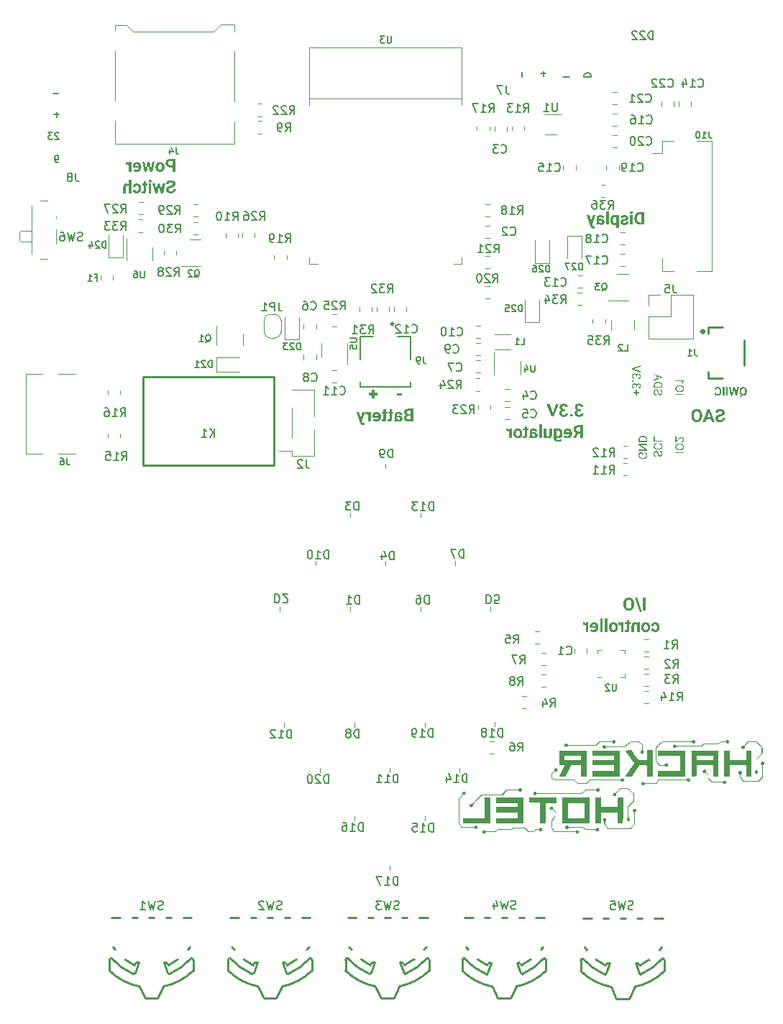
<source format=gbr>
%TF.GenerationSoftware,KiCad,Pcbnew,7.99.0-3954-g9b2cde9571*%
%TF.CreationDate,2023-12-17T22:52:06+01:00*%
%TF.ProjectId,hh2024,68683230-3234-42e6-9b69-6361645f7063,1.4*%
%TF.SameCoordinates,Original*%
%TF.FileFunction,Legend,Bot*%
%TF.FilePolarity,Positive*%
%FSLAX46Y46*%
G04 Gerber Fmt 4.6, Leading zero omitted, Abs format (unit mm)*
G04 Created by KiCad (PCBNEW 7.99.0-3954-g9b2cde9571) date 2023-12-17 22:52:06*
%MOMM*%
%LPD*%
G01*
G04 APERTURE LIST*
%ADD10C,0.250000*%
%ADD11C,0.150000*%
%ADD12C,0.300000*%
%ADD13C,0.127000*%
%ADD14C,0.120000*%
%ADD15C,0.254000*%
%ADD16C,0.000000*%
%ADD17C,0.398780*%
G04 APERTURE END LIST*
D10*
G36*
X144178777Y-94627685D02*
G01*
X144194083Y-94628392D01*
X144209170Y-94629570D01*
X144224041Y-94631220D01*
X144238693Y-94633341D01*
X144253128Y-94635933D01*
X144267346Y-94638996D01*
X144281346Y-94642531D01*
X144295129Y-94646537D01*
X144308694Y-94651015D01*
X144322041Y-94655964D01*
X144335171Y-94661384D01*
X144348084Y-94667275D01*
X144360778Y-94673638D01*
X144373256Y-94680472D01*
X144385516Y-94687777D01*
X144397495Y-94695523D01*
X144409131Y-94703680D01*
X144420423Y-94712246D01*
X144431372Y-94721223D01*
X144441978Y-94730610D01*
X144452240Y-94740408D01*
X144462158Y-94750615D01*
X144471733Y-94761233D01*
X144480965Y-94772261D01*
X144489853Y-94783700D01*
X144498398Y-94795548D01*
X144506599Y-94807807D01*
X144514457Y-94820476D01*
X144521971Y-94833556D01*
X144529142Y-94847046D01*
X144535969Y-94860945D01*
X144542417Y-94875159D01*
X144548449Y-94889652D01*
X144554064Y-94904423D01*
X144559264Y-94919472D01*
X144564048Y-94934800D01*
X144568415Y-94950407D01*
X144572367Y-94966292D01*
X144575903Y-94982456D01*
X144579023Y-94998899D01*
X144581727Y-95015620D01*
X144584014Y-95032620D01*
X144585886Y-95049898D01*
X144587342Y-95067455D01*
X144588382Y-95085290D01*
X144589006Y-95103404D01*
X144589214Y-95121797D01*
X144589214Y-95171622D01*
X144588917Y-95189596D01*
X144588207Y-95207308D01*
X144587085Y-95224759D01*
X144585551Y-95241949D01*
X144583604Y-95258877D01*
X144581246Y-95275544D01*
X144578475Y-95291949D01*
X144575292Y-95308093D01*
X144571697Y-95323975D01*
X144567690Y-95339597D01*
X144563271Y-95354956D01*
X144558440Y-95370054D01*
X144553196Y-95384891D01*
X144547540Y-95399467D01*
X144541472Y-95413781D01*
X144534992Y-95427833D01*
X144528105Y-95441555D01*
X144520876Y-95454875D01*
X144513305Y-95467795D01*
X144505393Y-95480315D01*
X144497139Y-95492433D01*
X144488544Y-95504151D01*
X144479607Y-95515469D01*
X144470329Y-95526385D01*
X144460709Y-95536901D01*
X144450748Y-95547016D01*
X144440445Y-95556730D01*
X144429800Y-95566044D01*
X144418814Y-95574957D01*
X144407486Y-95583469D01*
X144395817Y-95591581D01*
X144383806Y-95599292D01*
X144371490Y-95606538D01*
X144358966Y-95613316D01*
X144346234Y-95619628D01*
X144333293Y-95625471D01*
X144320145Y-95630848D01*
X144306789Y-95635756D01*
X144293225Y-95640197D01*
X144279453Y-95644171D01*
X144265473Y-95647677D01*
X144251285Y-95650716D01*
X144236889Y-95653287D01*
X144222285Y-95655391D01*
X144207473Y-95657027D01*
X144192453Y-95658196D01*
X144177225Y-95658897D01*
X144161789Y-95659131D01*
X144156915Y-95659107D01*
X144144821Y-95658839D01*
X144132858Y-95658272D01*
X144121026Y-95657408D01*
X144109326Y-95656245D01*
X144097756Y-95654784D01*
X144086318Y-95653025D01*
X143873338Y-95823995D01*
X143742180Y-95707980D01*
X143908509Y-95577065D01*
X143898573Y-95569059D01*
X143888913Y-95560732D01*
X143879529Y-95552084D01*
X143870423Y-95543116D01*
X143861593Y-95533827D01*
X143853040Y-95524217D01*
X143844763Y-95514287D01*
X143836763Y-95504037D01*
X143829040Y-95493466D01*
X143821593Y-95482574D01*
X143814423Y-95471362D01*
X143807530Y-95459829D01*
X143800914Y-95447975D01*
X143794574Y-95435801D01*
X143788511Y-95423307D01*
X143782724Y-95410492D01*
X143777223Y-95397372D01*
X143772077Y-95383965D01*
X143767285Y-95370269D01*
X143762849Y-95356285D01*
X143758768Y-95342013D01*
X143755041Y-95327453D01*
X143751669Y-95312605D01*
X143748652Y-95297468D01*
X143745991Y-95282044D01*
X143743684Y-95266331D01*
X143741732Y-95250331D01*
X143740134Y-95234042D01*
X143738892Y-95217465D01*
X143738005Y-95200599D01*
X143737473Y-95183446D01*
X143737332Y-95169668D01*
X143946123Y-95169668D01*
X143946429Y-95188976D01*
X143947165Y-95207698D01*
X143948330Y-95225834D01*
X143949924Y-95243384D01*
X143951947Y-95260348D01*
X143954400Y-95276727D01*
X143957283Y-95292520D01*
X143960594Y-95307727D01*
X143964335Y-95322348D01*
X143968505Y-95336383D01*
X143973105Y-95349833D01*
X143978134Y-95362697D01*
X143983592Y-95374975D01*
X143989480Y-95386667D01*
X143995797Y-95397773D01*
X144002543Y-95408294D01*
X144009691Y-95418202D01*
X144017213Y-95427471D01*
X144025109Y-95436100D01*
X144033379Y-95444090D01*
X144042022Y-95451442D01*
X144051040Y-95458154D01*
X144060432Y-95464226D01*
X144070198Y-95469660D01*
X144080338Y-95474454D01*
X144090852Y-95478609D01*
X144101740Y-95482125D01*
X144113002Y-95485001D01*
X144124638Y-95487238D01*
X144136647Y-95488837D01*
X144149031Y-95489795D01*
X144161789Y-95490115D01*
X144174816Y-95489783D01*
X144187458Y-95488787D01*
X144199714Y-95487127D01*
X144211584Y-95484803D01*
X144223069Y-95481815D01*
X144234169Y-95478162D01*
X144244883Y-95473846D01*
X144255212Y-95468866D01*
X144265155Y-95463222D01*
X144274713Y-95456913D01*
X144283886Y-95449941D01*
X144292673Y-95442304D01*
X144301074Y-95434004D01*
X144309091Y-95425040D01*
X144316721Y-95415411D01*
X144323966Y-95405118D01*
X144330799Y-95394225D01*
X144337190Y-95382793D01*
X144343140Y-95370823D01*
X144348650Y-95358315D01*
X144353719Y-95345269D01*
X144358347Y-95331685D01*
X144362535Y-95317563D01*
X144366282Y-95302903D01*
X144369587Y-95287704D01*
X144372452Y-95271968D01*
X144374877Y-95255693D01*
X144376860Y-95238881D01*
X144378403Y-95221530D01*
X144379505Y-95203641D01*
X144380166Y-95185214D01*
X144380387Y-95166249D01*
X144380387Y-95117156D01*
X144380078Y-95097851D01*
X144379337Y-95079138D01*
X144378163Y-95061017D01*
X144376555Y-95043486D01*
X144374514Y-95026548D01*
X144372040Y-95010201D01*
X144369133Y-94994445D01*
X144365793Y-94979281D01*
X144362020Y-94964709D01*
X144357813Y-94950728D01*
X144353174Y-94937338D01*
X144348101Y-94924540D01*
X144342595Y-94912334D01*
X144336656Y-94900719D01*
X144330283Y-94889695D01*
X144323478Y-94879264D01*
X144316240Y-94869415D01*
X144308633Y-94860201D01*
X144300655Y-94851623D01*
X144292306Y-94843681D01*
X144283588Y-94836373D01*
X144274500Y-94829701D01*
X144265041Y-94823665D01*
X144255212Y-94818264D01*
X144245013Y-94813498D01*
X144234444Y-94809368D01*
X144223504Y-94805873D01*
X144212195Y-94803014D01*
X144200515Y-94800790D01*
X144188465Y-94799202D01*
X144176045Y-94798248D01*
X144163255Y-94797931D01*
X144150377Y-94798252D01*
X144137876Y-94799217D01*
X144125754Y-94800824D01*
X144114009Y-94803075D01*
X144102642Y-94805969D01*
X144091653Y-94809506D01*
X144081042Y-94813685D01*
X144070809Y-94818508D01*
X144060953Y-94823974D01*
X144051475Y-94830083D01*
X144042375Y-94836835D01*
X144033653Y-94844230D01*
X144025309Y-94852268D01*
X144017342Y-94860949D01*
X144009754Y-94870273D01*
X144002543Y-94880241D01*
X143999072Y-94885444D01*
X143992460Y-94896298D01*
X143986289Y-94907747D01*
X143980559Y-94919791D01*
X143975269Y-94932430D01*
X143970421Y-94945665D01*
X143966013Y-94959495D01*
X143962046Y-94973921D01*
X143958520Y-94988942D01*
X143955434Y-95004558D01*
X143952790Y-95020770D01*
X143950586Y-95037577D01*
X143948823Y-95054979D01*
X143947500Y-95072977D01*
X143946619Y-95091570D01*
X143946178Y-95110758D01*
X143946123Y-95120576D01*
X143946123Y-95169668D01*
X143737332Y-95169668D01*
X143737295Y-95166005D01*
X143737295Y-95121308D01*
X143737503Y-95102975D01*
X143738127Y-95084916D01*
X143739167Y-95067132D01*
X143740623Y-95049623D01*
X143742495Y-95032389D01*
X143744783Y-95015429D01*
X143747487Y-94998744D01*
X143750606Y-94982334D01*
X143754142Y-94966199D01*
X143758094Y-94950338D01*
X143762462Y-94934753D01*
X143767245Y-94919442D01*
X143772445Y-94904405D01*
X143778061Y-94889644D01*
X143784092Y-94875157D01*
X143790540Y-94860945D01*
X143797367Y-94847046D01*
X143804538Y-94833556D01*
X143812053Y-94820476D01*
X143819910Y-94807807D01*
X143828111Y-94795548D01*
X143836656Y-94783700D01*
X143845544Y-94772261D01*
X143854776Y-94761233D01*
X143864351Y-94750615D01*
X143874270Y-94740408D01*
X143884532Y-94730610D01*
X143895137Y-94721223D01*
X143906086Y-94712246D01*
X143917378Y-94703680D01*
X143929014Y-94695523D01*
X143940994Y-94687777D01*
X143953254Y-94680472D01*
X143965731Y-94673638D01*
X143978426Y-94667275D01*
X143991338Y-94661384D01*
X144004468Y-94655964D01*
X144017816Y-94651015D01*
X144031381Y-94646537D01*
X144045163Y-94642531D01*
X144059163Y-94638996D01*
X144073381Y-94635933D01*
X144087816Y-94633341D01*
X144102469Y-94631220D01*
X144117339Y-94629570D01*
X144132427Y-94628392D01*
X144147732Y-94627685D01*
X144163255Y-94627449D01*
X144178777Y-94627685D01*
G37*
G36*
X142826025Y-95354804D02*
G01*
X142691447Y-94643081D01*
X142486039Y-94643081D01*
X142707812Y-95643500D01*
X142915418Y-95643500D01*
X143078084Y-94974274D01*
X143240994Y-95643500D01*
X143448356Y-95643500D01*
X143670373Y-94643081D01*
X143464964Y-94643081D01*
X143329654Y-95353583D01*
X143164790Y-94643081D01*
X142990156Y-94643081D01*
X142826025Y-95354804D01*
G37*
G36*
X142161685Y-95643500D02*
G01*
X142367825Y-95643500D01*
X142367825Y-94643081D01*
X142161685Y-94643081D01*
X142161685Y-95643500D01*
G37*
G36*
X141754287Y-95643500D02*
G01*
X141960428Y-95643500D01*
X141960428Y-94643081D01*
X141754287Y-94643081D01*
X141754287Y-95643500D01*
G37*
G36*
X140780980Y-95312306D02*
G01*
X140781791Y-95322329D01*
X140782791Y-95332219D01*
X140783978Y-95341974D01*
X140786916Y-95361082D01*
X140790607Y-95379654D01*
X140795049Y-95397690D01*
X140800243Y-95415189D01*
X140806189Y-95432153D01*
X140812886Y-95448580D01*
X140820336Y-95464471D01*
X140828537Y-95479826D01*
X140837490Y-95494645D01*
X140847195Y-95508927D01*
X140857651Y-95522673D01*
X140868860Y-95535884D01*
X140880820Y-95548557D01*
X140893532Y-95560695D01*
X140900170Y-95566563D01*
X140913871Y-95577772D01*
X140928106Y-95588259D01*
X140942875Y-95598022D01*
X140958178Y-95607062D01*
X140974016Y-95615378D01*
X140990387Y-95622972D01*
X141007294Y-95629842D01*
X141024734Y-95635989D01*
X141042709Y-95641413D01*
X141061218Y-95646114D01*
X141080261Y-95650091D01*
X141089983Y-95651809D01*
X141099839Y-95653346D01*
X141109828Y-95654702D01*
X141119951Y-95655877D01*
X141130207Y-95656871D01*
X141140597Y-95657685D01*
X141151120Y-95658317D01*
X141161777Y-95658769D01*
X141172568Y-95659041D01*
X141183492Y-95659131D01*
X141195426Y-95659004D01*
X141207200Y-95658623D01*
X141218814Y-95657989D01*
X141230268Y-95657101D01*
X141241563Y-95655959D01*
X141252698Y-95654563D01*
X141263673Y-95652913D01*
X141274488Y-95651010D01*
X141285143Y-95648853D01*
X141295639Y-95646442D01*
X141305974Y-95643777D01*
X141316150Y-95640859D01*
X141326166Y-95637686D01*
X141336023Y-95634260D01*
X141345719Y-95630580D01*
X141355256Y-95626647D01*
X141364633Y-95622459D01*
X141373850Y-95618018D01*
X141382907Y-95613323D01*
X141391804Y-95608374D01*
X141400542Y-95603172D01*
X141409120Y-95597715D01*
X141417538Y-95592005D01*
X141425796Y-95586041D01*
X141433895Y-95579824D01*
X141441833Y-95573352D01*
X141449612Y-95566627D01*
X141457231Y-95559648D01*
X141464690Y-95552415D01*
X141471989Y-95544928D01*
X141479129Y-95537188D01*
X141486109Y-95529194D01*
X141492886Y-95520978D01*
X141499448Y-95512573D01*
X141505794Y-95503978D01*
X141511926Y-95495194D01*
X141517842Y-95486221D01*
X141523544Y-95477058D01*
X141529030Y-95467706D01*
X141534301Y-95458165D01*
X141539357Y-95448434D01*
X141544198Y-95438514D01*
X141548823Y-95428404D01*
X141553234Y-95418105D01*
X141557429Y-95407617D01*
X141561409Y-95396939D01*
X141565174Y-95386072D01*
X141568724Y-95375016D01*
X141572059Y-95363770D01*
X141575178Y-95352334D01*
X141578083Y-95340710D01*
X141580772Y-95328896D01*
X141583246Y-95316892D01*
X141585505Y-95304699D01*
X141587549Y-95292317D01*
X141589378Y-95279746D01*
X141590991Y-95266985D01*
X141592390Y-95254034D01*
X141593573Y-95240895D01*
X141594541Y-95227565D01*
X141595294Y-95214047D01*
X141595832Y-95200339D01*
X141596155Y-95186442D01*
X141596262Y-95172355D01*
X141596262Y-95110806D01*
X141596064Y-95092837D01*
X141595469Y-95075139D01*
X141594476Y-95057712D01*
X141593087Y-95040556D01*
X141591301Y-95023670D01*
X141589118Y-95007056D01*
X141586538Y-94990713D01*
X141583562Y-94974640D01*
X141580188Y-94958839D01*
X141576418Y-94943309D01*
X141572250Y-94928049D01*
X141567686Y-94913061D01*
X141562725Y-94898343D01*
X141557367Y-94883897D01*
X141551612Y-94869721D01*
X141545460Y-94855816D01*
X141538939Y-94842218D01*
X141532076Y-94829022D01*
X141524872Y-94816229D01*
X141517326Y-94803838D01*
X141509439Y-94791850D01*
X141501210Y-94780265D01*
X141492639Y-94769082D01*
X141483727Y-94758302D01*
X141474474Y-94747925D01*
X141464879Y-94737950D01*
X141454942Y-94728378D01*
X141444664Y-94719208D01*
X141434044Y-94710441D01*
X141423083Y-94702077D01*
X141411780Y-94694115D01*
X141400135Y-94686556D01*
X141388202Y-94679399D01*
X141376032Y-94672703D01*
X141363625Y-94666469D01*
X141350981Y-94660697D01*
X141338101Y-94655386D01*
X141324985Y-94650538D01*
X141311632Y-94646151D01*
X141298042Y-94642226D01*
X141284215Y-94638763D01*
X141270152Y-94635761D01*
X141255853Y-94633221D01*
X141241316Y-94631143D01*
X141226544Y-94629527D01*
X141211534Y-94628373D01*
X141196288Y-94627680D01*
X141180805Y-94627449D01*
X141170048Y-94627540D01*
X141159423Y-94627812D01*
X141148929Y-94628265D01*
X141138567Y-94628899D01*
X141128336Y-94629715D01*
X141118237Y-94630712D01*
X141108270Y-94631890D01*
X141098434Y-94633250D01*
X141088730Y-94634791D01*
X141069718Y-94638416D01*
X141051232Y-94642767D01*
X141033272Y-94647843D01*
X141015839Y-94653643D01*
X140998933Y-94660169D01*
X140982554Y-94667420D01*
X140966701Y-94675396D01*
X140951374Y-94684097D01*
X140936575Y-94693524D01*
X140922302Y-94703675D01*
X140908556Y-94714551D01*
X140901880Y-94720262D01*
X140889009Y-94732155D01*
X140876834Y-94744632D01*
X140865355Y-94757694D01*
X140854573Y-94771339D01*
X140844488Y-94785568D01*
X140835099Y-94800381D01*
X140826406Y-94815778D01*
X140818410Y-94831758D01*
X140811110Y-94848323D01*
X140804507Y-94865472D01*
X140798601Y-94883204D01*
X140793390Y-94901520D01*
X140788877Y-94920420D01*
X140786881Y-94930090D01*
X140785059Y-94939905D01*
X140783412Y-94949866D01*
X140781939Y-94959973D01*
X140780639Y-94970225D01*
X140779514Y-94980624D01*
X140985655Y-94980624D01*
X140986753Y-94968713D01*
X140988155Y-94957219D01*
X140989860Y-94946143D01*
X140991868Y-94935485D01*
X140994180Y-94925245D01*
X140996795Y-94915423D01*
X140999713Y-94906019D01*
X141004660Y-94892696D01*
X141010289Y-94880313D01*
X141016601Y-94868871D01*
X141023596Y-94858368D01*
X141031273Y-94848807D01*
X141039633Y-94840185D01*
X141048718Y-94832372D01*
X141058661Y-94825327D01*
X141069463Y-94819051D01*
X141081124Y-94813543D01*
X141093643Y-94808804D01*
X141107021Y-94804833D01*
X141121258Y-94801631D01*
X141131226Y-94799924D01*
X141141576Y-94798557D01*
X141152307Y-94797533D01*
X141163420Y-94796850D01*
X141174915Y-94796508D01*
X141180805Y-94796465D01*
X141193457Y-94796755D01*
X141205707Y-94797625D01*
X141217553Y-94799076D01*
X141228997Y-94801106D01*
X141240039Y-94803716D01*
X141250678Y-94806907D01*
X141260914Y-94810677D01*
X141270748Y-94815028D01*
X141280179Y-94819958D01*
X141289207Y-94825469D01*
X141297833Y-94831560D01*
X141306056Y-94838231D01*
X141313877Y-94845482D01*
X141321295Y-94853313D01*
X141328310Y-94861724D01*
X141334922Y-94870715D01*
X141341110Y-94880317D01*
X141346909Y-94890560D01*
X141352322Y-94901444D01*
X141357347Y-94912969D01*
X141361985Y-94925135D01*
X141366235Y-94937943D01*
X141370098Y-94951392D01*
X141373574Y-94965481D01*
X141376662Y-94980212D01*
X141379363Y-94995584D01*
X141381677Y-95011597D01*
X141383603Y-95028252D01*
X141385142Y-95045547D01*
X141386294Y-95063484D01*
X141387058Y-95082062D01*
X141387435Y-95101280D01*
X141387435Y-95177240D01*
X141387387Y-95187336D01*
X141387243Y-95197262D01*
X141386668Y-95216601D01*
X141385709Y-95235257D01*
X141384366Y-95253230D01*
X141382640Y-95270520D01*
X141380531Y-95287126D01*
X141378038Y-95303050D01*
X141375162Y-95318290D01*
X141371901Y-95332847D01*
X141368258Y-95346722D01*
X141364231Y-95359913D01*
X141359820Y-95372420D01*
X141355026Y-95384245D01*
X141349848Y-95395387D01*
X141344287Y-95405845D01*
X141338342Y-95415621D01*
X141331984Y-95424730D01*
X141325183Y-95433252D01*
X141317940Y-95441186D01*
X141310254Y-95448533D01*
X141302125Y-95455291D01*
X141293554Y-95461462D01*
X141284540Y-95467045D01*
X141275083Y-95472041D01*
X141265184Y-95476449D01*
X141254841Y-95480269D01*
X141244057Y-95483501D01*
X141232829Y-95486146D01*
X141221159Y-95488203D01*
X141209046Y-95489672D01*
X141196490Y-95490554D01*
X141183492Y-95490848D01*
X141171744Y-95490678D01*
X141160377Y-95490168D01*
X141149389Y-95489319D01*
X141138780Y-95488131D01*
X141128552Y-95486602D01*
X141118703Y-95484734D01*
X141104641Y-95481295D01*
X141091434Y-95477092D01*
X141079082Y-95472125D01*
X141067583Y-95466393D01*
X141056940Y-95459897D01*
X141047150Y-95452637D01*
X141041098Y-95447372D01*
X141032612Y-95438756D01*
X141024829Y-95429303D01*
X141017751Y-95419013D01*
X141011377Y-95407885D01*
X141005707Y-95395920D01*
X141000741Y-95383118D01*
X140996479Y-95369479D01*
X140994029Y-95359921D01*
X140991892Y-95349991D01*
X140990068Y-95339689D01*
X140988557Y-95329015D01*
X140987358Y-95317969D01*
X140986876Y-95312306D01*
X140780980Y-95312306D01*
G37*
D11*
X63610839Y-62557533D02*
X63001316Y-62557533D01*
X63306077Y-62862295D02*
X63306077Y-62252771D01*
X118142466Y-58110839D02*
X118142466Y-57501316D01*
D12*
G36*
X132350173Y-120936500D02*
G01*
X132659385Y-120936500D01*
X132659385Y-119435871D01*
X132350173Y-119435871D01*
X132350173Y-120936500D01*
G37*
G36*
X131993701Y-121077183D02*
G01*
X132215351Y-121077183D01*
X131662874Y-119435871D01*
X131441224Y-119435871D01*
X131993701Y-121077183D01*
G37*
G36*
X130713461Y-119412778D02*
G01*
X130736419Y-119413838D01*
X130759050Y-119415605D01*
X130781356Y-119418080D01*
X130803335Y-119421261D01*
X130824987Y-119425150D01*
X130846314Y-119429745D01*
X130867314Y-119435047D01*
X130887988Y-119441056D01*
X130908335Y-119447773D01*
X130928356Y-119455196D01*
X130948051Y-119463326D01*
X130967420Y-119472163D01*
X130986462Y-119481707D01*
X131005178Y-119491958D01*
X131023568Y-119502916D01*
X131041537Y-119514535D01*
X131058991Y-119526770D01*
X131075930Y-119539620D01*
X131092353Y-119553085D01*
X131108261Y-119567166D01*
X131123654Y-119581862D01*
X131138532Y-119597173D01*
X131152895Y-119613100D01*
X131166742Y-119629642D01*
X131180074Y-119646800D01*
X131192891Y-119664573D01*
X131205193Y-119682961D01*
X131216980Y-119701965D01*
X131228251Y-119721584D01*
X131239008Y-119741819D01*
X131249249Y-119762668D01*
X131258920Y-119783989D01*
X131267968Y-119805728D01*
X131276391Y-119827884D01*
X131284191Y-119850458D01*
X131291366Y-119873451D01*
X131297918Y-119896861D01*
X131303845Y-119920689D01*
X131309149Y-119944935D01*
X131313829Y-119969598D01*
X131317885Y-119994680D01*
X131321316Y-120020180D01*
X131324124Y-120046097D01*
X131326308Y-120072432D01*
X131327868Y-120099185D01*
X131328804Y-120126356D01*
X131329116Y-120153945D01*
X131329116Y-120228684D01*
X131328670Y-120255644D01*
X131327605Y-120282213D01*
X131325922Y-120308389D01*
X131323621Y-120334174D01*
X131320701Y-120359566D01*
X131317163Y-120384566D01*
X131313007Y-120409174D01*
X131308233Y-120433390D01*
X131302841Y-120457213D01*
X131296830Y-120480645D01*
X131290201Y-120503684D01*
X131282954Y-120526332D01*
X131275089Y-120548587D01*
X131266605Y-120570450D01*
X131257503Y-120591921D01*
X131247783Y-120613000D01*
X131237496Y-120633582D01*
X131226694Y-120653563D01*
X131215377Y-120672943D01*
X131203545Y-120691722D01*
X131191197Y-120709900D01*
X131178334Y-120727477D01*
X131164956Y-120744453D01*
X131151063Y-120760828D01*
X131136655Y-120776602D01*
X131121731Y-120791774D01*
X131106292Y-120806346D01*
X131090338Y-120820316D01*
X131073869Y-120833686D01*
X131056884Y-120846454D01*
X131039385Y-120858621D01*
X131021370Y-120870188D01*
X131002896Y-120881057D01*
X130984110Y-120891225D01*
X130965011Y-120900692D01*
X130945601Y-120909457D01*
X130925879Y-120917522D01*
X130905845Y-120924885D01*
X130885499Y-120931546D01*
X130864841Y-120937507D01*
X130843871Y-120942766D01*
X130822589Y-120947324D01*
X130800995Y-120951181D01*
X130779089Y-120954337D01*
X130756871Y-120956791D01*
X130734341Y-120958544D01*
X130711499Y-120959596D01*
X130688345Y-120959947D01*
X130664928Y-120959592D01*
X130641845Y-120958527D01*
X130619098Y-120956753D01*
X130596685Y-120954268D01*
X130574607Y-120951074D01*
X130552865Y-120947170D01*
X130531457Y-120942556D01*
X130510383Y-120937232D01*
X130489645Y-120931199D01*
X130469242Y-120924455D01*
X130449173Y-120917002D01*
X130429440Y-120908839D01*
X130410041Y-120899966D01*
X130390977Y-120890383D01*
X130372248Y-120880091D01*
X130353854Y-120869088D01*
X130335892Y-120857388D01*
X130318460Y-120845092D01*
X130301557Y-120832200D01*
X130285184Y-120818713D01*
X130269340Y-120804631D01*
X130254026Y-120789954D01*
X130239241Y-120774681D01*
X130224986Y-120758813D01*
X130211260Y-120742349D01*
X130198064Y-120725290D01*
X130185397Y-120707636D01*
X130173260Y-120689387D01*
X130161652Y-120670542D01*
X130150574Y-120651102D01*
X130140025Y-120631066D01*
X130130006Y-120610435D01*
X130120512Y-120589248D01*
X130111630Y-120567634D01*
X130103361Y-120545593D01*
X130095705Y-120523126D01*
X130088661Y-120500233D01*
X130082230Y-120476913D01*
X130076411Y-120453166D01*
X130071204Y-120428993D01*
X130066610Y-120404394D01*
X130062629Y-120379368D01*
X130059260Y-120353916D01*
X130056504Y-120328037D01*
X130054360Y-120301732D01*
X130052829Y-120275000D01*
X130051910Y-120247842D01*
X130051665Y-120225753D01*
X130364845Y-120225753D01*
X130365260Y-120254714D01*
X130366322Y-120282797D01*
X130368031Y-120310001D01*
X130370387Y-120336326D01*
X130373389Y-120361773D01*
X130377038Y-120386341D01*
X130381335Y-120410030D01*
X130386278Y-120432840D01*
X130391868Y-120454772D01*
X130398104Y-120475825D01*
X130404988Y-120495999D01*
X130412518Y-120515295D01*
X130420696Y-120533712D01*
X130429520Y-120551250D01*
X130438991Y-120567910D01*
X130449109Y-120583691D01*
X130459832Y-120598553D01*
X130471120Y-120612456D01*
X130482971Y-120625400D01*
X130495385Y-120637386D01*
X130508364Y-120648413D01*
X130521907Y-120658481D01*
X130536013Y-120667590D01*
X130550684Y-120675740D01*
X130565918Y-120682931D01*
X130581716Y-120689164D01*
X130598078Y-120694437D01*
X130615003Y-120698752D01*
X130632493Y-120702108D01*
X130650546Y-120704505D01*
X130669164Y-120705943D01*
X130688345Y-120706423D01*
X130707885Y-120705925D01*
X130726848Y-120704431D01*
X130745232Y-120701941D01*
X130763037Y-120698454D01*
X130780265Y-120693972D01*
X130796915Y-120688494D01*
X130812986Y-120682019D01*
X130828479Y-120674549D01*
X130843394Y-120666083D01*
X130857731Y-120656620D01*
X130871490Y-120646162D01*
X130884670Y-120634707D01*
X130897273Y-120622256D01*
X130909297Y-120608810D01*
X130920743Y-120594367D01*
X130931611Y-120578928D01*
X130941815Y-120562588D01*
X130951360Y-120545440D01*
X130960247Y-120527485D01*
X130968476Y-120508723D01*
X130976047Y-120489154D01*
X130982959Y-120468778D01*
X130989213Y-120447595D01*
X130994809Y-120425605D01*
X130999746Y-120402807D01*
X131004025Y-120379202D01*
X131007646Y-120354790D01*
X131010608Y-120329571D01*
X131012912Y-120303545D01*
X131014558Y-120276712D01*
X131015545Y-120249071D01*
X131015875Y-120220624D01*
X131015875Y-120146984D01*
X131015412Y-120118027D01*
X131014300Y-120089958D01*
X131012539Y-120062775D01*
X131010127Y-120036480D01*
X131007066Y-120011072D01*
X131003355Y-119986551D01*
X130998995Y-119962918D01*
X130993984Y-119940172D01*
X130988324Y-119918313D01*
X130982015Y-119897342D01*
X130975055Y-119877257D01*
X130967446Y-119858060D01*
X130959187Y-119839751D01*
X130950278Y-119822329D01*
X130940720Y-119805793D01*
X130930512Y-119790146D01*
X130919655Y-119775372D01*
X130908244Y-119761552D01*
X130896277Y-119748685D01*
X130883754Y-119736771D01*
X130870677Y-119725810D01*
X130857044Y-119715802D01*
X130842856Y-119706748D01*
X130828113Y-119698646D01*
X130812814Y-119691498D01*
X130796960Y-119685303D01*
X130780551Y-119680060D01*
X130763587Y-119675771D01*
X130746067Y-119672435D01*
X130727992Y-119670053D01*
X130709362Y-119668623D01*
X130690177Y-119668146D01*
X130670904Y-119668629D01*
X130652195Y-119670076D01*
X130634050Y-119672487D01*
X130616469Y-119675863D01*
X130599452Y-119680204D01*
X130582998Y-119685509D01*
X130567108Y-119691778D01*
X130551783Y-119699013D01*
X130537021Y-119707211D01*
X130522823Y-119716375D01*
X130509189Y-119726503D01*
X130496118Y-119737595D01*
X130483612Y-119749652D01*
X130471669Y-119762674D01*
X130460290Y-119776660D01*
X130449475Y-119791611D01*
X130444269Y-119799416D01*
X130434351Y-119815697D01*
X130425095Y-119832870D01*
X130416499Y-119850936D01*
X130408565Y-119869896D01*
X130401292Y-119889748D01*
X130394681Y-119910493D01*
X130388730Y-119932132D01*
X130383441Y-119954663D01*
X130378813Y-119978088D01*
X130374846Y-120002405D01*
X130371540Y-120027616D01*
X130368895Y-120053719D01*
X130366911Y-120080715D01*
X130365589Y-120108605D01*
X130364928Y-120137387D01*
X130364845Y-120152114D01*
X130364845Y-120225753D01*
X130051665Y-120225753D01*
X130051604Y-120220257D01*
X130051604Y-120153213D01*
X130051916Y-120125712D01*
X130052852Y-120098624D01*
X130054412Y-120071949D01*
X130056596Y-120045685D01*
X130059403Y-120019833D01*
X130062835Y-119994394D01*
X130066891Y-119969367D01*
X130071571Y-119944751D01*
X130076874Y-119920548D01*
X130082802Y-119896758D01*
X130089354Y-119873379D01*
X130096529Y-119850413D01*
X130104329Y-119827858D01*
X130112752Y-119805716D01*
X130121800Y-119783986D01*
X130131471Y-119762668D01*
X130141712Y-119741819D01*
X130152468Y-119721584D01*
X130163740Y-119701965D01*
X130175527Y-119682961D01*
X130187828Y-119664573D01*
X130200645Y-119646800D01*
X130213978Y-119629642D01*
X130227825Y-119613100D01*
X130242188Y-119597173D01*
X130257065Y-119581862D01*
X130272459Y-119567166D01*
X130288367Y-119553085D01*
X130304790Y-119539620D01*
X130321729Y-119526770D01*
X130339183Y-119514535D01*
X130357152Y-119502916D01*
X130375497Y-119491958D01*
X130394172Y-119481707D01*
X130413175Y-119472163D01*
X130432508Y-119463326D01*
X130452170Y-119455196D01*
X130472161Y-119447773D01*
X130492482Y-119441056D01*
X130513131Y-119435047D01*
X130534110Y-119429745D01*
X130555418Y-119425150D01*
X130577055Y-119421261D01*
X130599021Y-119418080D01*
X130621316Y-119415605D01*
X130643940Y-119413838D01*
X130666894Y-119412778D01*
X130690177Y-119412424D01*
X130713461Y-119412778D01*
G37*
G36*
X133799877Y-123239978D02*
G01*
X133784694Y-123239585D01*
X133770059Y-123238407D01*
X133751398Y-123235613D01*
X133733709Y-123231423D01*
X133716994Y-123225836D01*
X133701252Y-123218852D01*
X133686483Y-123210472D01*
X133672687Y-123200694D01*
X133666154Y-123195282D01*
X133654012Y-123183650D01*
X133643416Y-123171102D01*
X133634366Y-123157638D01*
X133626861Y-123143258D01*
X133620902Y-123127962D01*
X133616488Y-123111751D01*
X133613621Y-123094623D01*
X133612298Y-123076580D01*
X133333129Y-123076580D01*
X133333860Y-123097504D01*
X133335640Y-123118101D01*
X133338471Y-123138368D01*
X133342351Y-123158308D01*
X133347280Y-123177918D01*
X133353260Y-123197201D01*
X133360289Y-123216155D01*
X133368368Y-123234780D01*
X133377497Y-123253078D01*
X133387675Y-123271046D01*
X133395044Y-123282843D01*
X133406840Y-123300058D01*
X133419422Y-123316533D01*
X133432789Y-123332267D01*
X133446942Y-123347260D01*
X133461881Y-123361513D01*
X133477605Y-123375025D01*
X133494115Y-123387797D01*
X133511411Y-123399828D01*
X133529492Y-123411118D01*
X133548359Y-123421668D01*
X133561374Y-123428289D01*
X133574650Y-123434545D01*
X133588101Y-123440397D01*
X133601727Y-123445845D01*
X133615527Y-123450890D01*
X133629502Y-123455531D01*
X133643651Y-123459768D01*
X133657975Y-123463602D01*
X133672474Y-123467032D01*
X133687147Y-123470059D01*
X133701994Y-123472682D01*
X133717017Y-123474902D01*
X133732214Y-123476718D01*
X133747585Y-123478131D01*
X133763131Y-123479140D01*
X133778852Y-123479745D01*
X133794748Y-123479947D01*
X133809601Y-123479799D01*
X133824257Y-123479357D01*
X133852977Y-123477588D01*
X133880906Y-123474640D01*
X133908046Y-123470513D01*
X133934395Y-123465206D01*
X133959955Y-123458721D01*
X133984725Y-123451056D01*
X134008704Y-123442211D01*
X134031894Y-123432188D01*
X134054294Y-123420985D01*
X134075904Y-123408603D01*
X134096723Y-123395042D01*
X134116753Y-123380301D01*
X134135993Y-123364382D01*
X134154443Y-123347283D01*
X134172103Y-123329005D01*
X134188784Y-123309643D01*
X134204389Y-123289386D01*
X134218917Y-123268233D01*
X134232370Y-123246184D01*
X134244746Y-123223239D01*
X134256046Y-123199398D01*
X134266270Y-123174661D01*
X134275418Y-123149028D01*
X134283489Y-123122500D01*
X134290484Y-123095075D01*
X134296403Y-123066755D01*
X134298959Y-123052259D01*
X134301246Y-123037539D01*
X134303264Y-123022595D01*
X134305013Y-123007427D01*
X134306493Y-122992035D01*
X134307703Y-122976419D01*
X134308645Y-122960579D01*
X134309318Y-122944515D01*
X134309721Y-122928228D01*
X134309856Y-122911716D01*
X134309856Y-122892299D01*
X134309722Y-122876394D01*
X134309321Y-122860692D01*
X134308651Y-122845193D01*
X134307715Y-122829896D01*
X134306511Y-122814802D01*
X134305039Y-122799910D01*
X134303299Y-122785221D01*
X134299017Y-122756450D01*
X134293665Y-122728489D01*
X134287242Y-122701338D01*
X134279749Y-122674997D01*
X134271185Y-122649466D01*
X134261551Y-122624745D01*
X134250846Y-122600834D01*
X134239071Y-122577733D01*
X134226225Y-122555442D01*
X134212309Y-122533961D01*
X134197323Y-122513290D01*
X134181265Y-122493429D01*
X134172836Y-122483802D01*
X134155310Y-122465302D01*
X134136989Y-122447996D01*
X134117872Y-122431883D01*
X134097960Y-122416964D01*
X134077252Y-122403238D01*
X134055748Y-122390706D01*
X134033448Y-122379367D01*
X134010353Y-122369222D01*
X133986462Y-122360270D01*
X133961775Y-122352512D01*
X133936293Y-122345948D01*
X133910015Y-122340577D01*
X133882941Y-122336399D01*
X133855072Y-122333416D01*
X133826407Y-122331625D01*
X133796946Y-122331028D01*
X133771121Y-122331491D01*
X133745947Y-122332877D01*
X133721422Y-122335189D01*
X133697547Y-122338424D01*
X133674321Y-122342585D01*
X133651745Y-122347669D01*
X133629819Y-122353679D01*
X133608543Y-122360612D01*
X133587916Y-122368471D01*
X133567939Y-122377253D01*
X133548612Y-122386961D01*
X133529935Y-122397592D01*
X133511907Y-122409148D01*
X133494529Y-122421629D01*
X133477801Y-122435034D01*
X133461722Y-122449364D01*
X133446408Y-122464418D01*
X133432064Y-122480087D01*
X133418690Y-122496372D01*
X133406287Y-122513272D01*
X133394854Y-122530787D01*
X133384391Y-122548918D01*
X133374898Y-122567664D01*
X133366376Y-122587025D01*
X133358824Y-122607002D01*
X133352243Y-122627595D01*
X133346631Y-122648802D01*
X133341990Y-122670625D01*
X133338319Y-122693064D01*
X133335619Y-122716117D01*
X133333889Y-122739787D01*
X133333129Y-122764071D01*
X133612298Y-122764071D01*
X133613145Y-122748349D01*
X133614861Y-122733193D01*
X133617447Y-122718605D01*
X133622247Y-122700035D01*
X133628592Y-122682472D01*
X133636484Y-122665917D01*
X133645920Y-122650369D01*
X133656903Y-122635829D01*
X133666154Y-122625585D01*
X133679497Y-122613049D01*
X133693883Y-122602184D01*
X133709310Y-122592990D01*
X133725780Y-122585468D01*
X133743291Y-122579618D01*
X133761843Y-122575439D01*
X133776442Y-122573402D01*
X133791626Y-122572305D01*
X133802075Y-122572096D01*
X133821136Y-122572756D01*
X133839302Y-122574737D01*
X133856573Y-122578037D01*
X133872949Y-122582658D01*
X133888430Y-122588599D01*
X133903015Y-122595860D01*
X133916706Y-122604441D01*
X133929501Y-122614343D01*
X133941401Y-122625564D01*
X133952406Y-122638106D01*
X133959245Y-122647201D01*
X133968739Y-122662035D01*
X133977299Y-122678512D01*
X133984925Y-122696631D01*
X133991617Y-122716392D01*
X133997375Y-122737795D01*
X134000695Y-122752977D01*
X134003601Y-122768888D01*
X134006091Y-122785529D01*
X134008166Y-122802900D01*
X134009826Y-122821000D01*
X134011071Y-122839831D01*
X134011901Y-122859391D01*
X134012316Y-122879681D01*
X134012368Y-122890100D01*
X134012368Y-122920875D01*
X134012163Y-122941795D01*
X134011549Y-122961965D01*
X134010526Y-122981385D01*
X134009094Y-123000055D01*
X134007252Y-123017976D01*
X134005001Y-123035146D01*
X134002340Y-123051567D01*
X133999270Y-123067237D01*
X133995791Y-123082158D01*
X133991903Y-123096329D01*
X133985303Y-123116179D01*
X133977782Y-123134342D01*
X133969341Y-123150818D01*
X133959978Y-123165606D01*
X133949606Y-123178897D01*
X133938275Y-123190881D01*
X133925984Y-123201558D01*
X133912734Y-123210927D01*
X133898524Y-123218988D01*
X133883355Y-123225743D01*
X133867226Y-123231190D01*
X133850137Y-123235330D01*
X133832089Y-123238162D01*
X133813082Y-123239688D01*
X133799877Y-123239978D01*
G37*
G36*
X132708373Y-122331305D02*
G01*
X132727752Y-122332133D01*
X132746830Y-122333514D01*
X132765607Y-122335448D01*
X132784085Y-122337934D01*
X132802261Y-122340972D01*
X132820137Y-122344562D01*
X132837713Y-122348706D01*
X132854987Y-122353401D01*
X132871962Y-122358649D01*
X132888636Y-122364449D01*
X132905009Y-122370802D01*
X132921082Y-122377707D01*
X132936854Y-122385165D01*
X132952326Y-122393174D01*
X132967497Y-122401737D01*
X132982298Y-122410803D01*
X132996657Y-122420324D01*
X133010576Y-122430300D01*
X133024055Y-122440732D01*
X133037092Y-122451618D01*
X133049689Y-122462960D01*
X133061844Y-122474756D01*
X133073560Y-122487008D01*
X133084834Y-122499715D01*
X133095667Y-122512877D01*
X133106060Y-122526494D01*
X133116012Y-122540566D01*
X133125523Y-122555093D01*
X133134594Y-122570075D01*
X133143223Y-122585513D01*
X133151412Y-122601405D01*
X133159131Y-122617666D01*
X133166353Y-122634206D01*
X133173076Y-122651028D01*
X133179301Y-122668129D01*
X133185029Y-122685512D01*
X133190258Y-122703174D01*
X133194989Y-122721118D01*
X133199222Y-122739341D01*
X133202958Y-122757846D01*
X133206195Y-122776630D01*
X133208934Y-122795696D01*
X133211175Y-122815041D01*
X133212918Y-122834668D01*
X133214163Y-122854574D01*
X133214910Y-122874762D01*
X133215159Y-122895229D01*
X133215159Y-122908419D01*
X133215019Y-122924820D01*
X133214598Y-122941006D01*
X133213897Y-122956977D01*
X133212915Y-122972733D01*
X133211653Y-122988273D01*
X133210110Y-123003597D01*
X133208287Y-123018707D01*
X133206183Y-123033601D01*
X133203799Y-123048279D01*
X133201134Y-123062742D01*
X133194963Y-123091023D01*
X133187671Y-123118441D01*
X133179256Y-123144998D01*
X133169719Y-123170694D01*
X133159060Y-123195528D01*
X133147279Y-123219500D01*
X133134376Y-123242611D01*
X133120351Y-123264861D01*
X133105204Y-123286249D01*
X133088935Y-123306775D01*
X133071545Y-123326440D01*
X133053212Y-123345029D01*
X133034118Y-123362418D01*
X133014263Y-123378608D01*
X132993646Y-123393599D01*
X132972268Y-123407391D01*
X132950129Y-123419983D01*
X132927228Y-123431376D01*
X132903566Y-123441570D01*
X132879143Y-123450565D01*
X132853958Y-123458360D01*
X132828012Y-123464956D01*
X132801305Y-123470353D01*
X132773836Y-123474550D01*
X132745606Y-123477548D01*
X132716615Y-123479347D01*
X132701834Y-123479797D01*
X132686862Y-123479947D01*
X132671869Y-123479797D01*
X132657068Y-123479346D01*
X132628043Y-123477543D01*
X132599789Y-123474537D01*
X132572304Y-123470330D01*
X132545590Y-123464920D01*
X132519645Y-123458308D01*
X132494471Y-123450495D01*
X132470066Y-123441479D01*
X132446431Y-123431260D01*
X132423566Y-123419840D01*
X132401471Y-123407218D01*
X132380146Y-123393393D01*
X132359591Y-123378367D01*
X132339806Y-123362138D01*
X132320791Y-123344707D01*
X132302546Y-123326074D01*
X132293733Y-123316335D01*
X132276946Y-123296268D01*
X132261278Y-123275414D01*
X132246729Y-123253773D01*
X132233300Y-123231345D01*
X132220989Y-123208129D01*
X132209798Y-123184127D01*
X132199726Y-123159337D01*
X132190773Y-123133760D01*
X132182939Y-123107396D01*
X132176224Y-123080245D01*
X132170629Y-123052307D01*
X132166152Y-123023582D01*
X132164334Y-123008924D01*
X132162795Y-122994069D01*
X132161536Y-122979018D01*
X132160556Y-122963770D01*
X132159857Y-122948325D01*
X132159437Y-122932683D01*
X132159297Y-122916845D01*
X132159819Y-122895229D01*
X132456785Y-122895229D01*
X132456845Y-122906422D01*
X132457320Y-122928229D01*
X132458270Y-122949266D01*
X132459695Y-122969534D01*
X132461596Y-122989031D01*
X132463972Y-123007759D01*
X132466822Y-123025716D01*
X132470148Y-123042904D01*
X132473949Y-123059322D01*
X132478225Y-123074969D01*
X132482977Y-123089847D01*
X132488203Y-123103955D01*
X132496934Y-123123673D01*
X132506733Y-123141659D01*
X132517602Y-123157913D01*
X132525390Y-123167850D01*
X132537770Y-123181555D01*
X132550987Y-123193816D01*
X132565041Y-123204636D01*
X132579932Y-123214012D01*
X132595661Y-123221946D01*
X132612227Y-123228438D01*
X132629630Y-123233487D01*
X132647870Y-123237093D01*
X132666947Y-123239257D01*
X132686862Y-123239978D01*
X132700539Y-123239653D01*
X132720309Y-123237948D01*
X132739183Y-123234780D01*
X132757163Y-123230151D01*
X132774247Y-123224060D01*
X132790436Y-123216507D01*
X132805730Y-123207492D01*
X132820129Y-123197015D01*
X132833632Y-123185077D01*
X132846241Y-123171676D01*
X132857954Y-123156814D01*
X132868626Y-123140573D01*
X132878249Y-123123038D01*
X132886821Y-123104208D01*
X132894344Y-123084084D01*
X132898777Y-123069949D01*
X132902742Y-123055239D01*
X132906241Y-123039953D01*
X132909274Y-123024092D01*
X132911840Y-123007656D01*
X132913939Y-122990644D01*
X132915572Y-122973058D01*
X132916738Y-122954895D01*
X132917438Y-122936158D01*
X132917672Y-122916845D01*
X132917613Y-122905899D01*
X132917147Y-122884549D01*
X132916214Y-122863924D01*
X132914814Y-122844023D01*
X132912948Y-122824846D01*
X132910615Y-122806394D01*
X132907816Y-122788665D01*
X132904550Y-122771661D01*
X132900818Y-122755380D01*
X132896619Y-122739824D01*
X132891953Y-122724992D01*
X132886821Y-122710884D01*
X132878249Y-122691080D01*
X132868626Y-122672905D01*
X132857954Y-122656360D01*
X132850252Y-122646156D01*
X132837979Y-122632085D01*
X132824844Y-122619495D01*
X132810846Y-122608386D01*
X132795984Y-122598758D01*
X132780260Y-122590611D01*
X132763673Y-122583946D01*
X132746222Y-122578762D01*
X132727909Y-122575059D01*
X132708733Y-122572837D01*
X132688694Y-122572096D01*
X132675103Y-122572427D01*
X132655440Y-122574162D01*
X132636647Y-122577386D01*
X132618724Y-122582096D01*
X132601669Y-122588295D01*
X132585485Y-122595981D01*
X132570169Y-122605155D01*
X132555723Y-122615816D01*
X132542147Y-122627965D01*
X132529440Y-122641602D01*
X132517602Y-122656726D01*
X132506733Y-122673203D01*
X132496934Y-122690897D01*
X132488203Y-122709808D01*
X132480542Y-122729936D01*
X132476028Y-122744031D01*
X132471989Y-122758667D01*
X132468426Y-122773844D01*
X132465338Y-122789562D01*
X132462724Y-122805821D01*
X132460586Y-122822621D01*
X132458923Y-122839961D01*
X132457736Y-122857843D01*
X132457023Y-122876266D01*
X132456785Y-122895229D01*
X132159819Y-122895229D01*
X132161129Y-122841008D01*
X132163684Y-122811946D01*
X132167226Y-122783654D01*
X132171755Y-122756133D01*
X132177272Y-122729381D01*
X132183777Y-122703399D01*
X132191268Y-122678187D01*
X132199748Y-122653745D01*
X132209215Y-122630073D01*
X132219669Y-122607171D01*
X132231111Y-122585039D01*
X132243540Y-122563677D01*
X132256956Y-122543085D01*
X132271361Y-122523262D01*
X132286752Y-122504210D01*
X132303131Y-122485928D01*
X132320498Y-122468415D01*
X132338637Y-122451778D01*
X132357426Y-122436215D01*
X132376865Y-122421725D01*
X132396953Y-122408308D01*
X132417692Y-122395965D01*
X132439080Y-122384695D01*
X132461117Y-122374498D01*
X132483805Y-122365375D01*
X132507142Y-122357325D01*
X132531129Y-122350348D01*
X132555765Y-122344445D01*
X132581051Y-122339615D01*
X132606987Y-122335858D01*
X132633573Y-122333175D01*
X132660809Y-122331565D01*
X132688694Y-122331028D01*
X132708373Y-122331305D01*
G37*
G36*
X131707937Y-122331028D02*
G01*
X131698411Y-122461088D01*
X131683164Y-122445338D01*
X131667282Y-122430605D01*
X131650764Y-122416888D01*
X131633611Y-122404187D01*
X131615822Y-122392502D01*
X131597398Y-122381833D01*
X131578338Y-122372180D01*
X131558643Y-122363543D01*
X131538313Y-122355923D01*
X131517347Y-122349318D01*
X131495746Y-122343730D01*
X131473509Y-122339157D01*
X131450637Y-122335601D01*
X131427130Y-122333061D01*
X131402987Y-122331537D01*
X131378209Y-122331028D01*
X131356399Y-122331432D01*
X131335298Y-122332643D01*
X131314908Y-122334661D01*
X131295227Y-122337486D01*
X131276257Y-122341118D01*
X131257996Y-122345557D01*
X131240444Y-122350804D01*
X131223603Y-122356857D01*
X131207472Y-122363718D01*
X131192050Y-122371386D01*
X131177338Y-122379861D01*
X131163336Y-122389143D01*
X131150044Y-122399232D01*
X131137462Y-122410129D01*
X131125589Y-122421832D01*
X131114427Y-122434343D01*
X131103905Y-122447611D01*
X131094048Y-122461677D01*
X131084854Y-122476542D01*
X131076325Y-122492206D01*
X131068459Y-122508668D01*
X131061258Y-122525929D01*
X131054721Y-122543988D01*
X131048847Y-122562845D01*
X131043638Y-122582502D01*
X131039093Y-122602957D01*
X131035212Y-122624210D01*
X131031995Y-122646262D01*
X131029442Y-122669113D01*
X131027552Y-122692762D01*
X131026327Y-122717209D01*
X131025766Y-122742456D01*
X131025766Y-123456500D01*
X131323621Y-123456500D01*
X131323621Y-122751615D01*
X131323984Y-122734483D01*
X131325076Y-122718260D01*
X131326895Y-122702944D01*
X131330453Y-122683936D01*
X131335305Y-122666543D01*
X131341450Y-122650763D01*
X131348889Y-122636598D01*
X131357621Y-122624047D01*
X131365020Y-122615693D01*
X131376131Y-122605733D01*
X131388948Y-122597101D01*
X131403471Y-122589796D01*
X131419700Y-122583820D01*
X131437634Y-122579172D01*
X131452205Y-122576557D01*
X131467735Y-122574689D01*
X131484224Y-122573569D01*
X131501674Y-122573195D01*
X131517137Y-122573609D01*
X131532110Y-122574850D01*
X131553653Y-122578262D01*
X131574095Y-122583535D01*
X131593435Y-122590669D01*
X131611674Y-122599665D01*
X131628812Y-122610522D01*
X131644849Y-122623240D01*
X131659784Y-122637819D01*
X131673619Y-122654259D01*
X131682230Y-122666253D01*
X131690351Y-122679075D01*
X131690351Y-123456500D01*
X131988205Y-123456500D01*
X131988205Y-122331028D01*
X131707937Y-122331028D01*
G37*
G36*
X130450208Y-122049661D02*
G01*
X130450208Y-122331028D01*
X130259332Y-122331028D01*
X130259332Y-122549382D01*
X130450208Y-122549382D01*
X130450208Y-123117246D01*
X130449836Y-123132445D01*
X130448324Y-123149881D01*
X130445650Y-123165582D01*
X130440906Y-123182133D01*
X130434487Y-123196185D01*
X130426394Y-123207738D01*
X130413907Y-123218302D01*
X130399911Y-123225291D01*
X130382875Y-123230375D01*
X130366357Y-123233155D01*
X130351622Y-123234426D01*
X130335536Y-123234849D01*
X130320357Y-123234670D01*
X130302875Y-123233983D01*
X130286191Y-123232781D01*
X130270306Y-123231064D01*
X130255219Y-123228831D01*
X130247975Y-123227522D01*
X130247975Y-123453202D01*
X130264441Y-123457982D01*
X130281004Y-123462291D01*
X130297663Y-123466131D01*
X130314419Y-123469500D01*
X130331271Y-123472399D01*
X130348220Y-123474828D01*
X130365266Y-123476787D01*
X130382408Y-123478275D01*
X130399647Y-123479294D01*
X130416982Y-123479842D01*
X130428593Y-123479947D01*
X130447870Y-123479633D01*
X130466547Y-123478693D01*
X130484624Y-123477126D01*
X130502100Y-123474932D01*
X130518976Y-123472111D01*
X130535252Y-123468664D01*
X130550927Y-123464590D01*
X130566002Y-123459888D01*
X130580477Y-123454560D01*
X130594351Y-123448605D01*
X130607625Y-123442024D01*
X130632372Y-123426980D01*
X130654717Y-123409429D01*
X130674661Y-123389370D01*
X130692204Y-123366805D01*
X130707345Y-123341732D01*
X130714015Y-123328255D01*
X130720084Y-123314151D01*
X130725554Y-123299421D01*
X130730423Y-123284064D01*
X130734691Y-123268080D01*
X130738360Y-123251469D01*
X130741428Y-123234231D01*
X130743895Y-123216366D01*
X130745763Y-123197875D01*
X130747029Y-123178757D01*
X130747696Y-123159012D01*
X130747696Y-122549382D01*
X130910728Y-122549382D01*
X130910728Y-122331028D01*
X130747696Y-122331028D01*
X130747696Y-122049661D01*
X130450208Y-122049661D01*
G37*
G36*
X129470916Y-122630714D02*
G01*
X129485892Y-122628825D01*
X129503967Y-122626818D01*
X129521326Y-122625205D01*
X129537970Y-122623985D01*
X129553898Y-122623158D01*
X129569111Y-122622725D01*
X129577895Y-122622654D01*
X129598596Y-122623095D01*
X129618384Y-122624418D01*
X129637259Y-122626621D01*
X129655221Y-122629707D01*
X129672269Y-122633674D01*
X129688405Y-122638523D01*
X129703628Y-122644253D01*
X129717938Y-122650864D01*
X129731334Y-122658358D01*
X129743818Y-122666733D01*
X129755388Y-122675989D01*
X129766046Y-122686127D01*
X129775790Y-122697147D01*
X129784622Y-122709048D01*
X129792540Y-122721830D01*
X129799545Y-122735495D01*
X129799545Y-123456500D01*
X130097399Y-123456500D01*
X130097399Y-122331028D01*
X129816032Y-122331028D01*
X129807605Y-122483070D01*
X129796161Y-122464658D01*
X129784175Y-122447435D01*
X129771649Y-122431399D01*
X129758581Y-122416552D01*
X129744973Y-122402892D01*
X129730823Y-122390420D01*
X129716133Y-122379135D01*
X129700902Y-122369039D01*
X129685129Y-122360130D01*
X129668816Y-122352409D01*
X129651962Y-122345876D01*
X129634567Y-122340531D01*
X129616631Y-122336374D01*
X129598154Y-122333404D01*
X129579136Y-122331622D01*
X129559577Y-122331028D01*
X129544273Y-122331359D01*
X129529273Y-122332352D01*
X129514577Y-122334007D01*
X129497344Y-122336866D01*
X129480548Y-122340679D01*
X129466886Y-122344584D01*
X129470916Y-122630714D01*
G37*
G36*
X128908443Y-122331305D02*
G01*
X128927821Y-122332133D01*
X128946900Y-122333514D01*
X128965677Y-122335448D01*
X128984154Y-122337934D01*
X129002331Y-122340972D01*
X129020207Y-122344562D01*
X129037782Y-122348706D01*
X129055057Y-122353401D01*
X129072032Y-122358649D01*
X129088706Y-122364449D01*
X129105079Y-122370802D01*
X129121152Y-122377707D01*
X129136924Y-122385165D01*
X129152396Y-122393174D01*
X129167567Y-122401737D01*
X129182367Y-122410803D01*
X129196727Y-122420324D01*
X129210646Y-122430300D01*
X129224124Y-122440732D01*
X129237162Y-122451618D01*
X129249758Y-122462960D01*
X129261914Y-122474756D01*
X129273629Y-122487008D01*
X129284904Y-122499715D01*
X129295737Y-122512877D01*
X129306130Y-122526494D01*
X129316082Y-122540566D01*
X129325593Y-122555093D01*
X129334663Y-122570075D01*
X129343293Y-122585513D01*
X129351482Y-122601405D01*
X129359201Y-122617666D01*
X129366422Y-122634206D01*
X129373146Y-122651028D01*
X129379371Y-122668129D01*
X129385098Y-122685512D01*
X129390328Y-122703174D01*
X129395059Y-122721118D01*
X129399292Y-122739341D01*
X129403027Y-122757846D01*
X129406265Y-122776630D01*
X129409004Y-122795696D01*
X129411245Y-122815041D01*
X129412988Y-122834668D01*
X129414233Y-122854574D01*
X129414980Y-122874762D01*
X129415229Y-122895229D01*
X129415229Y-122908419D01*
X129415089Y-122924820D01*
X129414668Y-122941006D01*
X129413967Y-122956977D01*
X129412985Y-122972733D01*
X129411723Y-122988273D01*
X129410180Y-123003597D01*
X129408357Y-123018707D01*
X129406253Y-123033601D01*
X129403869Y-123048279D01*
X129401204Y-123062742D01*
X129395033Y-123091023D01*
X129387740Y-123118441D01*
X129379325Y-123144998D01*
X129369788Y-123170694D01*
X129359130Y-123195528D01*
X129347349Y-123219500D01*
X129334446Y-123242611D01*
X129320421Y-123264861D01*
X129305274Y-123286249D01*
X129289005Y-123306775D01*
X129271614Y-123326440D01*
X129253282Y-123345029D01*
X129234188Y-123362418D01*
X129214333Y-123378608D01*
X129193716Y-123393599D01*
X129172338Y-123407391D01*
X129150199Y-123419983D01*
X129127298Y-123431376D01*
X129103636Y-123441570D01*
X129079213Y-123450565D01*
X129054028Y-123458360D01*
X129028082Y-123464956D01*
X129001375Y-123470353D01*
X128973906Y-123474550D01*
X128945676Y-123477548D01*
X128916685Y-123479347D01*
X128901903Y-123479797D01*
X128886932Y-123479947D01*
X128871938Y-123479797D01*
X128857138Y-123479346D01*
X128828113Y-123477543D01*
X128799859Y-123474537D01*
X128772374Y-123470330D01*
X128745660Y-123464920D01*
X128719715Y-123458308D01*
X128694540Y-123450495D01*
X128670136Y-123441479D01*
X128646501Y-123431260D01*
X128623636Y-123419840D01*
X128601541Y-123407218D01*
X128580216Y-123393393D01*
X128559661Y-123378367D01*
X128539876Y-123362138D01*
X128520861Y-123344707D01*
X128502616Y-123326074D01*
X128493803Y-123316335D01*
X128477016Y-123296268D01*
X128461348Y-123275414D01*
X128446799Y-123253773D01*
X128433370Y-123231345D01*
X128421059Y-123208129D01*
X128409868Y-123184127D01*
X128399796Y-123159337D01*
X128390843Y-123133760D01*
X128383009Y-123107396D01*
X128376294Y-123080245D01*
X128370698Y-123052307D01*
X128366222Y-123023582D01*
X128364403Y-123008924D01*
X128362865Y-122994069D01*
X128361606Y-122979018D01*
X128360626Y-122963770D01*
X128359927Y-122948325D01*
X128359507Y-122932683D01*
X128359367Y-122916845D01*
X128359889Y-122895229D01*
X128656855Y-122895229D01*
X128656914Y-122906422D01*
X128657390Y-122928229D01*
X128658340Y-122949266D01*
X128659765Y-122969534D01*
X128661666Y-122989031D01*
X128664041Y-123007759D01*
X128666892Y-123025716D01*
X128670218Y-123042904D01*
X128674019Y-123059322D01*
X128678295Y-123074969D01*
X128683047Y-123089847D01*
X128688273Y-123103955D01*
X128697003Y-123123673D01*
X128706803Y-123141659D01*
X128717672Y-123157913D01*
X128725460Y-123167850D01*
X128737839Y-123181555D01*
X128751056Y-123193816D01*
X128765111Y-123204636D01*
X128780002Y-123214012D01*
X128795731Y-123221946D01*
X128812297Y-123228438D01*
X128829700Y-123233487D01*
X128847940Y-123237093D01*
X128867017Y-123239257D01*
X128886932Y-123239978D01*
X128900609Y-123239653D01*
X128920379Y-123237948D01*
X128939253Y-123234780D01*
X128957233Y-123230151D01*
X128974317Y-123224060D01*
X128990506Y-123216507D01*
X129005800Y-123207492D01*
X129020199Y-123197015D01*
X129033702Y-123185077D01*
X129046311Y-123171676D01*
X129058024Y-123156814D01*
X129068696Y-123140573D01*
X129078319Y-123123038D01*
X129086891Y-123104208D01*
X129094414Y-123084084D01*
X129098846Y-123069949D01*
X129102812Y-123055239D01*
X129106311Y-123039953D01*
X129109344Y-123024092D01*
X129111910Y-123007656D01*
X129114009Y-122990644D01*
X129115642Y-122973058D01*
X129116808Y-122954895D01*
X129117508Y-122936158D01*
X129117741Y-122916845D01*
X129117683Y-122905899D01*
X129117216Y-122884549D01*
X129116283Y-122863924D01*
X129114884Y-122844023D01*
X129113018Y-122824846D01*
X129110685Y-122806394D01*
X129107886Y-122788665D01*
X129104620Y-122771661D01*
X129100887Y-122755380D01*
X129096689Y-122739824D01*
X129092023Y-122724992D01*
X129086891Y-122710884D01*
X129078319Y-122691080D01*
X129068696Y-122672905D01*
X129058024Y-122656360D01*
X129050322Y-122646156D01*
X129038049Y-122632085D01*
X129024914Y-122619495D01*
X129010915Y-122608386D01*
X128996054Y-122598758D01*
X128980330Y-122590611D01*
X128963742Y-122583946D01*
X128946292Y-122578762D01*
X128927979Y-122575059D01*
X128908803Y-122572837D01*
X128888764Y-122572096D01*
X128875172Y-122572427D01*
X128855510Y-122574162D01*
X128836717Y-122577386D01*
X128818793Y-122582096D01*
X128801739Y-122588295D01*
X128785554Y-122595981D01*
X128770239Y-122605155D01*
X128755793Y-122615816D01*
X128742216Y-122627965D01*
X128729509Y-122641602D01*
X128717672Y-122656726D01*
X128706803Y-122673203D01*
X128697003Y-122690897D01*
X128688273Y-122709808D01*
X128680611Y-122729936D01*
X128676098Y-122744031D01*
X128672059Y-122758667D01*
X128668496Y-122773844D01*
X128665407Y-122789562D01*
X128662794Y-122805821D01*
X128660656Y-122822621D01*
X128658993Y-122839961D01*
X128657805Y-122857843D01*
X128657093Y-122876266D01*
X128656855Y-122895229D01*
X128359889Y-122895229D01*
X128361199Y-122841008D01*
X128363754Y-122811946D01*
X128367296Y-122783654D01*
X128371825Y-122756133D01*
X128377342Y-122729381D01*
X128383846Y-122703399D01*
X128391338Y-122678187D01*
X128399818Y-122653745D01*
X128409284Y-122630073D01*
X128419739Y-122607171D01*
X128431180Y-122585039D01*
X128443610Y-122563677D01*
X128457026Y-122543085D01*
X128471430Y-122523262D01*
X128486822Y-122504210D01*
X128503201Y-122485928D01*
X128520568Y-122468415D01*
X128538707Y-122451778D01*
X128557496Y-122436215D01*
X128576935Y-122421725D01*
X128597023Y-122408308D01*
X128617761Y-122395965D01*
X128639149Y-122384695D01*
X128661187Y-122374498D01*
X128683874Y-122365375D01*
X128707212Y-122357325D01*
X128731198Y-122350348D01*
X128755835Y-122344445D01*
X128781121Y-122339615D01*
X128807057Y-122335858D01*
X128833643Y-122333175D01*
X128860878Y-122331565D01*
X128888764Y-122331028D01*
X128908443Y-122331305D01*
G37*
G36*
X127867706Y-123456500D02*
G01*
X128166660Y-123456500D01*
X128166660Y-121862082D01*
X127867706Y-121862082D01*
X127867706Y-123456500D01*
G37*
G36*
X127310833Y-123456500D02*
G01*
X127609786Y-123456500D01*
X127609786Y-121862082D01*
X127310833Y-121862082D01*
X127310833Y-123456500D01*
G37*
G36*
X126606917Y-122331308D02*
G01*
X126625577Y-122332145D01*
X126643977Y-122333540D01*
X126662116Y-122335494D01*
X126679995Y-122338005D01*
X126697613Y-122341075D01*
X126714971Y-122344703D01*
X126732069Y-122348889D01*
X126748906Y-122353633D01*
X126765482Y-122358935D01*
X126781798Y-122364796D01*
X126797854Y-122371214D01*
X126813649Y-122378191D01*
X126829184Y-122385726D01*
X126844458Y-122393818D01*
X126859472Y-122402469D01*
X126874144Y-122411590D01*
X126888392Y-122421183D01*
X126902216Y-122431248D01*
X126915617Y-122441785D01*
X126928595Y-122452794D01*
X126941148Y-122464276D01*
X126953278Y-122476230D01*
X126964985Y-122488657D01*
X126976268Y-122501555D01*
X126987127Y-122514926D01*
X126997563Y-122528769D01*
X127007575Y-122543085D01*
X127017163Y-122557872D01*
X127026328Y-122573132D01*
X127035069Y-122588864D01*
X127043387Y-122605069D01*
X127051239Y-122621647D01*
X127058585Y-122638500D01*
X127065424Y-122655627D01*
X127071757Y-122673030D01*
X127077583Y-122690707D01*
X127082903Y-122708658D01*
X127087715Y-122726885D01*
X127092022Y-122745386D01*
X127095821Y-122764163D01*
X127099114Y-122783214D01*
X127101901Y-122802539D01*
X127104180Y-122822140D01*
X127105954Y-122842015D01*
X127107220Y-122862165D01*
X127107980Y-122882590D01*
X127108233Y-122903289D01*
X127108233Y-122932232D01*
X127108083Y-122947683D01*
X127107632Y-122962940D01*
X127106881Y-122978002D01*
X127105829Y-122992871D01*
X127102824Y-123022027D01*
X127098616Y-123050408D01*
X127093207Y-123078012D01*
X127086595Y-123104841D01*
X127078781Y-123130895D01*
X127069765Y-123156172D01*
X127059547Y-123180674D01*
X127048127Y-123204401D01*
X127035504Y-123227352D01*
X127021680Y-123249527D01*
X127006653Y-123270926D01*
X126990424Y-123291550D01*
X126972993Y-123311398D01*
X126954360Y-123330470D01*
X126934768Y-123348571D01*
X126914461Y-123365504D01*
X126893438Y-123381269D01*
X126871699Y-123395866D01*
X126849245Y-123409296D01*
X126826076Y-123421558D01*
X126802190Y-123432651D01*
X126777590Y-123442578D01*
X126752273Y-123451336D01*
X126726241Y-123458927D01*
X126699494Y-123465349D01*
X126672031Y-123470605D01*
X126643852Y-123474692D01*
X126614958Y-123477611D01*
X126600243Y-123478633D01*
X126585348Y-123479363D01*
X126570275Y-123479801D01*
X126555023Y-123479947D01*
X126537718Y-123479742D01*
X126520608Y-123479128D01*
X126503692Y-123478105D01*
X126486971Y-123476672D01*
X126470445Y-123474831D01*
X126454113Y-123472579D01*
X126437976Y-123469919D01*
X126422033Y-123466849D01*
X126406285Y-123463370D01*
X126390732Y-123459482D01*
X126375373Y-123455184D01*
X126360209Y-123450477D01*
X126345240Y-123445361D01*
X126330465Y-123439836D01*
X126315885Y-123433901D01*
X126301499Y-123427557D01*
X126287396Y-123420800D01*
X126273661Y-123413721D01*
X126260296Y-123406318D01*
X126247300Y-123398591D01*
X126234673Y-123390541D01*
X126222416Y-123382168D01*
X126210528Y-123373471D01*
X126193388Y-123359819D01*
X126177078Y-123345440D01*
X126161600Y-123330332D01*
X126146952Y-123314498D01*
X126133135Y-123297935D01*
X126120149Y-123280645D01*
X126266695Y-123118345D01*
X126279079Y-123133074D01*
X126292054Y-123146853D01*
X126305618Y-123159681D01*
X126319772Y-123171560D01*
X126334515Y-123182488D01*
X126349848Y-123192465D01*
X126365770Y-123201493D01*
X126382282Y-123209570D01*
X126399384Y-123216697D01*
X126417076Y-123222874D01*
X126435357Y-123228100D01*
X126454227Y-123232376D01*
X126473687Y-123235702D01*
X126493737Y-123238078D01*
X126514377Y-123239503D01*
X126535606Y-123239978D01*
X126549333Y-123239725D01*
X126569366Y-123238395D01*
X126588729Y-123235925D01*
X126607422Y-123232316D01*
X126625445Y-123227566D01*
X126642799Y-123221677D01*
X126659483Y-123214648D01*
X126675497Y-123206478D01*
X126690841Y-123197169D01*
X126705516Y-123186721D01*
X126719521Y-123175132D01*
X126728361Y-123166860D01*
X126740767Y-123153830D01*
X126752150Y-123140052D01*
X126762509Y-123125528D01*
X126771844Y-123110257D01*
X126780154Y-123094238D01*
X126787441Y-123077473D01*
X126793704Y-123059960D01*
X126798943Y-123041701D01*
X126803158Y-123022694D01*
X126806349Y-123002941D01*
X126096702Y-123002941D01*
X126096702Y-122882040D01*
X126096830Y-122865671D01*
X126097215Y-122849537D01*
X126097858Y-122833637D01*
X126098757Y-122817972D01*
X126099913Y-122802542D01*
X126100152Y-122799975D01*
X126389060Y-122799975D01*
X126803418Y-122799975D01*
X126801340Y-122786435D01*
X126797644Y-122766871D01*
X126793252Y-122748203D01*
X126788164Y-122730430D01*
X126782381Y-122713551D01*
X126775902Y-122697568D01*
X126768728Y-122682481D01*
X126760858Y-122668288D01*
X126752293Y-122654990D01*
X126743032Y-122642588D01*
X126733076Y-122631081D01*
X126726031Y-122623938D01*
X126714975Y-122614088D01*
X126699321Y-122602568D01*
X126682626Y-122592891D01*
X126664889Y-122585057D01*
X126650902Y-122580391D01*
X126636329Y-122576762D01*
X126621171Y-122574170D01*
X126605426Y-122572615D01*
X126589095Y-122572096D01*
X126583207Y-122572148D01*
X126566054Y-122572932D01*
X126549668Y-122574656D01*
X126534047Y-122577320D01*
X126519194Y-122580924D01*
X126505106Y-122585468D01*
X126487515Y-122592990D01*
X126471286Y-122602184D01*
X126456420Y-122613049D01*
X126442916Y-122625585D01*
X126436652Y-122632443D01*
X126425283Y-122647189D01*
X126415460Y-122663309D01*
X126407182Y-122680803D01*
X126401989Y-122694825D01*
X126397664Y-122709620D01*
X126394209Y-122725188D01*
X126391623Y-122741528D01*
X126389907Y-122758641D01*
X126389060Y-122776527D01*
X126389060Y-122799975D01*
X126100152Y-122799975D01*
X126101325Y-122787347D01*
X126102995Y-122772386D01*
X126104922Y-122757660D01*
X126109546Y-122728912D01*
X126115197Y-122701102D01*
X126121876Y-122674232D01*
X126129583Y-122648300D01*
X126138317Y-122623307D01*
X126148078Y-122599253D01*
X126158868Y-122576138D01*
X126170684Y-122553961D01*
X126183528Y-122532723D01*
X126197400Y-122512425D01*
X126212299Y-122493065D01*
X126228226Y-122474643D01*
X126245002Y-122457252D01*
X126262539Y-122440984D01*
X126280837Y-122425837D01*
X126299896Y-122411812D01*
X126319717Y-122398909D01*
X126340299Y-122387128D01*
X126361643Y-122376469D01*
X126383748Y-122366932D01*
X126406614Y-122358517D01*
X126430242Y-122351224D01*
X126454631Y-122345053D01*
X126479781Y-122340004D01*
X126505693Y-122336077D01*
X126532366Y-122333272D01*
X126559800Y-122331589D01*
X126587996Y-122331028D01*
X126606917Y-122331308D01*
G37*
G36*
X125307553Y-122630714D02*
G01*
X125322528Y-122628825D01*
X125340603Y-122626818D01*
X125357962Y-122625205D01*
X125374606Y-122623985D01*
X125390534Y-122623158D01*
X125405747Y-122622725D01*
X125414531Y-122622654D01*
X125435232Y-122623095D01*
X125455020Y-122624418D01*
X125473895Y-122626621D01*
X125491857Y-122629707D01*
X125508906Y-122633674D01*
X125525042Y-122638523D01*
X125540264Y-122644253D01*
X125554574Y-122650864D01*
X125567971Y-122658358D01*
X125580454Y-122666733D01*
X125592025Y-122675989D01*
X125602682Y-122686127D01*
X125612427Y-122697147D01*
X125621258Y-122709048D01*
X125629176Y-122721830D01*
X125636182Y-122735495D01*
X125636182Y-123456500D01*
X125934036Y-123456500D01*
X125934036Y-122331028D01*
X125652668Y-122331028D01*
X125644242Y-122483070D01*
X125632797Y-122464658D01*
X125620812Y-122447435D01*
X125608285Y-122431399D01*
X125595218Y-122416552D01*
X125581609Y-122402892D01*
X125567460Y-122390420D01*
X125552769Y-122379135D01*
X125537538Y-122369039D01*
X125521766Y-122360130D01*
X125505453Y-122352409D01*
X125488598Y-122345876D01*
X125471203Y-122340531D01*
X125453267Y-122336374D01*
X125434790Y-122333404D01*
X125415772Y-122331622D01*
X125396213Y-122331028D01*
X125380909Y-122331359D01*
X125365909Y-122332352D01*
X125351214Y-122334007D01*
X125333980Y-122336866D01*
X125317185Y-122340679D01*
X125303523Y-122344584D01*
X125307553Y-122630714D01*
G37*
G36*
X77298910Y-69278129D02*
G01*
X76990065Y-69278129D01*
X76990065Y-68754594D01*
X76718956Y-68754594D01*
X76702376Y-68754469D01*
X76686024Y-68754094D01*
X76669899Y-68753470D01*
X76654000Y-68752596D01*
X76638329Y-68751472D01*
X76622884Y-68750099D01*
X76607666Y-68748476D01*
X76592674Y-68746603D01*
X76577910Y-68744480D01*
X76563372Y-68742108D01*
X76534978Y-68736613D01*
X76507490Y-68730121D01*
X76480910Y-68722629D01*
X76455238Y-68714138D01*
X76430472Y-68704648D01*
X76406614Y-68694160D01*
X76383664Y-68682672D01*
X76361620Y-68670186D01*
X76340484Y-68656700D01*
X76320255Y-68642216D01*
X76300934Y-68626733D01*
X76282656Y-68610339D01*
X76265557Y-68593216D01*
X76249637Y-68575363D01*
X76234897Y-68556780D01*
X76221336Y-68537467D01*
X76208954Y-68517425D01*
X76197751Y-68496652D01*
X76187727Y-68475150D01*
X76178883Y-68452917D01*
X76171218Y-68429955D01*
X76164732Y-68406263D01*
X76159426Y-68381841D01*
X76155298Y-68356689D01*
X76152350Y-68330808D01*
X76150581Y-68304196D01*
X76150039Y-68279053D01*
X76462501Y-68279053D01*
X76462752Y-68292414D01*
X76464075Y-68311725D01*
X76466531Y-68330161D01*
X76470120Y-68347721D01*
X76474842Y-68364405D01*
X76480699Y-68380213D01*
X76487688Y-68395145D01*
X76495811Y-68409201D01*
X76505067Y-68422382D01*
X76515457Y-68434686D01*
X76526981Y-68446115D01*
X76531045Y-68449699D01*
X76543925Y-68459768D01*
X76557835Y-68468813D01*
X76572776Y-68476834D01*
X76588747Y-68483831D01*
X76605749Y-68489804D01*
X76623781Y-68494753D01*
X76642843Y-68498678D01*
X76662936Y-68501580D01*
X76684059Y-68503457D01*
X76698714Y-68504140D01*
X76713826Y-68504367D01*
X76990065Y-68504367D01*
X76990065Y-68027727D01*
X76706499Y-68027727D01*
X76692404Y-68028262D01*
X76671986Y-68030042D01*
X76652438Y-68032994D01*
X76633758Y-68037117D01*
X76615949Y-68042413D01*
X76599008Y-68048881D01*
X76582937Y-68056521D01*
X76567735Y-68065333D01*
X76553403Y-68075317D01*
X76539940Y-68086474D01*
X76527347Y-68098802D01*
X76519495Y-68107535D01*
X76508666Y-68121267D01*
X76498977Y-68135759D01*
X76490428Y-68151011D01*
X76483018Y-68167023D01*
X76476749Y-68183795D01*
X76471620Y-68201327D01*
X76467630Y-68219618D01*
X76464780Y-68238670D01*
X76463070Y-68258482D01*
X76462501Y-68279053D01*
X76150039Y-68279053D01*
X76149992Y-68276855D01*
X76150262Y-68258707D01*
X76151074Y-68240808D01*
X76152426Y-68223158D01*
X76154320Y-68205757D01*
X76156754Y-68188606D01*
X76159729Y-68171703D01*
X76163245Y-68155049D01*
X76167303Y-68138644D01*
X76171901Y-68122488D01*
X76177040Y-68106581D01*
X76182720Y-68090924D01*
X76188941Y-68075515D01*
X76195703Y-68060355D01*
X76203006Y-68045444D01*
X76210850Y-68030783D01*
X76219235Y-68016370D01*
X76228078Y-68002242D01*
X76237387Y-67988526D01*
X76247163Y-67975223D01*
X76257405Y-67962331D01*
X76268114Y-67949852D01*
X76279290Y-67937785D01*
X76290932Y-67926130D01*
X76303040Y-67914887D01*
X76315616Y-67904056D01*
X76328657Y-67893638D01*
X76342166Y-67883632D01*
X76356140Y-67874037D01*
X76370582Y-67864855D01*
X76385490Y-67856086D01*
X76400864Y-67847728D01*
X76416705Y-67839782D01*
X76432892Y-67832240D01*
X76449397Y-67825185D01*
X76466220Y-67818616D01*
X76483360Y-67812534D01*
X76500819Y-67806938D01*
X76518594Y-67801829D01*
X76536688Y-67797207D01*
X76555099Y-67793071D01*
X76573828Y-67789422D01*
X76592875Y-67786259D01*
X76612239Y-67783583D01*
X76631921Y-67781393D01*
X76651921Y-67779690D01*
X76672238Y-67778474D01*
X76692874Y-67777744D01*
X76713826Y-67777500D01*
X77298910Y-67777500D01*
X77298910Y-69278129D01*
G37*
G36*
X75517176Y-68152934D02*
G01*
X75536555Y-68153762D01*
X75555633Y-68155143D01*
X75574411Y-68157077D01*
X75592888Y-68159563D01*
X75611064Y-68162601D01*
X75628940Y-68166191D01*
X75646516Y-68170335D01*
X75663791Y-68175030D01*
X75680765Y-68180278D01*
X75697439Y-68186078D01*
X75713812Y-68192431D01*
X75729885Y-68199336D01*
X75745657Y-68206794D01*
X75761129Y-68214803D01*
X75776300Y-68223366D01*
X75791101Y-68232432D01*
X75805461Y-68241953D01*
X75819380Y-68251929D01*
X75832858Y-68262361D01*
X75845895Y-68273247D01*
X75858492Y-68284589D01*
X75870648Y-68296385D01*
X75882363Y-68308637D01*
X75893637Y-68321344D01*
X75904471Y-68334506D01*
X75914863Y-68348123D01*
X75924815Y-68362195D01*
X75934326Y-68376722D01*
X75943397Y-68391704D01*
X75952026Y-68407142D01*
X75960215Y-68423034D01*
X75967935Y-68439295D01*
X75975156Y-68455835D01*
X75981879Y-68472657D01*
X75988105Y-68489758D01*
X75993832Y-68507141D01*
X75999061Y-68524803D01*
X76003792Y-68542747D01*
X76008026Y-68560970D01*
X76011761Y-68579475D01*
X76014998Y-68598259D01*
X76017737Y-68617325D01*
X76019978Y-68636670D01*
X76021721Y-68656297D01*
X76022966Y-68676203D01*
X76023714Y-68696391D01*
X76023963Y-68716858D01*
X76023963Y-68730048D01*
X76023822Y-68746449D01*
X76023402Y-68762635D01*
X76022700Y-68778606D01*
X76021719Y-68794362D01*
X76020456Y-68809902D01*
X76018914Y-68825226D01*
X76017090Y-68840336D01*
X76014987Y-68855230D01*
X76012602Y-68869908D01*
X76009938Y-68884371D01*
X76003767Y-68912652D01*
X75996474Y-68940070D01*
X75988059Y-68966627D01*
X75978522Y-68992323D01*
X75967863Y-69017157D01*
X75956082Y-69041129D01*
X75943179Y-69064240D01*
X75929154Y-69086490D01*
X75914007Y-69107878D01*
X75897739Y-69128404D01*
X75880348Y-69148069D01*
X75862015Y-69166658D01*
X75842921Y-69184047D01*
X75823066Y-69200237D01*
X75802450Y-69215228D01*
X75781072Y-69229020D01*
X75758932Y-69241612D01*
X75736032Y-69253005D01*
X75712370Y-69263199D01*
X75687946Y-69272194D01*
X75662762Y-69279989D01*
X75636816Y-69286585D01*
X75610108Y-69291982D01*
X75582640Y-69296179D01*
X75554409Y-69299177D01*
X75525418Y-69300976D01*
X75510637Y-69301426D01*
X75495665Y-69301576D01*
X75480672Y-69301426D01*
X75465871Y-69300975D01*
X75436847Y-69299172D01*
X75408592Y-69296166D01*
X75381108Y-69291959D01*
X75354393Y-69286549D01*
X75328449Y-69279937D01*
X75303274Y-69272124D01*
X75278869Y-69263108D01*
X75255234Y-69252889D01*
X75232370Y-69241469D01*
X75210275Y-69228847D01*
X75188950Y-69215022D01*
X75168395Y-69199996D01*
X75148610Y-69183767D01*
X75129594Y-69166336D01*
X75111349Y-69147703D01*
X75102536Y-69137964D01*
X75085749Y-69117897D01*
X75070081Y-69097043D01*
X75055533Y-69075402D01*
X75042103Y-69052974D01*
X75029793Y-69029758D01*
X75018601Y-69005756D01*
X75008529Y-68980966D01*
X74999576Y-68955389D01*
X74991742Y-68929025D01*
X74985028Y-68901874D01*
X74979432Y-68873936D01*
X74974955Y-68845211D01*
X74973137Y-68830553D01*
X74971598Y-68815698D01*
X74970339Y-68800647D01*
X74969360Y-68785399D01*
X74968660Y-68769954D01*
X74968241Y-68754312D01*
X74968101Y-68738474D01*
X74968623Y-68716858D01*
X75265588Y-68716858D01*
X75265648Y-68728051D01*
X75266123Y-68749858D01*
X75267073Y-68770895D01*
X75268499Y-68791163D01*
X75270399Y-68810660D01*
X75272775Y-68829388D01*
X75275626Y-68847345D01*
X75278951Y-68864533D01*
X75282752Y-68880951D01*
X75287029Y-68896598D01*
X75291780Y-68911476D01*
X75297006Y-68925584D01*
X75305737Y-68945302D01*
X75315536Y-68963288D01*
X75326405Y-68979542D01*
X75334193Y-68989479D01*
X75346573Y-69003184D01*
X75359790Y-69015445D01*
X75373844Y-69026265D01*
X75388736Y-69035641D01*
X75404464Y-69043575D01*
X75421030Y-69050067D01*
X75438433Y-69055116D01*
X75456673Y-69058722D01*
X75475751Y-69060886D01*
X75495665Y-69061607D01*
X75509342Y-69061282D01*
X75529112Y-69059577D01*
X75547987Y-69056409D01*
X75565966Y-69051780D01*
X75583050Y-69045689D01*
X75599239Y-69038136D01*
X75614533Y-69029121D01*
X75628932Y-69018644D01*
X75642436Y-69006706D01*
X75655044Y-68993305D01*
X75666757Y-68978443D01*
X75677429Y-68962202D01*
X75687052Y-68944667D01*
X75695625Y-68925837D01*
X75703148Y-68905713D01*
X75707580Y-68891578D01*
X75711545Y-68876868D01*
X75715044Y-68861582D01*
X75718077Y-68845721D01*
X75720643Y-68829285D01*
X75722742Y-68812273D01*
X75724375Y-68794687D01*
X75725542Y-68776524D01*
X75726241Y-68757787D01*
X75726475Y-68738474D01*
X75726416Y-68727528D01*
X75725950Y-68706178D01*
X75725017Y-68685553D01*
X75723617Y-68665652D01*
X75721751Y-68646475D01*
X75719418Y-68628023D01*
X75716619Y-68610294D01*
X75713353Y-68593290D01*
X75709621Y-68577009D01*
X75705422Y-68561453D01*
X75700757Y-68546621D01*
X75695625Y-68532513D01*
X75687052Y-68512709D01*
X75677429Y-68494534D01*
X75666757Y-68477989D01*
X75659055Y-68467785D01*
X75646783Y-68453714D01*
X75633647Y-68441124D01*
X75619649Y-68430015D01*
X75604787Y-68420387D01*
X75589063Y-68412240D01*
X75572476Y-68405575D01*
X75555026Y-68400391D01*
X75536712Y-68396688D01*
X75517536Y-68394466D01*
X75497497Y-68393725D01*
X75483906Y-68394056D01*
X75464243Y-68395791D01*
X75445450Y-68399015D01*
X75427527Y-68403725D01*
X75410473Y-68409924D01*
X75394288Y-68417610D01*
X75378972Y-68426784D01*
X75364527Y-68437445D01*
X75350950Y-68449594D01*
X75338243Y-68463231D01*
X75326405Y-68478355D01*
X75315536Y-68494832D01*
X75305737Y-68512526D01*
X75297006Y-68531437D01*
X75289345Y-68551565D01*
X75284831Y-68565660D01*
X75280793Y-68580296D01*
X75277229Y-68595473D01*
X75274141Y-68611191D01*
X75271528Y-68627450D01*
X75269390Y-68644250D01*
X75267727Y-68661590D01*
X75266539Y-68679472D01*
X75265826Y-68697895D01*
X75265588Y-68716858D01*
X74968623Y-68716858D01*
X74969933Y-68662637D01*
X74972487Y-68633575D01*
X74976029Y-68605283D01*
X74980559Y-68577762D01*
X74986075Y-68551010D01*
X74992580Y-68525028D01*
X75000072Y-68499816D01*
X75008551Y-68475374D01*
X75018018Y-68451702D01*
X75028472Y-68428800D01*
X75039914Y-68406668D01*
X75052343Y-68385306D01*
X75065760Y-68364714D01*
X75080164Y-68344891D01*
X75095555Y-68325839D01*
X75111934Y-68307557D01*
X75129301Y-68290044D01*
X75147440Y-68273407D01*
X75166229Y-68257844D01*
X75185668Y-68243354D01*
X75205757Y-68229937D01*
X75226495Y-68217594D01*
X75247883Y-68206324D01*
X75269920Y-68196127D01*
X75292608Y-68187004D01*
X75315945Y-68178954D01*
X75339932Y-68171977D01*
X75364568Y-68166074D01*
X75389855Y-68161244D01*
X75415791Y-68157487D01*
X75442376Y-68154804D01*
X75469612Y-68153194D01*
X75497497Y-68152657D01*
X75517176Y-68152934D01*
G37*
G36*
X73821014Y-68869266D02*
G01*
X73674835Y-68152657D01*
X73387239Y-68152657D01*
X73671538Y-69278129D01*
X73921032Y-69278129D01*
X74132424Y-68569946D01*
X74343450Y-69278129D01*
X74591845Y-69278129D01*
X74876143Y-68152657D01*
X74588914Y-68152657D01*
X74443467Y-68868167D01*
X74239402Y-68152657D01*
X74023980Y-68152657D01*
X73821014Y-68869266D01*
G37*
G36*
X72786271Y-68152937D02*
G01*
X72804931Y-68153774D01*
X72823331Y-68155169D01*
X72841471Y-68157123D01*
X72859349Y-68159634D01*
X72876968Y-68162704D01*
X72894326Y-68166332D01*
X72911423Y-68170518D01*
X72928260Y-68175262D01*
X72944837Y-68180564D01*
X72961153Y-68186425D01*
X72977209Y-68192843D01*
X72993004Y-68199820D01*
X73008538Y-68207355D01*
X73023813Y-68215447D01*
X73038826Y-68224098D01*
X73053498Y-68233219D01*
X73067746Y-68242812D01*
X73081571Y-68252877D01*
X73094972Y-68263414D01*
X73107949Y-68274423D01*
X73120503Y-68285905D01*
X73132633Y-68297859D01*
X73144339Y-68310286D01*
X73155622Y-68323184D01*
X73166481Y-68336555D01*
X73176917Y-68350398D01*
X73186929Y-68364714D01*
X73196518Y-68379501D01*
X73205682Y-68394761D01*
X73214424Y-68410493D01*
X73222741Y-68426698D01*
X73230594Y-68443276D01*
X73237940Y-68460129D01*
X73244779Y-68477256D01*
X73251112Y-68494659D01*
X73256938Y-68512336D01*
X73262257Y-68530287D01*
X73267070Y-68548514D01*
X73271376Y-68567015D01*
X73275176Y-68585792D01*
X73278469Y-68604843D01*
X73281255Y-68624168D01*
X73283535Y-68643769D01*
X73285308Y-68663644D01*
X73286575Y-68683794D01*
X73287334Y-68704219D01*
X73287588Y-68724918D01*
X73287588Y-68753861D01*
X73287438Y-68769312D01*
X73286987Y-68784569D01*
X73286235Y-68799631D01*
X73285184Y-68814500D01*
X73282178Y-68843656D01*
X73277971Y-68872037D01*
X73272561Y-68899641D01*
X73265949Y-68926470D01*
X73258136Y-68952524D01*
X73249120Y-68977801D01*
X73238901Y-69002303D01*
X73227481Y-69026030D01*
X73214859Y-69048981D01*
X73201034Y-69071156D01*
X73186008Y-69092555D01*
X73169779Y-69113179D01*
X73152348Y-69133027D01*
X73133715Y-69152099D01*
X73114123Y-69170200D01*
X73093815Y-69187133D01*
X73072792Y-69202898D01*
X73051054Y-69217495D01*
X73028600Y-69230925D01*
X73005430Y-69243187D01*
X72981545Y-69254280D01*
X72956944Y-69264207D01*
X72931628Y-69272965D01*
X72905596Y-69280556D01*
X72878848Y-69286978D01*
X72851385Y-69292234D01*
X72823207Y-69296321D01*
X72794313Y-69299240D01*
X72779597Y-69300262D01*
X72764703Y-69300992D01*
X72749630Y-69301430D01*
X72734378Y-69301576D01*
X72717073Y-69301371D01*
X72699962Y-69300757D01*
X72683047Y-69299734D01*
X72666326Y-69298301D01*
X72649799Y-69296460D01*
X72633467Y-69294208D01*
X72617330Y-69291548D01*
X72601387Y-69288478D01*
X72585640Y-69284999D01*
X72570086Y-69281111D01*
X72554728Y-69276813D01*
X72539564Y-69272106D01*
X72524594Y-69266990D01*
X72509819Y-69261465D01*
X72495239Y-69255530D01*
X72480854Y-69249186D01*
X72466750Y-69242429D01*
X72453016Y-69235350D01*
X72439651Y-69227947D01*
X72426655Y-69220220D01*
X72414028Y-69212170D01*
X72401770Y-69203797D01*
X72389882Y-69195100D01*
X72372742Y-69181448D01*
X72356433Y-69167069D01*
X72340954Y-69151961D01*
X72326307Y-69136127D01*
X72312490Y-69119564D01*
X72299503Y-69102274D01*
X72446049Y-68939974D01*
X72458434Y-68954703D01*
X72471408Y-68968482D01*
X72484972Y-68981310D01*
X72499126Y-68993189D01*
X72513869Y-69004117D01*
X72529202Y-69014094D01*
X72545125Y-69023122D01*
X72561637Y-69031199D01*
X72578739Y-69038326D01*
X72596430Y-69044503D01*
X72614711Y-69049729D01*
X72633582Y-69054005D01*
X72653042Y-69057331D01*
X72673092Y-69059707D01*
X72693731Y-69061132D01*
X72714960Y-69061607D01*
X72728688Y-69061354D01*
X72748720Y-69060024D01*
X72768083Y-69057554D01*
X72786776Y-69053945D01*
X72804800Y-69049195D01*
X72822153Y-69043306D01*
X72838837Y-69036277D01*
X72854851Y-69028107D01*
X72870196Y-69018798D01*
X72884870Y-69008350D01*
X72898875Y-68996761D01*
X72907715Y-68988489D01*
X72920122Y-68975459D01*
X72931505Y-68961681D01*
X72941863Y-68947157D01*
X72951198Y-68931886D01*
X72959509Y-68915867D01*
X72966796Y-68899102D01*
X72973059Y-68881589D01*
X72978298Y-68863330D01*
X72982513Y-68844323D01*
X72985704Y-68824570D01*
X72276056Y-68824570D01*
X72276056Y-68703669D01*
X72276184Y-68687300D01*
X72276570Y-68671166D01*
X72277212Y-68655266D01*
X72278111Y-68639601D01*
X72279267Y-68624171D01*
X72279506Y-68621604D01*
X72568415Y-68621604D01*
X72982773Y-68621604D01*
X72980695Y-68608064D01*
X72976998Y-68588500D01*
X72972606Y-68569832D01*
X72967518Y-68552059D01*
X72961735Y-68535180D01*
X72955257Y-68519197D01*
X72948083Y-68504110D01*
X72940213Y-68489917D01*
X72931648Y-68476619D01*
X72922387Y-68464217D01*
X72912431Y-68452710D01*
X72905385Y-68445567D01*
X72894329Y-68435717D01*
X72878676Y-68424197D01*
X72861980Y-68414520D01*
X72844243Y-68406686D01*
X72830256Y-68402020D01*
X72815684Y-68398391D01*
X72800525Y-68395799D01*
X72784780Y-68394244D01*
X72768450Y-68393725D01*
X72762562Y-68393777D01*
X72745409Y-68394561D01*
X72729022Y-68396285D01*
X72713402Y-68398949D01*
X72698548Y-68402553D01*
X72684461Y-68407097D01*
X72666869Y-68414619D01*
X72650641Y-68423813D01*
X72635774Y-68434678D01*
X72622270Y-68447214D01*
X72616006Y-68454072D01*
X72604638Y-68468818D01*
X72594814Y-68484938D01*
X72586537Y-68502432D01*
X72581343Y-68516454D01*
X72577019Y-68531249D01*
X72573563Y-68546817D01*
X72570978Y-68563157D01*
X72569262Y-68580270D01*
X72568415Y-68598156D01*
X72568415Y-68621604D01*
X72279506Y-68621604D01*
X72280680Y-68608976D01*
X72282350Y-68594015D01*
X72284276Y-68579289D01*
X72288900Y-68550541D01*
X72294552Y-68522731D01*
X72301231Y-68495861D01*
X72308937Y-68469929D01*
X72317671Y-68444936D01*
X72327433Y-68420882D01*
X72338222Y-68397767D01*
X72350039Y-68375590D01*
X72362883Y-68354352D01*
X72376755Y-68334054D01*
X72391654Y-68314694D01*
X72407581Y-68296272D01*
X72424356Y-68278881D01*
X72441893Y-68262613D01*
X72460191Y-68247466D01*
X72479251Y-68233441D01*
X72499072Y-68220538D01*
X72519654Y-68208757D01*
X72540997Y-68198098D01*
X72563102Y-68188561D01*
X72585969Y-68180146D01*
X72609596Y-68172853D01*
X72633985Y-68166682D01*
X72659136Y-68161633D01*
X72685047Y-68157706D01*
X72711720Y-68154901D01*
X72739155Y-68153218D01*
X72767351Y-68152657D01*
X72786271Y-68152937D01*
G37*
G36*
X71486907Y-68452343D02*
G01*
X71501883Y-68450454D01*
X71519957Y-68448447D01*
X71537317Y-68446834D01*
X71553961Y-68445614D01*
X71569889Y-68444787D01*
X71585102Y-68444354D01*
X71593886Y-68444283D01*
X71614587Y-68444724D01*
X71634375Y-68446047D01*
X71653250Y-68448250D01*
X71671212Y-68451336D01*
X71688260Y-68455303D01*
X71704396Y-68460152D01*
X71719619Y-68465882D01*
X71733928Y-68472493D01*
X71747325Y-68479987D01*
X71759809Y-68488362D01*
X71771379Y-68497618D01*
X71782037Y-68507756D01*
X71791781Y-68518776D01*
X71800613Y-68530677D01*
X71808531Y-68543459D01*
X71815536Y-68557124D01*
X71815536Y-69278129D01*
X72113390Y-69278129D01*
X72113390Y-68152657D01*
X71832023Y-68152657D01*
X71823596Y-68304699D01*
X71812152Y-68286287D01*
X71800166Y-68269064D01*
X71787640Y-68253028D01*
X71774572Y-68238181D01*
X71760964Y-68224521D01*
X71746814Y-68212049D01*
X71732124Y-68200764D01*
X71716893Y-68190668D01*
X71701120Y-68181759D01*
X71684807Y-68174038D01*
X71667953Y-68167505D01*
X71650558Y-68162160D01*
X71632622Y-68158003D01*
X71614145Y-68155033D01*
X71595127Y-68153251D01*
X71575568Y-68152657D01*
X71560264Y-68152988D01*
X71545264Y-68153981D01*
X71530568Y-68155636D01*
X71513335Y-68158495D01*
X71496539Y-68162308D01*
X71482877Y-68166213D01*
X71486907Y-68452343D01*
G37*
G36*
X76521119Y-71406119D02*
G01*
X76521663Y-71389993D01*
X76523296Y-71374589D01*
X76526016Y-71359905D01*
X76531337Y-71341450D01*
X76538593Y-71324276D01*
X76547784Y-71308385D01*
X76558909Y-71293777D01*
X76571969Y-71280450D01*
X76583034Y-71271297D01*
X76595447Y-71262390D01*
X76609606Y-71253393D01*
X76625509Y-71244307D01*
X76643158Y-71235130D01*
X76662552Y-71225863D01*
X76676451Y-71219634D01*
X76691126Y-71213366D01*
X76706576Y-71207058D01*
X76722802Y-71200709D01*
X76739804Y-71194321D01*
X76757581Y-71187892D01*
X76776134Y-71181424D01*
X76795462Y-71174915D01*
X76805418Y-71171646D01*
X76825260Y-71165104D01*
X76844578Y-71158577D01*
X76863373Y-71152064D01*
X76881644Y-71145565D01*
X76899391Y-71139081D01*
X76916615Y-71132611D01*
X76933314Y-71126155D01*
X76949490Y-71119713D01*
X76965142Y-71113286D01*
X76980271Y-71106874D01*
X76994875Y-71100475D01*
X77008956Y-71094091D01*
X77022513Y-71087721D01*
X77041866Y-71078193D01*
X77060041Y-71068697D01*
X77075751Y-71059925D01*
X77090963Y-71050966D01*
X77105676Y-71041819D01*
X77119890Y-71032484D01*
X77133605Y-71022963D01*
X77146822Y-71013253D01*
X77159540Y-71003356D01*
X77171759Y-70993272D01*
X77183479Y-70983000D01*
X77194701Y-70972541D01*
X77205424Y-70961894D01*
X77215648Y-70951060D01*
X77225374Y-70940038D01*
X77243328Y-70917432D01*
X77259288Y-70894077D01*
X77273253Y-70869971D01*
X77285223Y-70845116D01*
X77295198Y-70819510D01*
X77303177Y-70793155D01*
X77309162Y-70766050D01*
X77313152Y-70738194D01*
X77315147Y-70709589D01*
X77315397Y-70695006D01*
X77315129Y-70679859D01*
X77314326Y-70664918D01*
X77312988Y-70650183D01*
X77309977Y-70628468D01*
X77305762Y-70607216D01*
X77300343Y-70586427D01*
X77293720Y-70566103D01*
X77285892Y-70546242D01*
X77276860Y-70526844D01*
X77266623Y-70507911D01*
X77255183Y-70489441D01*
X77246886Y-70477385D01*
X77238089Y-70465596D01*
X77228826Y-70454133D01*
X77219096Y-70442996D01*
X77208899Y-70432185D01*
X77198236Y-70421701D01*
X77187106Y-70411543D01*
X77175510Y-70401711D01*
X77163447Y-70392206D01*
X77150918Y-70383026D01*
X77137922Y-70374174D01*
X77124459Y-70365647D01*
X77110530Y-70357447D01*
X77096135Y-70349573D01*
X77081273Y-70342025D01*
X77065944Y-70334804D01*
X77050149Y-70327909D01*
X77033997Y-70321387D01*
X77017600Y-70315286D01*
X77000956Y-70309606D01*
X76984066Y-70304347D01*
X76966930Y-70299508D01*
X76949547Y-70295090D01*
X76931919Y-70291093D01*
X76914045Y-70287517D01*
X76895924Y-70284361D01*
X76877557Y-70281627D01*
X76858944Y-70279312D01*
X76840085Y-70277419D01*
X76820979Y-70275946D01*
X76801628Y-70274895D01*
X76782030Y-70274264D01*
X76762187Y-70274053D01*
X76742220Y-70274282D01*
X76722528Y-70274969D01*
X76703110Y-70276114D01*
X76683968Y-70277717D01*
X76665100Y-70279778D01*
X76646507Y-70282296D01*
X76628189Y-70285273D01*
X76610145Y-70288708D01*
X76592377Y-70292600D01*
X76574883Y-70296951D01*
X76557664Y-70301759D01*
X76540719Y-70307026D01*
X76524050Y-70312750D01*
X76507655Y-70318933D01*
X76491535Y-70325573D01*
X76475690Y-70332671D01*
X76460201Y-70340142D01*
X76445150Y-70347990D01*
X76430537Y-70356216D01*
X76416362Y-70364820D01*
X76402624Y-70373802D01*
X76389325Y-70383161D01*
X76376464Y-70392898D01*
X76364040Y-70403013D01*
X76352055Y-70413506D01*
X76340507Y-70424377D01*
X76329397Y-70435626D01*
X76318725Y-70447252D01*
X76308492Y-70459256D01*
X76298696Y-70471638D01*
X76289338Y-70484398D01*
X76280418Y-70497535D01*
X76271988Y-70510975D01*
X76264103Y-70524641D01*
X76256761Y-70538532D01*
X76249963Y-70552650D01*
X76243710Y-70566994D01*
X76237999Y-70581564D01*
X76232833Y-70596361D01*
X76228211Y-70611383D01*
X76224132Y-70626632D01*
X76220597Y-70642106D01*
X76217606Y-70657807D01*
X76215159Y-70673734D01*
X76213255Y-70689887D01*
X76211896Y-70706266D01*
X76211080Y-70722871D01*
X76210808Y-70739702D01*
X76520020Y-70739702D01*
X76520590Y-70720602D01*
X76522299Y-70702320D01*
X76525149Y-70684856D01*
X76529139Y-70668210D01*
X76534268Y-70652381D01*
X76540538Y-70637371D01*
X76547947Y-70623178D01*
X76556496Y-70609803D01*
X76566185Y-70597246D01*
X76577014Y-70585507D01*
X76584866Y-70578135D01*
X76597489Y-70567791D01*
X76611038Y-70558463D01*
X76625515Y-70550154D01*
X76640920Y-70542861D01*
X76657252Y-70536587D01*
X76674511Y-70531330D01*
X76692698Y-70527090D01*
X76711811Y-70523868D01*
X76731853Y-70521663D01*
X76752821Y-70520476D01*
X76767316Y-70520250D01*
X76788101Y-70520675D01*
X76808004Y-70521950D01*
X76827024Y-70524075D01*
X76845162Y-70527051D01*
X76862418Y-70530876D01*
X76878792Y-70535551D01*
X76894283Y-70541077D01*
X76908893Y-70547452D01*
X76922619Y-70554678D01*
X76935464Y-70562754D01*
X76943537Y-70568610D01*
X76958306Y-70581181D01*
X76971106Y-70594713D01*
X76981936Y-70609208D01*
X76990798Y-70624664D01*
X76997690Y-70641081D01*
X77002613Y-70658461D01*
X77005567Y-70676802D01*
X77006551Y-70696105D01*
X77005401Y-70714148D01*
X77001949Y-70731459D01*
X76996196Y-70748037D01*
X76988142Y-70763882D01*
X76977786Y-70778995D01*
X76965129Y-70793374D01*
X76954127Y-70803678D01*
X76941830Y-70813570D01*
X76932912Y-70819936D01*
X76918428Y-70829220D01*
X76902726Y-70838389D01*
X76885807Y-70847441D01*
X76867671Y-70856378D01*
X76848318Y-70865198D01*
X76834739Y-70871014D01*
X76820620Y-70876779D01*
X76805960Y-70882492D01*
X76790758Y-70888153D01*
X76775016Y-70893763D01*
X76758733Y-70899322D01*
X76741909Y-70904829D01*
X76724544Y-70910284D01*
X76715658Y-70912992D01*
X76699312Y-70918021D01*
X76683245Y-70923125D01*
X76667458Y-70928302D01*
X76651951Y-70933555D01*
X76636724Y-70938881D01*
X76621776Y-70944282D01*
X76607108Y-70949758D01*
X76592720Y-70955307D01*
X76578612Y-70960932D01*
X76564783Y-70966630D01*
X76551235Y-70972404D01*
X76524977Y-70984173D01*
X76499838Y-70996240D01*
X76475818Y-71008605D01*
X76452917Y-71021267D01*
X76431136Y-71034228D01*
X76410474Y-71047485D01*
X76390930Y-71061041D01*
X76372506Y-71074894D01*
X76355201Y-71089045D01*
X76339015Y-71103493D01*
X76331342Y-71110829D01*
X76316746Y-71125756D01*
X76303092Y-71141134D01*
X76290379Y-71156965D01*
X76278609Y-71173248D01*
X76267779Y-71189984D01*
X76257892Y-71207171D01*
X76248946Y-71224811D01*
X76240942Y-71242903D01*
X76233879Y-71261448D01*
X76227758Y-71280444D01*
X76222579Y-71299893D01*
X76218342Y-71319794D01*
X76215046Y-71340147D01*
X76212692Y-71360953D01*
X76211279Y-71382211D01*
X76210808Y-71403921D01*
X76211385Y-71428045D01*
X76213115Y-71451508D01*
X76215999Y-71474310D01*
X76220036Y-71496450D01*
X76225227Y-71517930D01*
X76231571Y-71538748D01*
X76239068Y-71558906D01*
X76247719Y-71578402D01*
X76257524Y-71597236D01*
X76268482Y-71615410D01*
X76280594Y-71632923D01*
X76293858Y-71649774D01*
X76308277Y-71665964D01*
X76323849Y-71681493D01*
X76340574Y-71696361D01*
X76358453Y-71710567D01*
X76377261Y-71724010D01*
X76396864Y-71736585D01*
X76417263Y-71748293D01*
X76438458Y-71759134D01*
X76460448Y-71769107D01*
X76483234Y-71778213D01*
X76506816Y-71786452D01*
X76531194Y-71793824D01*
X76556367Y-71800328D01*
X76582336Y-71805965D01*
X76609101Y-71810735D01*
X76636661Y-71814638D01*
X76665017Y-71817673D01*
X76694169Y-71819841D01*
X76709043Y-71820600D01*
X76724116Y-71821142D01*
X76739388Y-71821467D01*
X76754859Y-71821576D01*
X76776399Y-71821328D01*
X76797695Y-71820585D01*
X76818748Y-71819348D01*
X76839558Y-71817614D01*
X76860125Y-71815386D01*
X76880448Y-71812663D01*
X76900528Y-71809444D01*
X76920364Y-71805731D01*
X76939958Y-71801522D01*
X76959308Y-71796818D01*
X76978414Y-71791618D01*
X76997278Y-71785924D01*
X77015898Y-71779734D01*
X77034275Y-71773050D01*
X77052409Y-71765870D01*
X77070299Y-71758195D01*
X77087804Y-71750043D01*
X77104783Y-71741525D01*
X77121235Y-71732641D01*
X77137160Y-71723390D01*
X77152559Y-71713773D01*
X77167431Y-71703790D01*
X77181777Y-71693440D01*
X77195595Y-71682724D01*
X77208888Y-71671641D01*
X77221653Y-71660192D01*
X77233892Y-71648377D01*
X77245604Y-71636195D01*
X77256790Y-71623648D01*
X77267449Y-71610733D01*
X77277581Y-71597452D01*
X77287187Y-71583805D01*
X77296237Y-71569793D01*
X77304703Y-71555509D01*
X77312586Y-71540954D01*
X77319885Y-71526126D01*
X77326599Y-71511026D01*
X77332730Y-71495655D01*
X77338277Y-71480011D01*
X77343240Y-71464096D01*
X77347619Y-71447909D01*
X77351415Y-71431449D01*
X77354626Y-71414718D01*
X77357254Y-71397715D01*
X77359297Y-71380440D01*
X77360757Y-71362893D01*
X77361633Y-71345075D01*
X77361925Y-71326984D01*
X77051614Y-71326984D01*
X77051324Y-71342379D01*
X77050455Y-71357285D01*
X77046977Y-71385631D01*
X77041181Y-71412022D01*
X77033067Y-71436458D01*
X77022634Y-71458940D01*
X77009883Y-71479466D01*
X76994814Y-71498038D01*
X76977426Y-71514654D01*
X76957719Y-71529316D01*
X76935694Y-71542023D01*
X76911351Y-71552775D01*
X76884690Y-71561572D01*
X76870489Y-71565237D01*
X76855710Y-71568414D01*
X76840350Y-71571102D01*
X76824411Y-71573301D01*
X76807893Y-71575012D01*
X76790794Y-71576233D01*
X76773117Y-71576966D01*
X76754859Y-71577211D01*
X76734611Y-71576815D01*
X76715219Y-71575627D01*
X76696684Y-71573646D01*
X76679005Y-71570874D01*
X76662182Y-71567309D01*
X76646216Y-71562953D01*
X76631107Y-71557804D01*
X76616854Y-71551863D01*
X76603458Y-71545130D01*
X76586929Y-71534920D01*
X76583034Y-71532148D01*
X76568523Y-71520321D01*
X76555946Y-71507373D01*
X76545305Y-71493302D01*
X76536598Y-71478109D01*
X76529826Y-71461795D01*
X76524989Y-71444358D01*
X76522086Y-71425799D01*
X76521179Y-71411144D01*
X76521119Y-71406119D01*
G37*
G36*
X75057860Y-71389266D02*
G01*
X74911681Y-70672657D01*
X74624085Y-70672657D01*
X74908383Y-71798129D01*
X75157877Y-71798129D01*
X75369270Y-71089946D01*
X75580295Y-71798129D01*
X75828690Y-71798129D01*
X76112989Y-70672657D01*
X75825759Y-70672657D01*
X75680313Y-71388167D01*
X75476248Y-70672657D01*
X75260826Y-70672657D01*
X75057860Y-71389266D01*
G37*
G36*
X74170159Y-71798129D02*
G01*
X74469113Y-71798129D01*
X74469113Y-70672657D01*
X74170159Y-70672657D01*
X74170159Y-71798129D01*
G37*
G36*
X74486332Y-70377368D02*
G01*
X74485633Y-70360979D01*
X74483538Y-70345334D01*
X74480046Y-70330433D01*
X74475158Y-70316277D01*
X74468872Y-70302864D01*
X74461190Y-70290196D01*
X74452111Y-70278272D01*
X74441635Y-70267092D01*
X74429952Y-70256960D01*
X74417249Y-70248179D01*
X74403528Y-70240748D01*
X74388787Y-70234669D01*
X74373028Y-70229941D01*
X74356249Y-70226563D01*
X74338452Y-70224537D01*
X74319636Y-70223861D01*
X74301066Y-70224537D01*
X74283457Y-70226563D01*
X74266811Y-70229941D01*
X74251126Y-70234669D01*
X74236403Y-70240748D01*
X74222641Y-70248179D01*
X74209841Y-70256960D01*
X74198003Y-70267092D01*
X74187356Y-70278272D01*
X74178128Y-70290196D01*
X74170320Y-70302864D01*
X74163931Y-70316277D01*
X74158962Y-70330433D01*
X74155413Y-70345334D01*
X74153284Y-70360979D01*
X74152574Y-70377368D01*
X74153289Y-70394015D01*
X74155436Y-70409883D01*
X74159014Y-70424972D01*
X74164023Y-70439283D01*
X74170463Y-70452816D01*
X74178334Y-70465570D01*
X74187636Y-70477546D01*
X74198369Y-70488743D01*
X74210282Y-70498875D01*
X74223122Y-70507656D01*
X74236889Y-70515086D01*
X74251584Y-70521166D01*
X74267206Y-70525894D01*
X74283755Y-70529272D01*
X74301232Y-70531298D01*
X74319636Y-70531974D01*
X74337954Y-70531298D01*
X74355356Y-70529272D01*
X74371843Y-70525894D01*
X74387413Y-70521166D01*
X74402068Y-70515086D01*
X74415807Y-70507656D01*
X74428629Y-70498875D01*
X74440536Y-70488743D01*
X74451269Y-70477546D01*
X74460572Y-70465570D01*
X74468443Y-70452816D01*
X74474883Y-70439283D01*
X74479892Y-70424972D01*
X74483469Y-70409883D01*
X74485616Y-70394015D01*
X74486332Y-70377368D01*
G37*
G36*
X73571154Y-70391290D02*
G01*
X73571154Y-70672657D01*
X73380278Y-70672657D01*
X73380278Y-70891011D01*
X73571154Y-70891011D01*
X73571154Y-71458875D01*
X73570782Y-71474074D01*
X73569270Y-71491510D01*
X73566596Y-71507211D01*
X73561852Y-71523762D01*
X73555433Y-71537814D01*
X73547340Y-71549367D01*
X73534853Y-71559931D01*
X73520857Y-71566920D01*
X73503821Y-71572004D01*
X73487302Y-71574784D01*
X73472567Y-71576055D01*
X73456482Y-71576478D01*
X73441303Y-71576299D01*
X73423821Y-71575612D01*
X73407137Y-71574410D01*
X73391251Y-71572693D01*
X73376165Y-71570460D01*
X73368921Y-71569151D01*
X73368921Y-71794831D01*
X73385387Y-71799611D01*
X73401949Y-71803920D01*
X73418608Y-71807760D01*
X73435364Y-71811129D01*
X73452217Y-71814028D01*
X73469166Y-71816457D01*
X73486211Y-71818416D01*
X73503353Y-71819904D01*
X73520592Y-71820923D01*
X73537928Y-71821471D01*
X73549538Y-71821576D01*
X73568816Y-71821262D01*
X73587493Y-71820322D01*
X73605569Y-71818755D01*
X73623046Y-71816561D01*
X73639922Y-71813740D01*
X73656197Y-71810293D01*
X73671873Y-71806219D01*
X73686948Y-71801517D01*
X73701422Y-71796189D01*
X73715297Y-71790234D01*
X73728571Y-71783653D01*
X73753317Y-71768609D01*
X73775663Y-71751058D01*
X73795607Y-71730999D01*
X73813149Y-71708434D01*
X73828290Y-71683361D01*
X73834960Y-71669884D01*
X73841030Y-71655780D01*
X73846499Y-71641050D01*
X73851368Y-71625693D01*
X73855637Y-71609709D01*
X73859305Y-71593098D01*
X73862373Y-71575860D01*
X73864841Y-71557995D01*
X73866708Y-71539504D01*
X73867975Y-71520386D01*
X73868642Y-71500641D01*
X73868642Y-70891011D01*
X74031674Y-70891011D01*
X74031674Y-70672657D01*
X73868642Y-70672657D01*
X73868642Y-70391290D01*
X73571154Y-70391290D01*
G37*
G36*
X72754528Y-71581607D02*
G01*
X72739345Y-71581214D01*
X72724711Y-71580036D01*
X72706049Y-71577242D01*
X72688360Y-71573052D01*
X72671645Y-71567465D01*
X72655903Y-71560481D01*
X72641134Y-71552101D01*
X72627338Y-71542323D01*
X72620805Y-71536911D01*
X72608663Y-71525279D01*
X72598067Y-71512731D01*
X72589017Y-71499267D01*
X72581512Y-71484887D01*
X72575553Y-71469591D01*
X72571140Y-71453380D01*
X72568272Y-71436252D01*
X72566949Y-71418209D01*
X72287780Y-71418209D01*
X72288511Y-71439133D01*
X72290291Y-71459730D01*
X72293122Y-71479997D01*
X72297002Y-71499937D01*
X72301932Y-71519547D01*
X72307911Y-71538830D01*
X72314940Y-71557784D01*
X72323019Y-71576409D01*
X72332148Y-71594707D01*
X72342326Y-71612675D01*
X72349695Y-71624472D01*
X72361491Y-71641687D01*
X72374073Y-71658162D01*
X72387440Y-71673896D01*
X72401593Y-71688889D01*
X72416532Y-71703142D01*
X72432256Y-71716654D01*
X72448766Y-71729426D01*
X72466062Y-71741457D01*
X72484143Y-71752747D01*
X72503010Y-71763297D01*
X72516025Y-71769918D01*
X72529301Y-71776174D01*
X72542752Y-71782026D01*
X72556378Y-71787474D01*
X72570178Y-71792519D01*
X72584153Y-71797160D01*
X72598302Y-71801397D01*
X72612626Y-71805231D01*
X72627125Y-71808661D01*
X72641798Y-71811688D01*
X72656646Y-71814311D01*
X72671668Y-71816531D01*
X72686865Y-71818347D01*
X72702236Y-71819760D01*
X72717783Y-71820769D01*
X72733503Y-71821374D01*
X72749399Y-71821576D01*
X72764252Y-71821428D01*
X72778908Y-71820986D01*
X72807628Y-71819217D01*
X72835557Y-71816269D01*
X72862697Y-71812142D01*
X72889046Y-71806835D01*
X72914606Y-71800350D01*
X72939376Y-71792685D01*
X72963355Y-71783840D01*
X72986545Y-71773817D01*
X73008945Y-71762614D01*
X73030555Y-71750232D01*
X73051374Y-71736671D01*
X73071404Y-71721930D01*
X73090644Y-71706011D01*
X73109094Y-71688912D01*
X73126754Y-71670634D01*
X73143435Y-71651272D01*
X73159040Y-71631015D01*
X73173568Y-71609862D01*
X73187021Y-71587813D01*
X73199397Y-71564868D01*
X73210697Y-71541027D01*
X73220921Y-71516290D01*
X73230069Y-71490657D01*
X73238140Y-71464129D01*
X73245135Y-71436704D01*
X73251054Y-71408384D01*
X73253610Y-71393888D01*
X73255897Y-71379168D01*
X73257915Y-71364224D01*
X73259664Y-71349056D01*
X73261144Y-71333664D01*
X73262354Y-71318048D01*
X73263296Y-71302208D01*
X73263969Y-71286144D01*
X73264372Y-71269857D01*
X73264507Y-71253345D01*
X73264507Y-71233928D01*
X73264373Y-71218023D01*
X73263972Y-71202321D01*
X73263303Y-71186822D01*
X73262366Y-71171525D01*
X73261162Y-71156431D01*
X73259690Y-71141539D01*
X73257950Y-71126850D01*
X73253668Y-71098079D01*
X73248316Y-71070118D01*
X73241893Y-71042967D01*
X73234400Y-71016626D01*
X73225836Y-70991095D01*
X73216202Y-70966374D01*
X73205497Y-70942463D01*
X73193722Y-70919362D01*
X73180876Y-70897071D01*
X73166960Y-70875590D01*
X73151974Y-70854919D01*
X73135917Y-70835058D01*
X73127487Y-70825431D01*
X73109961Y-70806931D01*
X73091640Y-70789625D01*
X73072523Y-70773512D01*
X73052611Y-70758593D01*
X73031903Y-70744867D01*
X73010399Y-70732335D01*
X72988099Y-70720996D01*
X72965004Y-70710851D01*
X72941113Y-70701899D01*
X72916426Y-70694141D01*
X72890944Y-70687577D01*
X72864666Y-70682206D01*
X72837592Y-70678028D01*
X72809723Y-70675045D01*
X72781058Y-70673254D01*
X72751597Y-70672657D01*
X72725772Y-70673120D01*
X72700598Y-70674506D01*
X72676073Y-70676818D01*
X72652198Y-70680053D01*
X72628972Y-70684214D01*
X72606396Y-70689298D01*
X72584470Y-70695308D01*
X72563194Y-70702241D01*
X72542567Y-70710100D01*
X72522591Y-70718882D01*
X72503263Y-70728590D01*
X72484586Y-70739221D01*
X72466558Y-70750777D01*
X72449180Y-70763258D01*
X72432452Y-70776663D01*
X72416374Y-70790993D01*
X72401059Y-70806047D01*
X72386715Y-70821716D01*
X72373341Y-70838001D01*
X72360938Y-70854901D01*
X72349505Y-70872416D01*
X72339042Y-70890547D01*
X72329550Y-70909293D01*
X72321027Y-70928654D01*
X72313475Y-70948631D01*
X72306894Y-70969224D01*
X72301282Y-70990431D01*
X72296641Y-71012254D01*
X72292970Y-71034693D01*
X72290270Y-71057746D01*
X72288540Y-71081416D01*
X72287780Y-71105700D01*
X72566949Y-71105700D01*
X72567796Y-71089978D01*
X72569512Y-71074822D01*
X72572098Y-71060234D01*
X72576898Y-71041664D01*
X72583244Y-71024101D01*
X72591135Y-71007546D01*
X72600571Y-70991998D01*
X72611554Y-70977458D01*
X72620805Y-70967214D01*
X72634148Y-70954678D01*
X72648534Y-70943813D01*
X72663961Y-70934619D01*
X72680431Y-70927097D01*
X72697942Y-70921247D01*
X72716495Y-70917068D01*
X72731093Y-70915031D01*
X72746277Y-70913934D01*
X72756726Y-70913725D01*
X72775787Y-70914385D01*
X72793953Y-70916366D01*
X72811224Y-70919666D01*
X72827600Y-70924287D01*
X72843081Y-70930228D01*
X72857666Y-70937489D01*
X72871357Y-70946070D01*
X72884152Y-70955972D01*
X72896052Y-70967193D01*
X72907057Y-70979735D01*
X72913896Y-70988830D01*
X72923390Y-71003664D01*
X72931950Y-71020141D01*
X72939576Y-71038260D01*
X72946268Y-71058021D01*
X72952026Y-71079424D01*
X72955347Y-71094606D01*
X72958252Y-71110517D01*
X72960742Y-71127158D01*
X72962817Y-71144529D01*
X72964477Y-71162629D01*
X72965722Y-71181460D01*
X72966552Y-71201020D01*
X72966967Y-71221310D01*
X72967019Y-71231729D01*
X72967019Y-71262504D01*
X72966814Y-71283424D01*
X72966200Y-71303594D01*
X72965177Y-71323014D01*
X72963745Y-71341684D01*
X72961903Y-71359605D01*
X72959652Y-71376775D01*
X72956991Y-71393196D01*
X72953922Y-71408866D01*
X72950442Y-71423787D01*
X72946554Y-71437958D01*
X72939954Y-71457808D01*
X72932433Y-71475971D01*
X72923992Y-71492447D01*
X72914629Y-71507235D01*
X72904257Y-71520526D01*
X72892926Y-71532510D01*
X72880635Y-71543187D01*
X72867385Y-71552556D01*
X72853175Y-71560617D01*
X72838006Y-71567372D01*
X72821877Y-71572819D01*
X72804788Y-71576959D01*
X72786740Y-71579791D01*
X72767733Y-71581317D01*
X72754528Y-71581607D01*
G37*
G36*
X71833122Y-70813708D02*
G01*
X71818048Y-70796627D01*
X71802502Y-70780649D01*
X71786483Y-70765773D01*
X71769992Y-70751998D01*
X71753030Y-70739326D01*
X71735594Y-70727755D01*
X71717687Y-70717287D01*
X71699307Y-70707920D01*
X71680455Y-70699655D01*
X71661131Y-70692493D01*
X71641334Y-70686432D01*
X71621065Y-70681473D01*
X71600324Y-70677616D01*
X71579111Y-70674861D01*
X71557425Y-70673208D01*
X71535267Y-70672657D01*
X71512948Y-70673065D01*
X71491327Y-70674289D01*
X71470404Y-70676328D01*
X71450179Y-70679183D01*
X71430653Y-70682854D01*
X71411826Y-70687341D01*
X71393696Y-70692643D01*
X71376265Y-70698761D01*
X71359533Y-70705695D01*
X71343499Y-70713444D01*
X71328163Y-70722009D01*
X71313525Y-70731390D01*
X71299586Y-70741587D01*
X71286346Y-70752599D01*
X71273804Y-70764427D01*
X71261960Y-70777071D01*
X71250814Y-70790531D01*
X71240367Y-70804806D01*
X71230618Y-70819897D01*
X71221568Y-70835804D01*
X71213216Y-70852527D01*
X71205563Y-70870065D01*
X71198607Y-70888419D01*
X71192351Y-70907589D01*
X71186792Y-70927574D01*
X71181932Y-70948375D01*
X71177770Y-70969992D01*
X71174307Y-70992425D01*
X71171542Y-71015673D01*
X71169476Y-71039737D01*
X71168108Y-71064617D01*
X71167438Y-71090313D01*
X71167438Y-71798129D01*
X71465292Y-71798129D01*
X71465292Y-71100205D01*
X71465656Y-71082851D01*
X71466747Y-71066373D01*
X71468567Y-71050771D01*
X71471114Y-71036045D01*
X71475642Y-71017773D01*
X71481463Y-71001057D01*
X71488579Y-70985899D01*
X71496988Y-70972298D01*
X71506691Y-70960253D01*
X71517802Y-70949606D01*
X71530619Y-70940378D01*
X71545142Y-70932570D01*
X71561371Y-70926182D01*
X71579306Y-70921213D01*
X71593876Y-70918418D01*
X71609406Y-70916421D01*
X71625896Y-70915224D01*
X71643345Y-70914824D01*
X71659413Y-70915215D01*
X71674921Y-70916387D01*
X71689867Y-70918340D01*
X71711235Y-70922736D01*
X71731341Y-70928889D01*
X71750184Y-70936801D01*
X71767766Y-70946470D01*
X71784085Y-70957898D01*
X71799141Y-70971084D01*
X71812936Y-70986028D01*
X71825468Y-71002730D01*
X71833122Y-71014842D01*
X71833122Y-71798129D01*
X72130609Y-71798129D01*
X72130609Y-70203711D01*
X71833122Y-70203711D01*
X71833122Y-70813708D01*
G37*
G36*
X132505910Y-75518129D02*
G01*
X132041360Y-75518129D01*
X132016926Y-75517646D01*
X131992806Y-75516474D01*
X131969000Y-75514612D01*
X131945510Y-75512061D01*
X131922335Y-75508819D01*
X131899474Y-75504888D01*
X131876929Y-75500267D01*
X131854698Y-75494956D01*
X131832782Y-75488955D01*
X131811180Y-75482265D01*
X131789894Y-75474885D01*
X131768923Y-75466815D01*
X131748266Y-75458055D01*
X131727924Y-75448605D01*
X131707897Y-75438466D01*
X131688185Y-75427637D01*
X131668861Y-75416132D01*
X131650089Y-75404058D01*
X131631869Y-75391414D01*
X131614202Y-75378200D01*
X131597088Y-75364417D01*
X131580526Y-75350065D01*
X131564516Y-75335142D01*
X131549058Y-75319651D01*
X131534153Y-75303589D01*
X131519801Y-75286958D01*
X131506000Y-75269758D01*
X131492753Y-75251988D01*
X131480057Y-75233648D01*
X131467914Y-75214739D01*
X131456324Y-75195260D01*
X131445286Y-75175212D01*
X131434860Y-75154652D01*
X131425107Y-75133732D01*
X131416027Y-75112452D01*
X131407619Y-75090810D01*
X131399884Y-75068808D01*
X131392821Y-75046446D01*
X131386431Y-75023723D01*
X131380714Y-75000639D01*
X131375669Y-74977195D01*
X131371297Y-74953389D01*
X131367598Y-74929224D01*
X131364571Y-74904697D01*
X131362217Y-74879810D01*
X131360535Y-74854563D01*
X131359526Y-74828954D01*
X131359309Y-74812145D01*
X131672431Y-74812145D01*
X131673073Y-74839316D01*
X131674446Y-74865691D01*
X131676553Y-74891271D01*
X131679392Y-74916055D01*
X131682964Y-74940043D01*
X131687269Y-74963235D01*
X131692307Y-74985632D01*
X131698077Y-75007234D01*
X131704580Y-75028039D01*
X131711816Y-75048049D01*
X131719784Y-75067263D01*
X131728485Y-75085681D01*
X131737919Y-75103304D01*
X131748086Y-75120131D01*
X131758985Y-75136162D01*
X131770617Y-75151398D01*
X131782905Y-75165728D01*
X131795862Y-75179133D01*
X131809489Y-75191613D01*
X131823786Y-75203170D01*
X131838752Y-75213801D01*
X131854389Y-75223509D01*
X131870695Y-75232291D01*
X131887670Y-75240150D01*
X131905316Y-75247083D01*
X131923631Y-75253093D01*
X131942617Y-75258177D01*
X131962271Y-75262338D01*
X131982596Y-75265573D01*
X132003590Y-75267885D01*
X132025255Y-75269271D01*
X132047588Y-75269734D01*
X132197065Y-75269734D01*
X132197065Y-74267727D01*
X132044291Y-74267727D01*
X132021871Y-74268188D01*
X132000133Y-74269571D01*
X131979075Y-74271875D01*
X131958699Y-74275100D01*
X131939004Y-74279248D01*
X131919991Y-74284317D01*
X131901658Y-74290307D01*
X131884007Y-74297220D01*
X131867037Y-74305053D01*
X131850748Y-74313809D01*
X131835140Y-74323486D01*
X131820214Y-74334085D01*
X131805968Y-74345605D01*
X131792404Y-74358047D01*
X131779521Y-74371411D01*
X131767320Y-74385697D01*
X131755829Y-74400876D01*
X131745080Y-74416923D01*
X131735073Y-74433838D01*
X131725806Y-74451619D01*
X131717281Y-74470268D01*
X131709497Y-74489784D01*
X131702455Y-74510167D01*
X131696154Y-74531418D01*
X131690594Y-74553536D01*
X131685775Y-74576521D01*
X131681698Y-74600373D01*
X131678362Y-74625093D01*
X131675767Y-74650680D01*
X131673914Y-74677134D01*
X131672802Y-74704455D01*
X131672431Y-74732644D01*
X131672431Y-74812145D01*
X131359309Y-74812145D01*
X131359190Y-74802985D01*
X131359190Y-74733743D01*
X131359532Y-74707769D01*
X131360558Y-74682148D01*
X131362268Y-74656879D01*
X131364663Y-74631962D01*
X131367741Y-74607397D01*
X131371503Y-74583184D01*
X131375950Y-74559323D01*
X131381080Y-74535814D01*
X131386895Y-74512658D01*
X131393394Y-74489853D01*
X131400576Y-74467400D01*
X131408443Y-74445299D01*
X131416994Y-74423551D01*
X131426229Y-74402154D01*
X131436148Y-74381110D01*
X131446751Y-74360417D01*
X131457964Y-74340150D01*
X131469712Y-74320472D01*
X131481995Y-74301384D01*
X131494813Y-74282886D01*
X131508167Y-74264977D01*
X131522056Y-74247657D01*
X131536480Y-74230928D01*
X131551440Y-74214788D01*
X131566934Y-74199237D01*
X131582964Y-74184276D01*
X131599529Y-74169905D01*
X131616630Y-74156124D01*
X131634265Y-74142932D01*
X131652436Y-74130329D01*
X131671142Y-74118316D01*
X131690383Y-74106893D01*
X131710055Y-74096068D01*
X131730054Y-74085942D01*
X131750378Y-74076514D01*
X131771029Y-74067784D01*
X131792006Y-74059753D01*
X131813310Y-74052420D01*
X131834940Y-74045785D01*
X131856896Y-74039849D01*
X131879178Y-74034611D01*
X131901787Y-74030071D01*
X131924722Y-74026230D01*
X131947983Y-74023088D01*
X131971571Y-74020643D01*
X131995485Y-74018897D01*
X132019725Y-74017850D01*
X132044291Y-74017500D01*
X132505910Y-74017500D01*
X132505910Y-75518129D01*
G37*
G36*
X130847013Y-75518129D02*
G01*
X131145966Y-75518129D01*
X131145966Y-74392657D01*
X130847013Y-74392657D01*
X130847013Y-75518129D01*
G37*
G36*
X131163185Y-74097368D02*
G01*
X131162487Y-74080979D01*
X131160392Y-74065334D01*
X131156900Y-74050433D01*
X131152011Y-74036277D01*
X131145726Y-74022864D01*
X131138043Y-74010196D01*
X131128964Y-73998272D01*
X131118489Y-73987092D01*
X131106805Y-73976960D01*
X131094103Y-73968179D01*
X131080381Y-73960748D01*
X131065641Y-73954669D01*
X131049881Y-73949941D01*
X131033103Y-73946563D01*
X131015306Y-73944537D01*
X130996489Y-73943861D01*
X130977919Y-73944537D01*
X130960311Y-73946563D01*
X130943664Y-73949941D01*
X130927979Y-73954669D01*
X130913256Y-73960748D01*
X130899494Y-73968179D01*
X130886695Y-73976960D01*
X130874856Y-73987092D01*
X130864209Y-73998272D01*
X130854981Y-74010196D01*
X130847173Y-74022864D01*
X130840785Y-74036277D01*
X130835816Y-74050433D01*
X130832267Y-74065334D01*
X130830137Y-74080979D01*
X130829427Y-74097368D01*
X130830143Y-74114015D01*
X130832289Y-74129883D01*
X130835867Y-74144972D01*
X130840876Y-74159283D01*
X130847316Y-74172816D01*
X130855187Y-74185570D01*
X130864489Y-74197546D01*
X130875223Y-74208743D01*
X130887135Y-74218875D01*
X130899975Y-74227656D01*
X130913743Y-74235086D01*
X130928437Y-74241166D01*
X130944059Y-74245894D01*
X130960609Y-74249272D01*
X130978085Y-74251298D01*
X130996489Y-74251974D01*
X131014808Y-74251298D01*
X131032210Y-74249272D01*
X131048696Y-74245894D01*
X131064267Y-74241166D01*
X131078921Y-74235086D01*
X131092660Y-74227656D01*
X131105483Y-74218875D01*
X131117390Y-74208743D01*
X131128123Y-74197546D01*
X131137425Y-74185570D01*
X131145296Y-74172816D01*
X131151736Y-74159283D01*
X131156745Y-74144972D01*
X131160323Y-74129883D01*
X131162470Y-74114015D01*
X131163185Y-74097368D01*
G37*
G36*
X130000711Y-75214046D02*
G01*
X130002035Y-75197780D01*
X130006006Y-75182640D01*
X130012625Y-75168628D01*
X130021892Y-75155743D01*
X130033806Y-75143984D01*
X130048367Y-75133353D01*
X130054933Y-75129416D01*
X130069422Y-75121734D01*
X130085960Y-75114258D01*
X130099708Y-75108786D01*
X130114609Y-75103430D01*
X130130663Y-75098190D01*
X130147870Y-75093066D01*
X130166229Y-75088058D01*
X130185741Y-75083165D01*
X130206406Y-75078389D01*
X130220823Y-75075269D01*
X130228224Y-75073729D01*
X130252702Y-75068365D01*
X130276403Y-75062670D01*
X130299328Y-75056644D01*
X130321475Y-75050287D01*
X130342845Y-75043598D01*
X130363438Y-75036578D01*
X130383254Y-75029227D01*
X130402292Y-75021545D01*
X130420554Y-75013531D01*
X130438039Y-75005186D01*
X130454746Y-74996509D01*
X130470677Y-74987501D01*
X130485830Y-74978162D01*
X130500206Y-74968492D01*
X130513805Y-74958490D01*
X130526627Y-74948157D01*
X130538672Y-74937493D01*
X130549940Y-74926497D01*
X130560431Y-74915171D01*
X130570144Y-74903512D01*
X130579081Y-74891523D01*
X130587240Y-74879202D01*
X130601228Y-74853567D01*
X130612107Y-74826606D01*
X130619878Y-74798320D01*
X130622598Y-74783680D01*
X130624541Y-74768709D01*
X130625707Y-74753406D01*
X130626095Y-74737773D01*
X130625614Y-74719552D01*
X130624172Y-74701709D01*
X130621767Y-74684243D01*
X130618401Y-74667156D01*
X130614074Y-74650446D01*
X130608784Y-74634114D01*
X130602533Y-74618160D01*
X130595321Y-74602584D01*
X130587146Y-74587386D01*
X130578010Y-74572565D01*
X130567912Y-74558122D01*
X130556852Y-74544057D01*
X130544831Y-74530370D01*
X130531848Y-74517061D01*
X130517903Y-74504130D01*
X130502997Y-74491576D01*
X130487313Y-74479597D01*
X130471037Y-74468392D01*
X130454169Y-74457959D01*
X130436708Y-74448299D01*
X130418654Y-74439412D01*
X130400008Y-74431297D01*
X130380770Y-74423956D01*
X130360939Y-74417387D01*
X130340516Y-74411591D01*
X130319500Y-74406568D01*
X130297891Y-74402317D01*
X130275691Y-74398840D01*
X130252897Y-74396135D01*
X130229512Y-74394203D01*
X130205533Y-74393044D01*
X130180963Y-74392657D01*
X130154735Y-74393045D01*
X130129173Y-74394209D01*
X130104279Y-74396148D01*
X130080052Y-74398863D01*
X130056492Y-74402353D01*
X130033598Y-74406619D01*
X130011372Y-74411661D01*
X129989812Y-74417479D01*
X129968919Y-74424072D01*
X129948693Y-74431441D01*
X129929134Y-74439585D01*
X129910242Y-74448505D01*
X129892017Y-74458201D01*
X129874459Y-74468672D01*
X129857567Y-74479919D01*
X129841343Y-74491942D01*
X129825948Y-74504585D01*
X129811547Y-74517691D01*
X129798139Y-74531261D01*
X129785724Y-74545294D01*
X129774302Y-74559791D01*
X129763874Y-74574752D01*
X129754439Y-74590176D01*
X129745997Y-74606065D01*
X129738548Y-74622417D01*
X129732092Y-74639232D01*
X129726629Y-74656511D01*
X129722160Y-74674254D01*
X129718684Y-74692461D01*
X129716201Y-74711131D01*
X129714711Y-74730265D01*
X129714214Y-74749863D01*
X130012069Y-74749863D01*
X130012715Y-74734452D01*
X130014656Y-74719729D01*
X130018901Y-74702291D01*
X130025168Y-74685926D01*
X130033455Y-74670635D01*
X130043765Y-74656417D01*
X130053468Y-74645815D01*
X130067426Y-74633994D01*
X130080229Y-74625980D01*
X130094486Y-74619248D01*
X130110197Y-74613798D01*
X130127361Y-74609631D01*
X130145980Y-74606746D01*
X130160898Y-74605424D01*
X130176634Y-74604822D01*
X130182062Y-74604782D01*
X130200311Y-74605309D01*
X130217507Y-74606889D01*
X130233650Y-74609522D01*
X130248740Y-74613209D01*
X130262776Y-74617949D01*
X130278840Y-74625355D01*
X130293259Y-74634406D01*
X130298565Y-74638488D01*
X130310386Y-74649354D01*
X130320204Y-74661114D01*
X130328018Y-74673768D01*
X130333828Y-74687317D01*
X130337635Y-74701761D01*
X130339438Y-74717099D01*
X130339598Y-74723484D01*
X130338453Y-74738255D01*
X130334057Y-74754776D01*
X130326363Y-74769983D01*
X130317433Y-74781652D01*
X130306213Y-74792408D01*
X130292704Y-74802253D01*
X130279978Y-74809551D01*
X130265249Y-74816610D01*
X130248517Y-74823427D01*
X130234652Y-74828383D01*
X130219661Y-74833203D01*
X130203543Y-74837888D01*
X130186298Y-74842438D01*
X130167925Y-74846853D01*
X130148426Y-74851132D01*
X130134801Y-74853910D01*
X130114224Y-74858018D01*
X130094259Y-74862235D01*
X130074905Y-74866561D01*
X130056164Y-74870998D01*
X130038034Y-74875543D01*
X130020516Y-74880198D01*
X130003610Y-74884963D01*
X129987316Y-74889837D01*
X129971634Y-74894820D01*
X129956563Y-74899913D01*
X129946856Y-74903369D01*
X129932340Y-74908874D01*
X129918285Y-74914625D01*
X129904691Y-74920623D01*
X129878885Y-74933360D01*
X129854923Y-74947084D01*
X129832803Y-74961796D01*
X129812527Y-74977495D01*
X129794095Y-74994182D01*
X129777505Y-75011856D01*
X129762759Y-75030518D01*
X129749856Y-75050167D01*
X129738797Y-75070804D01*
X129729580Y-75092428D01*
X129722207Y-75115039D01*
X129716677Y-75138638D01*
X129712991Y-75163225D01*
X129711148Y-75188799D01*
X129710917Y-75201956D01*
X129711429Y-75220691D01*
X129712967Y-75238976D01*
X129715528Y-75256812D01*
X129719115Y-75274199D01*
X129723726Y-75291136D01*
X129729361Y-75307624D01*
X129736022Y-75323662D01*
X129743707Y-75339251D01*
X129752416Y-75354391D01*
X129762151Y-75369081D01*
X129772910Y-75383322D01*
X129784694Y-75397114D01*
X129797502Y-75410456D01*
X129811335Y-75423349D01*
X129826193Y-75435792D01*
X129842076Y-75447787D01*
X129858722Y-75459144D01*
X129875964Y-75469768D01*
X129893802Y-75479660D01*
X129912234Y-75488819D01*
X129931262Y-75497246D01*
X129950886Y-75504939D01*
X129971104Y-75511900D01*
X129991919Y-75518129D01*
X130013328Y-75523624D01*
X130035333Y-75528387D01*
X130057933Y-75532417D01*
X130081128Y-75535714D01*
X130104919Y-75538279D01*
X130129305Y-75540110D01*
X130154287Y-75541209D01*
X130179863Y-75541576D01*
X130197280Y-75541383D01*
X130214450Y-75540803D01*
X130231375Y-75539837D01*
X130248053Y-75538485D01*
X130264485Y-75536746D01*
X130280671Y-75534621D01*
X130296611Y-75532109D01*
X130312304Y-75529211D01*
X130327752Y-75525927D01*
X130342953Y-75522256D01*
X130357908Y-75518199D01*
X130372617Y-75513755D01*
X130387080Y-75508925D01*
X130401296Y-75503709D01*
X130415267Y-75498106D01*
X130428991Y-75492117D01*
X130442365Y-75485745D01*
X130461744Y-75475652D01*
X130480305Y-75464914D01*
X130498048Y-75453532D01*
X130514974Y-75441507D01*
X130531081Y-75428837D01*
X130546371Y-75415524D01*
X130560843Y-75401566D01*
X130574496Y-75386964D01*
X130587332Y-75371719D01*
X130599351Y-75355829D01*
X130610350Y-75339495D01*
X130620268Y-75322916D01*
X130629103Y-75306093D01*
X130636857Y-75289025D01*
X130643529Y-75271712D01*
X130649119Y-75254154D01*
X130653627Y-75236352D01*
X130657053Y-75218305D01*
X130659397Y-75200013D01*
X130660659Y-75181477D01*
X130660900Y-75168983D01*
X130378799Y-75168983D01*
X130377002Y-75187926D01*
X130373624Y-75205734D01*
X130368667Y-75222410D01*
X130362130Y-75237951D01*
X130354012Y-75252360D01*
X130344315Y-75265635D01*
X130333038Y-75277776D01*
X130320181Y-75288784D01*
X130305870Y-75298487D01*
X130290414Y-75306897D01*
X130273813Y-75314012D01*
X130256067Y-75319834D01*
X130237177Y-75324362D01*
X130222257Y-75326909D01*
X130206694Y-75328728D01*
X130190487Y-75329820D01*
X130173635Y-75330184D01*
X130157997Y-75329903D01*
X130143092Y-75329063D01*
X130124362Y-75327071D01*
X130106937Y-75324083D01*
X130090817Y-75320099D01*
X130076002Y-75315118D01*
X130062492Y-75309142D01*
X130047441Y-75300271D01*
X130044675Y-75298310D01*
X130032010Y-75287752D01*
X130021491Y-75276228D01*
X130013119Y-75263738D01*
X130006894Y-75250282D01*
X130002815Y-75235860D01*
X130000883Y-75220472D01*
X130000711Y-75214046D01*
G37*
G36*
X129525903Y-75940180D02*
G01*
X129228049Y-75940180D01*
X129228049Y-75422874D01*
X129214790Y-75437248D01*
X129201024Y-75450695D01*
X129186751Y-75463214D01*
X129171972Y-75474806D01*
X129156687Y-75485471D01*
X129140894Y-75495208D01*
X129124596Y-75504018D01*
X129107790Y-75511900D01*
X129090478Y-75518856D01*
X129072659Y-75524883D01*
X129054334Y-75529984D01*
X129035502Y-75534157D01*
X129016163Y-75537403D01*
X128996318Y-75539721D01*
X128975966Y-75541112D01*
X128955108Y-75541576D01*
X128930561Y-75540975D01*
X128906656Y-75539172D01*
X128883392Y-75536166D01*
X128860769Y-75531959D01*
X128838787Y-75526549D01*
X128817446Y-75519937D01*
X128796747Y-75512124D01*
X128776688Y-75503108D01*
X128757271Y-75492889D01*
X128738495Y-75481469D01*
X128720360Y-75468847D01*
X128702866Y-75455022D01*
X128686013Y-75439996D01*
X128669801Y-75423767D01*
X128654231Y-75406336D01*
X128639302Y-75387703D01*
X128632089Y-75377963D01*
X128618350Y-75357888D01*
X128605527Y-75337016D01*
X128593621Y-75315349D01*
X128582630Y-75292887D01*
X128572555Y-75269628D01*
X128563396Y-75245574D01*
X128555152Y-75220724D01*
X128547825Y-75195079D01*
X128541414Y-75168638D01*
X128535918Y-75141401D01*
X128531339Y-75113368D01*
X128527675Y-75084540D01*
X128526187Y-75069827D01*
X128524927Y-75054916D01*
X128523897Y-75039806D01*
X128523095Y-75024496D01*
X128522523Y-75008988D01*
X128522180Y-74993281D01*
X128522065Y-74977375D01*
X128522065Y-74961988D01*
X128522105Y-74956126D01*
X128819919Y-74956126D01*
X128820127Y-74977381D01*
X128820752Y-74997961D01*
X128821793Y-75017867D01*
X128823251Y-75037098D01*
X128825125Y-75055654D01*
X128827415Y-75073535D01*
X128830122Y-75090742D01*
X128833246Y-75107274D01*
X128836786Y-75123131D01*
X128840742Y-75138313D01*
X128849904Y-75166654D01*
X128860732Y-75192295D01*
X128873225Y-75215237D01*
X128887385Y-75235480D01*
X128903210Y-75253024D01*
X128920701Y-75267869D01*
X128939858Y-75280015D01*
X128960680Y-75289461D01*
X128983169Y-75296209D01*
X129007323Y-75300258D01*
X129033143Y-75301607D01*
X129041829Y-75301501D01*
X129058699Y-75300648D01*
X129074899Y-75298942D01*
X129090430Y-75296383D01*
X129105291Y-75292971D01*
X129126326Y-75286254D01*
X129145854Y-75277618D01*
X129163875Y-75267063D01*
X129180389Y-75254589D01*
X129195397Y-75240195D01*
X129208897Y-75223883D01*
X129220891Y-75205651D01*
X129228049Y-75192431D01*
X129228049Y-74740704D01*
X129224689Y-74734189D01*
X129213578Y-74715888D01*
X129200921Y-74699448D01*
X129186719Y-74684869D01*
X129170971Y-74672151D01*
X129153677Y-74661294D01*
X129134838Y-74652298D01*
X129114453Y-74645164D01*
X129100005Y-74641442D01*
X129084869Y-74638547D01*
X129069047Y-74636479D01*
X129052538Y-74635238D01*
X129035341Y-74634824D01*
X129022394Y-74635151D01*
X129003709Y-74636864D01*
X128985905Y-74640045D01*
X128968984Y-74644695D01*
X128952945Y-74650813D01*
X128937789Y-74658399D01*
X128923514Y-74667454D01*
X128910122Y-74677977D01*
X128897613Y-74689968D01*
X128885985Y-74703427D01*
X128875240Y-74718355D01*
X128868541Y-74729073D01*
X128859303Y-74746185D01*
X128851037Y-74764540D01*
X128843744Y-74784138D01*
X128837423Y-74804979D01*
X128833750Y-74819563D01*
X128830508Y-74834700D01*
X128827699Y-74850390D01*
X128825322Y-74866631D01*
X128823377Y-74883425D01*
X128821864Y-74900772D01*
X128820784Y-74918671D01*
X128820135Y-74937122D01*
X128819919Y-74956126D01*
X128522105Y-74956126D01*
X128522177Y-74945453D01*
X128522513Y-74929144D01*
X128523073Y-74913059D01*
X128523857Y-74897198D01*
X128524865Y-74881563D01*
X128526097Y-74866152D01*
X128527552Y-74850966D01*
X128529232Y-74836004D01*
X128531136Y-74821267D01*
X128533264Y-74806755D01*
X128538191Y-74778405D01*
X128544014Y-74750953D01*
X128550733Y-74724400D01*
X128558348Y-74698746D01*
X128566859Y-74673991D01*
X128576266Y-74650134D01*
X128586568Y-74627176D01*
X128597767Y-74605117D01*
X128609861Y-74583957D01*
X128622851Y-74563695D01*
X128636737Y-74544332D01*
X128651383Y-74525965D01*
X128666745Y-74508783D01*
X128682822Y-74492787D01*
X128699614Y-74477975D01*
X128717123Y-74464348D01*
X128735346Y-74451905D01*
X128754286Y-74440648D01*
X128773941Y-74430576D01*
X128794311Y-74421689D01*
X128815397Y-74413987D01*
X128837198Y-74407469D01*
X128859716Y-74402137D01*
X128882948Y-74397990D01*
X128906896Y-74395027D01*
X128931560Y-74393250D01*
X128956939Y-74392657D01*
X128978479Y-74393090D01*
X128999501Y-74394386D01*
X129020004Y-74396547D01*
X129039990Y-74399573D01*
X129059457Y-74403462D01*
X129078406Y-74408216D01*
X129096838Y-74413835D01*
X129114751Y-74420318D01*
X129132146Y-74427665D01*
X129149023Y-74435877D01*
X129165382Y-74444953D01*
X129181223Y-74454894D01*
X129196546Y-74465698D01*
X129211351Y-74477368D01*
X129225638Y-74489901D01*
X129239406Y-74503299D01*
X129249665Y-74392657D01*
X129525903Y-74392657D01*
X129525903Y-75940180D01*
G37*
G36*
X128030404Y-75518129D02*
G01*
X128329357Y-75518129D01*
X128329357Y-73923711D01*
X128030404Y-73923711D01*
X128030404Y-75518129D01*
G37*
G36*
X127350143Y-74392826D02*
G01*
X127366861Y-74393333D01*
X127383368Y-74394177D01*
X127399662Y-74395359D01*
X127415745Y-74396879D01*
X127431616Y-74398737D01*
X127447275Y-74400932D01*
X127462723Y-74403465D01*
X127477958Y-74406336D01*
X127492982Y-74409545D01*
X127507794Y-74413091D01*
X127522394Y-74416975D01*
X127536783Y-74421197D01*
X127550959Y-74425756D01*
X127564924Y-74430653D01*
X127578677Y-74435888D01*
X127592131Y-74441421D01*
X127611587Y-74450203D01*
X127630174Y-74459565D01*
X127647892Y-74469506D01*
X127664740Y-74480027D01*
X127680718Y-74491127D01*
X127695828Y-74502807D01*
X127710068Y-74515067D01*
X127723438Y-74527906D01*
X127735939Y-74541325D01*
X127747571Y-74555323D01*
X127754802Y-74564900D01*
X127764775Y-74579459D01*
X127773697Y-74594249D01*
X127781570Y-74609272D01*
X127788393Y-74624526D01*
X127794167Y-74640012D01*
X127798891Y-74655730D01*
X127802565Y-74671680D01*
X127805189Y-74687861D01*
X127806764Y-74704275D01*
X127807288Y-74720920D01*
X127509434Y-74720920D01*
X127509061Y-74711699D01*
X127506073Y-74694397D01*
X127500096Y-74678614D01*
X127491132Y-74664352D01*
X127479179Y-74651609D01*
X127466936Y-74642152D01*
X127461452Y-74638647D01*
X127446640Y-74630874D01*
X127430254Y-74624515D01*
X127416011Y-74620444D01*
X127400761Y-74617279D01*
X127384504Y-74615018D01*
X127367239Y-74613661D01*
X127348967Y-74613209D01*
X127343654Y-74613252D01*
X127328256Y-74613907D01*
X127308987Y-74616002D01*
X127291161Y-74619494D01*
X127274778Y-74624383D01*
X127259837Y-74630668D01*
X127246339Y-74638350D01*
X127234283Y-74647429D01*
X127223670Y-74657905D01*
X127214397Y-74669457D01*
X127206359Y-74681948D01*
X127199559Y-74695377D01*
X127193995Y-74709746D01*
X127189667Y-74725053D01*
X127186576Y-74741299D01*
X127184721Y-74758484D01*
X127184103Y-74776607D01*
X127184103Y-74838156D01*
X127321123Y-74838156D01*
X127336534Y-74838317D01*
X127351716Y-74838662D01*
X127366670Y-74839190D01*
X127381396Y-74839902D01*
X127410162Y-74841879D01*
X127438016Y-74844591D01*
X127464957Y-74848038D01*
X127490984Y-74852221D01*
X127516099Y-74857140D01*
X127540300Y-74862794D01*
X127563589Y-74869184D01*
X127585964Y-74876310D01*
X127607427Y-74884171D01*
X127627976Y-74892768D01*
X127647612Y-74902100D01*
X127666335Y-74912168D01*
X127684146Y-74922971D01*
X127701043Y-74934510D01*
X127716925Y-74946695D01*
X127731783Y-74959526D01*
X127745616Y-74973004D01*
X127758425Y-74987129D01*
X127770208Y-75001901D01*
X127780967Y-75017320D01*
X127790702Y-75033386D01*
X127799412Y-75050098D01*
X127807097Y-75067458D01*
X127813757Y-75085464D01*
X127819393Y-75104117D01*
X127824004Y-75123417D01*
X127827590Y-75143364D01*
X127830152Y-75163957D01*
X127831689Y-75185198D01*
X127832201Y-75207085D01*
X127831780Y-75224937D01*
X127830518Y-75242405D01*
X127828414Y-75259490D01*
X127825469Y-75276191D01*
X127821683Y-75292508D01*
X127817054Y-75308442D01*
X127811585Y-75323993D01*
X127805273Y-75339160D01*
X127798121Y-75353943D01*
X127790127Y-75368343D01*
X127781291Y-75382359D01*
X127771614Y-75395992D01*
X127761095Y-75409241D01*
X127749735Y-75422107D01*
X127737533Y-75434589D01*
X127724490Y-75446687D01*
X127710807Y-75458178D01*
X127696686Y-75468927D01*
X127682128Y-75478935D01*
X127667131Y-75488201D01*
X127651697Y-75496726D01*
X127635824Y-75504510D01*
X127619514Y-75511553D01*
X127602766Y-75517854D01*
X127585579Y-75523414D01*
X127567955Y-75528232D01*
X127549893Y-75532309D01*
X127531393Y-75535645D01*
X127512455Y-75538240D01*
X127493080Y-75540093D01*
X127473266Y-75541205D01*
X127453014Y-75541576D01*
X127431608Y-75541108D01*
X127410711Y-75539704D01*
X127390323Y-75537364D01*
X127370445Y-75534088D01*
X127351076Y-75529876D01*
X127332217Y-75524729D01*
X127313867Y-75518645D01*
X127296027Y-75511626D01*
X127278696Y-75503670D01*
X127261875Y-75494779D01*
X127245563Y-75484951D01*
X127229761Y-75474188D01*
X127214468Y-75462488D01*
X127199685Y-75449853D01*
X127185411Y-75436282D01*
X127171646Y-75421775D01*
X127171063Y-75425351D01*
X127167800Y-75442688D01*
X127163964Y-75459111D01*
X127159556Y-75474623D01*
X127154576Y-75489222D01*
X127149023Y-75502909D01*
X127141605Y-75518129D01*
X126840819Y-75518129D01*
X126840819Y-75500909D01*
X126846059Y-75490491D01*
X126853301Y-75473747D01*
X126859802Y-75455663D01*
X126865562Y-75436240D01*
X126870582Y-75415478D01*
X126873517Y-75400892D01*
X126876124Y-75385711D01*
X126878400Y-75369934D01*
X126880348Y-75353562D01*
X126881967Y-75336595D01*
X126883256Y-75319032D01*
X126884216Y-75300874D01*
X126884848Y-75282121D01*
X126885150Y-75262773D01*
X126885150Y-75012179D01*
X127184103Y-75012179D01*
X127184103Y-75204887D01*
X127193167Y-75219966D01*
X127203645Y-75234060D01*
X127215535Y-75247171D01*
X127228839Y-75259298D01*
X127240500Y-75268291D01*
X127253065Y-75276654D01*
X127266535Y-75284388D01*
X127280617Y-75291257D01*
X127295020Y-75297211D01*
X127309743Y-75302248D01*
X127324787Y-75306370D01*
X127340151Y-75309576D01*
X127355836Y-75311865D01*
X127371842Y-75313239D01*
X127388168Y-75313697D01*
X127404666Y-75313131D01*
X127420270Y-75311430D01*
X127434982Y-75308597D01*
X127452116Y-75303461D01*
X127467855Y-75296554D01*
X127482198Y-75287876D01*
X127495146Y-75277427D01*
X127499893Y-75272816D01*
X127510421Y-75260612D01*
X127519034Y-75247443D01*
X127525734Y-75233307D01*
X127530519Y-75218205D01*
X127533390Y-75202137D01*
X127534347Y-75185103D01*
X127533248Y-75167518D01*
X127530643Y-75148707D01*
X127526401Y-75131110D01*
X127520522Y-75114727D01*
X127513006Y-75099557D01*
X127503853Y-75085601D01*
X127493062Y-75072859D01*
X127480635Y-75061329D01*
X127466570Y-75051014D01*
X127450867Y-75041912D01*
X127433528Y-75034024D01*
X127414552Y-75027349D01*
X127393938Y-75021888D01*
X127371687Y-75017641D01*
X127347799Y-75014607D01*
X127322274Y-75012786D01*
X127295111Y-75012179D01*
X127184103Y-75012179D01*
X126885150Y-75012179D01*
X126885150Y-74783935D01*
X126885623Y-74760997D01*
X126887044Y-74738711D01*
X126889413Y-74717079D01*
X126892729Y-74696099D01*
X126896992Y-74675771D01*
X126902203Y-74656096D01*
X126908361Y-74637074D01*
X126915466Y-74618704D01*
X126923519Y-74600987D01*
X126932519Y-74583923D01*
X126942467Y-74567511D01*
X126953362Y-74551751D01*
X126965204Y-74536644D01*
X126977994Y-74522190D01*
X126991731Y-74508388D01*
X127006416Y-74495239D01*
X127021861Y-74482817D01*
X127037969Y-74471197D01*
X127054742Y-74460378D01*
X127072178Y-74450360D01*
X127090279Y-74441143D01*
X127109044Y-74432729D01*
X127128473Y-74425115D01*
X127148565Y-74418303D01*
X127169322Y-74412292D01*
X127190743Y-74407083D01*
X127212828Y-74402675D01*
X127235577Y-74399069D01*
X127258990Y-74396264D01*
X127283067Y-74394260D01*
X127307808Y-74393058D01*
X127333213Y-74392657D01*
X127350143Y-74392826D01*
G37*
G36*
X126262330Y-75088750D02*
G01*
X126056067Y-74392657D01*
X125736598Y-74392657D01*
X126185027Y-75685557D01*
X126209574Y-75744542D01*
X126215952Y-75758021D01*
X126229467Y-75783695D01*
X126243996Y-75807657D01*
X126259537Y-75829908D01*
X126276093Y-75850447D01*
X126293661Y-75869275D01*
X126312242Y-75886391D01*
X126331837Y-75901796D01*
X126352445Y-75915488D01*
X126374066Y-75927470D01*
X126396701Y-75937739D01*
X126420348Y-75946297D01*
X126445009Y-75953144D01*
X126470683Y-75958279D01*
X126497371Y-75961702D01*
X126525071Y-75963414D01*
X126539302Y-75963627D01*
X126555548Y-75963324D01*
X126571862Y-75962414D01*
X126588246Y-75960897D01*
X126604698Y-75958773D01*
X126621218Y-75956043D01*
X126637808Y-75952705D01*
X126654466Y-75948761D01*
X126671193Y-75944210D01*
X126671193Y-75718163D01*
X126625764Y-75719262D01*
X126610338Y-75719034D01*
X126595659Y-75718348D01*
X126577249Y-75716722D01*
X126560167Y-75714284D01*
X126544414Y-75711032D01*
X126529988Y-75706968D01*
X126513824Y-75700744D01*
X126499734Y-75693251D01*
X126487121Y-75684396D01*
X126475384Y-75673859D01*
X126464524Y-75661641D01*
X126454540Y-75647741D01*
X126445433Y-75632160D01*
X126438778Y-75618484D01*
X126434155Y-75607521D01*
X126399351Y-75515564D01*
X126789895Y-74392657D01*
X126469326Y-74392657D01*
X126262330Y-75088750D01*
G37*
G36*
X141197119Y-98338490D02*
G01*
X141197663Y-98322364D01*
X141199296Y-98306960D01*
X141202016Y-98292276D01*
X141207337Y-98273821D01*
X141214593Y-98256647D01*
X141223784Y-98240756D01*
X141234909Y-98226148D01*
X141247969Y-98212821D01*
X141259034Y-98203668D01*
X141271447Y-98194761D01*
X141285606Y-98185764D01*
X141301509Y-98176678D01*
X141319158Y-98167501D01*
X141338552Y-98158234D01*
X141352451Y-98152005D01*
X141367126Y-98145737D01*
X141382576Y-98139429D01*
X141398802Y-98133080D01*
X141415804Y-98126692D01*
X141433581Y-98120263D01*
X141452134Y-98113795D01*
X141471462Y-98107286D01*
X141481418Y-98104017D01*
X141501260Y-98097475D01*
X141520578Y-98090948D01*
X141539373Y-98084435D01*
X141557644Y-98077936D01*
X141575391Y-98071452D01*
X141592615Y-98064982D01*
X141609314Y-98058526D01*
X141625490Y-98052084D01*
X141641142Y-98045657D01*
X141656271Y-98039245D01*
X141670875Y-98032846D01*
X141684956Y-98026462D01*
X141698513Y-98020092D01*
X141717866Y-98010564D01*
X141736041Y-98001068D01*
X141751751Y-97992296D01*
X141766963Y-97983337D01*
X141781676Y-97974190D01*
X141795890Y-97964855D01*
X141809605Y-97955334D01*
X141822822Y-97945624D01*
X141835540Y-97935727D01*
X141847759Y-97925643D01*
X141859479Y-97915371D01*
X141870701Y-97904912D01*
X141881424Y-97894265D01*
X141891648Y-97883431D01*
X141901374Y-97872409D01*
X141919328Y-97849803D01*
X141935288Y-97826448D01*
X141949253Y-97802342D01*
X141961223Y-97777487D01*
X141971198Y-97751881D01*
X141979177Y-97725526D01*
X141985162Y-97698421D01*
X141989152Y-97670565D01*
X141991147Y-97641960D01*
X141991397Y-97627377D01*
X141991129Y-97612230D01*
X141990326Y-97597289D01*
X141988988Y-97582554D01*
X141985977Y-97560839D01*
X141981762Y-97539587D01*
X141976343Y-97518798D01*
X141969720Y-97498474D01*
X141961892Y-97478613D01*
X141952860Y-97459215D01*
X141942623Y-97440282D01*
X141931183Y-97421812D01*
X141922886Y-97409756D01*
X141914089Y-97397967D01*
X141904826Y-97386504D01*
X141895096Y-97375367D01*
X141884899Y-97364556D01*
X141874236Y-97354072D01*
X141863106Y-97343914D01*
X141851510Y-97334082D01*
X141839447Y-97324577D01*
X141826918Y-97315397D01*
X141813922Y-97306545D01*
X141800459Y-97298018D01*
X141786530Y-97289818D01*
X141772135Y-97281944D01*
X141757273Y-97274396D01*
X141741944Y-97267175D01*
X141726149Y-97260280D01*
X141709997Y-97253758D01*
X141693600Y-97247657D01*
X141676956Y-97241977D01*
X141660066Y-97236718D01*
X141642930Y-97231879D01*
X141625547Y-97227461D01*
X141607919Y-97223464D01*
X141590045Y-97219888D01*
X141571924Y-97216732D01*
X141553557Y-97213998D01*
X141534944Y-97211683D01*
X141516085Y-97209790D01*
X141496979Y-97208317D01*
X141477628Y-97207266D01*
X141458030Y-97206635D01*
X141438187Y-97206424D01*
X141418220Y-97206653D01*
X141398528Y-97207340D01*
X141379110Y-97208485D01*
X141359968Y-97210088D01*
X141341100Y-97212149D01*
X141322507Y-97214667D01*
X141304189Y-97217644D01*
X141286145Y-97221079D01*
X141268377Y-97224971D01*
X141250883Y-97229322D01*
X141233664Y-97234130D01*
X141216719Y-97239397D01*
X141200050Y-97245121D01*
X141183655Y-97251304D01*
X141167535Y-97257944D01*
X141151690Y-97265042D01*
X141136201Y-97272513D01*
X141121150Y-97280361D01*
X141106537Y-97288587D01*
X141092362Y-97297191D01*
X141078624Y-97306173D01*
X141065325Y-97315532D01*
X141052464Y-97325269D01*
X141040040Y-97335384D01*
X141028055Y-97345877D01*
X141016507Y-97356748D01*
X141005397Y-97367997D01*
X140994725Y-97379623D01*
X140984492Y-97391627D01*
X140974696Y-97404009D01*
X140965338Y-97416769D01*
X140956418Y-97429906D01*
X140947988Y-97443346D01*
X140940103Y-97457012D01*
X140932761Y-97470903D01*
X140925963Y-97485021D01*
X140919710Y-97499365D01*
X140913999Y-97513935D01*
X140908833Y-97528732D01*
X140904211Y-97543754D01*
X140900132Y-97559003D01*
X140896597Y-97574477D01*
X140893606Y-97590178D01*
X140891159Y-97606105D01*
X140889255Y-97622258D01*
X140887896Y-97638637D01*
X140887080Y-97655242D01*
X140886808Y-97672073D01*
X141196020Y-97672073D01*
X141196590Y-97652973D01*
X141198299Y-97634691D01*
X141201149Y-97617227D01*
X141205139Y-97600581D01*
X141210268Y-97584752D01*
X141216538Y-97569742D01*
X141223947Y-97555549D01*
X141232496Y-97542174D01*
X141242185Y-97529617D01*
X141253014Y-97517878D01*
X141260866Y-97510506D01*
X141273489Y-97500162D01*
X141287038Y-97490834D01*
X141301515Y-97482525D01*
X141316920Y-97475232D01*
X141333252Y-97468958D01*
X141350511Y-97463701D01*
X141368698Y-97459461D01*
X141387811Y-97456239D01*
X141407853Y-97454034D01*
X141428821Y-97452847D01*
X141443316Y-97452621D01*
X141464101Y-97453046D01*
X141484004Y-97454321D01*
X141503024Y-97456446D01*
X141521162Y-97459422D01*
X141538418Y-97463247D01*
X141554792Y-97467922D01*
X141570283Y-97473448D01*
X141584893Y-97479823D01*
X141598619Y-97487049D01*
X141611464Y-97495125D01*
X141619537Y-97500981D01*
X141634306Y-97513552D01*
X141647106Y-97527084D01*
X141657936Y-97541579D01*
X141666798Y-97557035D01*
X141673690Y-97573452D01*
X141678613Y-97590832D01*
X141681567Y-97609173D01*
X141682551Y-97628476D01*
X141681401Y-97646519D01*
X141677949Y-97663830D01*
X141672196Y-97680408D01*
X141664142Y-97696253D01*
X141653786Y-97711366D01*
X141641129Y-97725745D01*
X141630127Y-97736049D01*
X141617830Y-97745941D01*
X141608912Y-97752307D01*
X141594428Y-97761591D01*
X141578726Y-97770760D01*
X141561807Y-97779812D01*
X141543671Y-97788749D01*
X141524318Y-97797569D01*
X141510739Y-97803385D01*
X141496620Y-97809150D01*
X141481960Y-97814863D01*
X141466758Y-97820524D01*
X141451016Y-97826134D01*
X141434733Y-97831693D01*
X141417909Y-97837200D01*
X141400544Y-97842655D01*
X141391658Y-97845363D01*
X141375312Y-97850392D01*
X141359245Y-97855496D01*
X141343458Y-97860673D01*
X141327951Y-97865926D01*
X141312724Y-97871252D01*
X141297776Y-97876653D01*
X141283108Y-97882129D01*
X141268720Y-97887678D01*
X141254612Y-97893303D01*
X141240783Y-97899001D01*
X141227235Y-97904775D01*
X141200977Y-97916544D01*
X141175838Y-97928611D01*
X141151818Y-97940976D01*
X141128917Y-97953638D01*
X141107136Y-97966599D01*
X141086474Y-97979856D01*
X141066930Y-97993412D01*
X141048506Y-98007265D01*
X141031201Y-98021416D01*
X141015015Y-98035864D01*
X141007342Y-98043200D01*
X140992746Y-98058127D01*
X140979092Y-98073505D01*
X140966379Y-98089336D01*
X140954609Y-98105619D01*
X140943779Y-98122355D01*
X140933892Y-98139542D01*
X140924946Y-98157182D01*
X140916942Y-98175274D01*
X140909879Y-98193819D01*
X140903758Y-98212815D01*
X140898579Y-98232264D01*
X140894342Y-98252165D01*
X140891046Y-98272518D01*
X140888692Y-98293324D01*
X140887279Y-98314582D01*
X140886808Y-98336292D01*
X140887385Y-98360416D01*
X140889115Y-98383879D01*
X140891999Y-98406681D01*
X140896036Y-98428821D01*
X140901227Y-98450301D01*
X140907571Y-98471119D01*
X140915068Y-98491277D01*
X140923719Y-98510773D01*
X140933524Y-98529607D01*
X140944482Y-98547781D01*
X140956594Y-98565294D01*
X140969858Y-98582145D01*
X140984277Y-98598335D01*
X140999849Y-98613864D01*
X141016574Y-98628732D01*
X141034453Y-98642938D01*
X141053261Y-98656381D01*
X141072864Y-98668956D01*
X141093263Y-98680664D01*
X141114458Y-98691505D01*
X141136448Y-98701478D01*
X141159234Y-98710584D01*
X141182816Y-98718823D01*
X141207194Y-98726195D01*
X141232367Y-98732699D01*
X141258336Y-98738336D01*
X141285101Y-98743106D01*
X141312661Y-98747009D01*
X141341017Y-98750044D01*
X141370169Y-98752212D01*
X141385043Y-98752971D01*
X141400116Y-98753513D01*
X141415388Y-98753838D01*
X141430859Y-98753947D01*
X141452399Y-98753699D01*
X141473695Y-98752956D01*
X141494748Y-98751719D01*
X141515558Y-98749985D01*
X141536125Y-98747757D01*
X141556448Y-98745034D01*
X141576528Y-98741815D01*
X141596364Y-98738102D01*
X141615958Y-98733893D01*
X141635308Y-98729189D01*
X141654414Y-98723989D01*
X141673278Y-98718295D01*
X141691898Y-98712105D01*
X141710275Y-98705421D01*
X141728409Y-98698241D01*
X141746299Y-98690566D01*
X141763804Y-98682414D01*
X141780783Y-98673896D01*
X141797235Y-98665012D01*
X141813160Y-98655761D01*
X141828559Y-98646144D01*
X141843431Y-98636161D01*
X141857777Y-98625811D01*
X141871595Y-98615095D01*
X141884888Y-98604012D01*
X141897653Y-98592563D01*
X141909892Y-98580748D01*
X141921604Y-98568566D01*
X141932790Y-98556019D01*
X141943449Y-98543104D01*
X141953581Y-98529823D01*
X141963187Y-98516176D01*
X141972237Y-98502164D01*
X141980703Y-98487880D01*
X141988586Y-98473325D01*
X141995885Y-98458497D01*
X142002599Y-98443397D01*
X142008730Y-98428026D01*
X142014277Y-98412382D01*
X142019240Y-98396467D01*
X142023619Y-98380280D01*
X142027415Y-98363820D01*
X142030626Y-98347089D01*
X142033254Y-98330086D01*
X142035297Y-98312811D01*
X142036757Y-98295264D01*
X142037633Y-98277446D01*
X142037925Y-98259355D01*
X141727614Y-98259355D01*
X141727324Y-98274750D01*
X141726455Y-98289656D01*
X141722977Y-98318002D01*
X141717181Y-98344393D01*
X141709067Y-98368829D01*
X141698634Y-98391311D01*
X141685883Y-98411837D01*
X141670814Y-98430409D01*
X141653426Y-98447025D01*
X141633719Y-98461687D01*
X141611694Y-98474394D01*
X141587351Y-98485146D01*
X141560690Y-98493943D01*
X141546489Y-98497608D01*
X141531710Y-98500785D01*
X141516350Y-98503473D01*
X141500411Y-98505672D01*
X141483893Y-98507383D01*
X141466794Y-98508604D01*
X141449117Y-98509337D01*
X141430859Y-98509582D01*
X141410611Y-98509186D01*
X141391219Y-98507998D01*
X141372684Y-98506017D01*
X141355005Y-98503245D01*
X141338182Y-98499680D01*
X141322216Y-98495324D01*
X141307107Y-98490175D01*
X141292854Y-98484234D01*
X141279458Y-98477501D01*
X141262929Y-98467291D01*
X141259034Y-98464519D01*
X141244523Y-98452692D01*
X141231946Y-98439744D01*
X141221305Y-98425673D01*
X141212598Y-98410480D01*
X141205826Y-98394166D01*
X141200989Y-98376729D01*
X141198086Y-98358170D01*
X141197179Y-98343515D01*
X141197119Y-98338490D01*
G37*
G36*
X140810605Y-98730500D02*
G01*
X140481976Y-98730500D01*
X140379027Y-98417991D01*
X139836808Y-98417991D01*
X139732761Y-98730500D01*
X139404132Y-98730500D01*
X139614746Y-98167764D01*
X139920339Y-98167764D01*
X140295496Y-98167764D01*
X140109017Y-97609058D01*
X139920339Y-98167764D01*
X139614746Y-98167764D01*
X139965769Y-97229871D01*
X140252265Y-97229871D01*
X140810605Y-98730500D01*
G37*
G36*
X138722898Y-97206778D02*
G01*
X138745856Y-97207838D01*
X138768487Y-97209605D01*
X138790793Y-97212080D01*
X138812771Y-97215261D01*
X138834424Y-97219150D01*
X138855751Y-97223745D01*
X138876751Y-97229047D01*
X138897425Y-97235056D01*
X138917772Y-97241773D01*
X138937793Y-97249196D01*
X138957488Y-97257326D01*
X138976857Y-97266163D01*
X138995899Y-97275707D01*
X139014615Y-97285958D01*
X139033005Y-97296916D01*
X139050974Y-97308535D01*
X139068428Y-97320770D01*
X139085367Y-97333620D01*
X139101790Y-97347085D01*
X139117698Y-97361166D01*
X139133091Y-97375862D01*
X139147969Y-97391173D01*
X139162332Y-97407100D01*
X139176179Y-97423642D01*
X139189511Y-97440800D01*
X139202328Y-97458573D01*
X139214630Y-97476961D01*
X139226417Y-97495965D01*
X139237688Y-97515584D01*
X139248444Y-97535819D01*
X139258685Y-97556668D01*
X139268357Y-97577989D01*
X139277404Y-97599728D01*
X139285828Y-97621884D01*
X139293627Y-97644458D01*
X139300803Y-97667451D01*
X139307355Y-97690861D01*
X139313282Y-97714689D01*
X139318586Y-97738935D01*
X139323266Y-97763598D01*
X139327322Y-97788680D01*
X139330753Y-97814180D01*
X139333561Y-97840097D01*
X139335745Y-97866432D01*
X139337305Y-97893185D01*
X139338241Y-97920356D01*
X139338553Y-97947945D01*
X139338553Y-98022684D01*
X139338106Y-98049644D01*
X139337042Y-98076213D01*
X139335359Y-98102389D01*
X139333057Y-98128174D01*
X139330138Y-98153566D01*
X139326600Y-98178566D01*
X139322444Y-98203174D01*
X139317670Y-98227390D01*
X139312278Y-98251213D01*
X139306267Y-98274645D01*
X139299638Y-98297684D01*
X139292391Y-98320332D01*
X139284526Y-98342587D01*
X139276042Y-98364450D01*
X139266940Y-98385921D01*
X139257220Y-98407000D01*
X139246933Y-98427582D01*
X139236131Y-98447563D01*
X139224814Y-98466943D01*
X139212982Y-98485722D01*
X139200634Y-98503900D01*
X139187771Y-98521477D01*
X139174393Y-98538453D01*
X139160500Y-98554828D01*
X139146091Y-98570602D01*
X139131168Y-98585774D01*
X139115729Y-98600346D01*
X139099775Y-98614316D01*
X139083306Y-98627686D01*
X139066321Y-98640454D01*
X139048822Y-98652621D01*
X139030807Y-98664188D01*
X139012333Y-98675057D01*
X138993547Y-98685225D01*
X138974448Y-98694692D01*
X138955038Y-98703457D01*
X138935316Y-98711522D01*
X138915282Y-98718885D01*
X138894936Y-98725546D01*
X138874278Y-98731507D01*
X138853308Y-98736766D01*
X138832026Y-98741324D01*
X138810432Y-98745181D01*
X138788526Y-98748337D01*
X138766308Y-98750791D01*
X138743778Y-98752544D01*
X138720936Y-98753596D01*
X138697782Y-98753947D01*
X138674365Y-98753592D01*
X138651282Y-98752527D01*
X138628535Y-98750753D01*
X138606122Y-98748268D01*
X138584044Y-98745074D01*
X138562301Y-98741170D01*
X138540893Y-98736556D01*
X138519820Y-98731232D01*
X138499082Y-98725199D01*
X138478679Y-98718455D01*
X138458610Y-98711002D01*
X138438877Y-98702839D01*
X138419478Y-98693966D01*
X138400414Y-98684383D01*
X138381685Y-98674091D01*
X138363291Y-98663088D01*
X138345329Y-98651388D01*
X138327897Y-98639092D01*
X138310994Y-98626200D01*
X138294621Y-98612713D01*
X138278777Y-98598631D01*
X138263463Y-98583954D01*
X138248678Y-98568681D01*
X138234423Y-98552813D01*
X138220697Y-98536349D01*
X138207501Y-98519290D01*
X138194834Y-98501636D01*
X138182697Y-98483387D01*
X138171089Y-98464542D01*
X138160011Y-98445102D01*
X138149462Y-98425066D01*
X138139443Y-98404435D01*
X138129949Y-98383248D01*
X138121067Y-98361634D01*
X138112798Y-98339593D01*
X138105142Y-98317126D01*
X138098098Y-98294233D01*
X138091666Y-98270913D01*
X138085848Y-98247166D01*
X138080641Y-98222993D01*
X138076047Y-98198394D01*
X138072066Y-98173368D01*
X138068697Y-98147916D01*
X138065941Y-98122037D01*
X138063797Y-98095732D01*
X138062266Y-98069000D01*
X138061347Y-98041842D01*
X138061102Y-98019753D01*
X138374282Y-98019753D01*
X138374697Y-98048714D01*
X138375759Y-98076797D01*
X138377468Y-98104001D01*
X138379823Y-98130326D01*
X138382826Y-98155773D01*
X138386475Y-98180341D01*
X138390771Y-98204030D01*
X138395714Y-98226840D01*
X138401304Y-98248772D01*
X138407541Y-98269825D01*
X138414425Y-98289999D01*
X138421955Y-98309295D01*
X138430133Y-98327712D01*
X138438957Y-98345250D01*
X138448428Y-98361910D01*
X138458546Y-98377691D01*
X138469269Y-98392553D01*
X138480556Y-98406456D01*
X138492407Y-98419400D01*
X138504822Y-98431386D01*
X138517801Y-98442413D01*
X138531344Y-98452481D01*
X138545450Y-98461590D01*
X138560120Y-98469740D01*
X138575355Y-98476931D01*
X138591153Y-98483164D01*
X138607514Y-98488437D01*
X138624440Y-98492752D01*
X138641930Y-98496108D01*
X138659983Y-98498505D01*
X138678601Y-98499943D01*
X138697782Y-98500423D01*
X138717322Y-98499925D01*
X138736284Y-98498431D01*
X138754668Y-98495941D01*
X138772474Y-98492454D01*
X138789702Y-98487972D01*
X138806352Y-98482494D01*
X138822423Y-98476019D01*
X138837916Y-98468549D01*
X138852831Y-98460083D01*
X138867168Y-98450620D01*
X138880927Y-98440162D01*
X138894107Y-98428707D01*
X138906710Y-98416256D01*
X138918734Y-98402810D01*
X138930180Y-98388367D01*
X138941048Y-98372928D01*
X138951251Y-98356588D01*
X138960797Y-98339440D01*
X138969684Y-98321485D01*
X138977913Y-98302723D01*
X138985484Y-98283154D01*
X138992396Y-98262778D01*
X138998650Y-98241595D01*
X139004245Y-98219605D01*
X139009183Y-98196807D01*
X139013462Y-98173202D01*
X139017083Y-98148790D01*
X139020045Y-98123571D01*
X139022349Y-98097545D01*
X139023995Y-98070712D01*
X139024982Y-98043071D01*
X139025311Y-98014624D01*
X139025311Y-97940984D01*
X139024849Y-97912027D01*
X139023737Y-97883958D01*
X139021976Y-97856775D01*
X139019564Y-97830480D01*
X139016503Y-97805072D01*
X139012792Y-97780551D01*
X139008431Y-97756918D01*
X139003421Y-97734172D01*
X138997761Y-97712313D01*
X138991451Y-97691342D01*
X138984492Y-97671257D01*
X138976883Y-97652060D01*
X138968624Y-97633751D01*
X138959715Y-97616329D01*
X138950157Y-97599793D01*
X138939949Y-97584146D01*
X138929092Y-97569372D01*
X138917680Y-97555552D01*
X138905714Y-97542685D01*
X138893191Y-97530771D01*
X138880114Y-97519810D01*
X138866481Y-97509802D01*
X138852293Y-97500748D01*
X138837550Y-97492646D01*
X138822251Y-97485498D01*
X138806397Y-97479303D01*
X138789988Y-97474060D01*
X138773024Y-97469771D01*
X138755504Y-97466435D01*
X138737429Y-97464053D01*
X138718799Y-97462623D01*
X138699614Y-97462146D01*
X138680341Y-97462629D01*
X138661632Y-97464076D01*
X138643487Y-97466487D01*
X138625906Y-97469863D01*
X138608888Y-97474204D01*
X138592435Y-97479509D01*
X138576545Y-97485778D01*
X138561219Y-97493013D01*
X138546458Y-97501211D01*
X138532260Y-97510375D01*
X138518625Y-97520503D01*
X138505555Y-97531595D01*
X138493049Y-97543652D01*
X138481106Y-97556674D01*
X138469727Y-97570660D01*
X138458912Y-97585611D01*
X138453706Y-97593416D01*
X138443788Y-97609697D01*
X138434532Y-97626870D01*
X138425936Y-97644936D01*
X138418002Y-97663896D01*
X138410729Y-97683748D01*
X138404118Y-97704493D01*
X138398167Y-97726132D01*
X138392878Y-97748663D01*
X138388249Y-97772088D01*
X138384282Y-97796405D01*
X138380977Y-97821616D01*
X138378332Y-97847719D01*
X138376348Y-97874715D01*
X138375026Y-97902605D01*
X138374365Y-97931387D01*
X138374282Y-97946114D01*
X138374282Y-98019753D01*
X138061102Y-98019753D01*
X138061041Y-98014257D01*
X138061041Y-97947213D01*
X138061353Y-97919712D01*
X138062289Y-97892624D01*
X138063849Y-97865949D01*
X138066032Y-97839685D01*
X138068840Y-97813833D01*
X138072272Y-97788394D01*
X138076328Y-97763367D01*
X138081008Y-97738751D01*
X138086311Y-97714548D01*
X138092239Y-97690758D01*
X138098791Y-97667379D01*
X138105966Y-97644413D01*
X138113766Y-97621858D01*
X138122189Y-97599716D01*
X138131237Y-97577986D01*
X138140908Y-97556668D01*
X138151149Y-97535819D01*
X138161905Y-97515584D01*
X138173177Y-97495965D01*
X138184963Y-97476961D01*
X138197265Y-97458573D01*
X138210082Y-97440800D01*
X138223414Y-97423642D01*
X138237262Y-97407100D01*
X138251625Y-97391173D01*
X138266502Y-97375862D01*
X138281895Y-97361166D01*
X138297804Y-97347085D01*
X138314227Y-97333620D01*
X138331166Y-97320770D01*
X138348619Y-97308535D01*
X138366588Y-97296916D01*
X138384934Y-97285958D01*
X138403608Y-97275707D01*
X138422612Y-97266163D01*
X138441945Y-97257326D01*
X138461607Y-97249196D01*
X138481598Y-97241773D01*
X138501919Y-97235056D01*
X138522568Y-97229047D01*
X138543547Y-97223745D01*
X138564855Y-97219150D01*
X138586491Y-97215261D01*
X138608458Y-97212080D01*
X138630753Y-97209605D01*
X138653377Y-97207838D01*
X138676331Y-97206778D01*
X138699614Y-97206424D01*
X138722898Y-97206778D01*
G37*
G36*
X103362535Y-95628707D02*
G01*
X103942856Y-95628707D01*
X103942856Y-95388738D01*
X103362535Y-95388738D01*
X103362535Y-95628707D01*
G37*
G36*
X100440780Y-95318396D02*
G01*
X100068920Y-95318396D01*
X100068920Y-95587308D01*
X100440780Y-95587308D01*
X100440780Y-96007527D01*
X100724346Y-96007527D01*
X100724346Y-95587308D01*
X101097305Y-95587308D01*
X101097305Y-95318396D01*
X100724346Y-95318396D01*
X100724346Y-94915396D01*
X100440780Y-94915396D01*
X100440780Y-95318396D01*
G37*
G36*
X105326614Y-98682500D02*
G01*
X104743362Y-98682500D01*
X104727517Y-98682256D01*
X104711901Y-98681801D01*
X104696513Y-98681134D01*
X104681355Y-98680256D01*
X104666426Y-98679165D01*
X104651725Y-98677863D01*
X104623012Y-98674623D01*
X104595214Y-98670535D01*
X104568332Y-98665601D01*
X104542366Y-98659819D01*
X104517316Y-98653190D01*
X104493181Y-98645714D01*
X104469963Y-98637391D01*
X104447660Y-98628220D01*
X104426274Y-98618203D01*
X104405803Y-98607338D01*
X104386249Y-98595625D01*
X104367610Y-98583066D01*
X104349887Y-98569659D01*
X104333162Y-98555421D01*
X104317515Y-98540367D01*
X104302948Y-98524498D01*
X104289460Y-98507812D01*
X104277051Y-98490311D01*
X104265721Y-98471995D01*
X104255470Y-98452862D01*
X104246298Y-98432914D01*
X104238205Y-98412150D01*
X104231191Y-98390570D01*
X104225256Y-98368175D01*
X104220400Y-98344964D01*
X104216623Y-98320937D01*
X104213926Y-98296094D01*
X104212307Y-98270436D01*
X104211768Y-98243961D01*
X104211829Y-98240298D01*
X104520979Y-98240298D01*
X104521039Y-98245938D01*
X104521941Y-98262400D01*
X104523924Y-98278173D01*
X104526990Y-98293256D01*
X104531137Y-98307651D01*
X104538350Y-98325771D01*
X104547486Y-98342667D01*
X104558546Y-98358338D01*
X104571529Y-98372783D01*
X104582528Y-98382814D01*
X104590364Y-98389025D01*
X104602820Y-98397590D01*
X104616119Y-98405253D01*
X104630263Y-98412015D01*
X104645250Y-98417876D01*
X104661080Y-98422835D01*
X104677754Y-98426892D01*
X104695272Y-98430047D01*
X104713634Y-98432301D01*
X104732839Y-98433654D01*
X104752888Y-98434105D01*
X105017769Y-98434105D01*
X105017769Y-98033302D01*
X104734203Y-98033302D01*
X104708383Y-98034454D01*
X104684229Y-98037177D01*
X104661740Y-98041472D01*
X104640918Y-98047338D01*
X104621761Y-98054776D01*
X104604270Y-98063785D01*
X104588445Y-98074365D01*
X104574285Y-98086516D01*
X104561792Y-98100239D01*
X104550964Y-98115534D01*
X104541802Y-98132399D01*
X104534306Y-98150836D01*
X104528475Y-98170845D01*
X104524311Y-98192424D01*
X104521812Y-98215575D01*
X104520979Y-98240298D01*
X104211829Y-98240298D01*
X104212028Y-98228360D01*
X104212810Y-98213061D01*
X104214112Y-98198066D01*
X104215935Y-98183374D01*
X104219647Y-98161905D01*
X104224530Y-98141119D01*
X104230586Y-98121015D01*
X104237814Y-98101595D01*
X104246214Y-98082856D01*
X104255786Y-98064801D01*
X104266530Y-98047428D01*
X104278446Y-98030737D01*
X104291311Y-98014904D01*
X104305039Y-98000100D01*
X104319630Y-97986327D01*
X104335084Y-97973585D01*
X104351400Y-97961872D01*
X104368580Y-97951191D01*
X104386623Y-97941539D01*
X104405529Y-97932918D01*
X104425297Y-97925328D01*
X104445929Y-97918767D01*
X104460163Y-97914966D01*
X104447698Y-97909846D01*
X104429655Y-97901510D01*
X104412398Y-97892389D01*
X104395927Y-97882482D01*
X104380241Y-97871790D01*
X104365341Y-97860312D01*
X104351227Y-97848048D01*
X104337898Y-97834998D01*
X104325355Y-97821163D01*
X104313598Y-97806542D01*
X104302626Y-97791135D01*
X104295750Y-97780453D01*
X104286267Y-97764044D01*
X104277782Y-97747172D01*
X104270295Y-97729835D01*
X104263807Y-97712035D01*
X104258317Y-97693771D01*
X104253825Y-97675044D01*
X104250331Y-97655852D01*
X104247836Y-97636197D01*
X104247097Y-97626271D01*
X104555051Y-97626271D01*
X104555964Y-97648647D01*
X104558703Y-97669611D01*
X104563268Y-97689164D01*
X104569660Y-97707307D01*
X104577877Y-97724038D01*
X104587921Y-97739358D01*
X104599790Y-97753267D01*
X104613486Y-97765765D01*
X104629008Y-97776851D01*
X104646356Y-97786527D01*
X104665530Y-97794792D01*
X104686530Y-97801645D01*
X104709356Y-97807088D01*
X104734009Y-97811119D01*
X104760487Y-97813740D01*
X104788791Y-97814949D01*
X105017769Y-97814949D01*
X105017769Y-97432098D01*
X104801248Y-97432098D01*
X104785534Y-97432276D01*
X104770359Y-97432808D01*
X104748604Y-97434272D01*
X104728061Y-97436535D01*
X104708728Y-97439596D01*
X104690606Y-97443456D01*
X104673694Y-97448114D01*
X104657994Y-97453571D01*
X104643504Y-97459826D01*
X104630224Y-97466880D01*
X104614402Y-97477527D01*
X104607215Y-97483432D01*
X104594232Y-97496598D01*
X104583104Y-97511574D01*
X104573830Y-97528358D01*
X104568092Y-97542133D01*
X104563397Y-97556925D01*
X104559746Y-97572736D01*
X104557138Y-97589563D01*
X104555573Y-97607409D01*
X104555051Y-97626271D01*
X104247097Y-97626271D01*
X104246339Y-97616079D01*
X104245840Y-97595497D01*
X104246392Y-97570508D01*
X104248049Y-97546284D01*
X104250811Y-97522823D01*
X104254678Y-97500128D01*
X104259650Y-97478196D01*
X104265726Y-97457028D01*
X104272908Y-97436625D01*
X104281194Y-97416986D01*
X104290585Y-97398111D01*
X104301080Y-97380000D01*
X104312681Y-97362654D01*
X104325386Y-97346071D01*
X104339197Y-97330253D01*
X104354112Y-97315199D01*
X104370132Y-97300910D01*
X104387256Y-97287384D01*
X104405403Y-97274607D01*
X104424580Y-97262655D01*
X104444787Y-97251526D01*
X104466025Y-97241222D01*
X104488293Y-97231743D01*
X104511591Y-97223087D01*
X104535920Y-97215256D01*
X104561279Y-97208250D01*
X104587669Y-97202067D01*
X104615089Y-97196709D01*
X104643539Y-97192175D01*
X104658151Y-97190218D01*
X104673020Y-97188466D01*
X104688147Y-97186920D01*
X104703532Y-97185581D01*
X104719174Y-97184447D01*
X104735073Y-97183520D01*
X104751231Y-97182799D01*
X104767645Y-97182284D01*
X104784318Y-97181974D01*
X104801248Y-97181871D01*
X105326614Y-97181871D01*
X105326614Y-98682500D01*
G37*
G36*
X103569242Y-97557197D02*
G01*
X103585960Y-97557704D01*
X103602467Y-97558548D01*
X103618761Y-97559730D01*
X103634844Y-97561250D01*
X103650715Y-97563108D01*
X103666374Y-97565303D01*
X103681822Y-97567836D01*
X103697057Y-97570707D01*
X103712081Y-97573916D01*
X103726893Y-97577462D01*
X103741493Y-97581346D01*
X103755882Y-97585568D01*
X103770058Y-97590127D01*
X103784023Y-97595024D01*
X103797776Y-97600259D01*
X103811230Y-97605792D01*
X103830686Y-97614574D01*
X103849273Y-97623936D01*
X103866991Y-97633877D01*
X103883839Y-97644398D01*
X103899817Y-97655498D01*
X103914927Y-97667178D01*
X103929167Y-97679438D01*
X103942537Y-97692277D01*
X103955038Y-97705696D01*
X103966670Y-97719694D01*
X103973901Y-97729271D01*
X103983874Y-97743830D01*
X103992796Y-97758620D01*
X104000669Y-97773643D01*
X104007492Y-97788897D01*
X104013266Y-97804383D01*
X104017990Y-97820101D01*
X104021664Y-97836051D01*
X104024288Y-97852232D01*
X104025863Y-97868646D01*
X104026387Y-97885291D01*
X103728533Y-97885291D01*
X103728160Y-97876070D01*
X103725172Y-97858768D01*
X103719195Y-97842985D01*
X103710231Y-97828723D01*
X103698278Y-97815980D01*
X103686035Y-97806523D01*
X103680551Y-97803018D01*
X103665739Y-97795245D01*
X103649353Y-97788886D01*
X103635110Y-97784815D01*
X103619860Y-97781650D01*
X103603603Y-97779389D01*
X103586338Y-97778032D01*
X103568066Y-97777580D01*
X103562753Y-97777623D01*
X103547355Y-97778278D01*
X103528086Y-97780373D01*
X103510260Y-97783865D01*
X103493877Y-97788754D01*
X103478936Y-97795039D01*
X103465438Y-97802721D01*
X103453382Y-97811800D01*
X103442769Y-97822276D01*
X103433496Y-97833828D01*
X103425458Y-97846319D01*
X103418658Y-97859748D01*
X103413094Y-97874117D01*
X103408766Y-97889424D01*
X103405675Y-97905670D01*
X103403820Y-97922855D01*
X103403202Y-97940978D01*
X103403202Y-98002527D01*
X103540222Y-98002527D01*
X103555633Y-98002688D01*
X103570815Y-98003033D01*
X103585769Y-98003561D01*
X103600495Y-98004273D01*
X103629261Y-98006250D01*
X103657115Y-98008962D01*
X103684056Y-98012409D01*
X103710083Y-98016592D01*
X103735198Y-98021511D01*
X103759399Y-98027165D01*
X103782688Y-98033555D01*
X103805063Y-98040681D01*
X103826526Y-98048542D01*
X103847075Y-98057139D01*
X103866711Y-98066471D01*
X103885434Y-98076539D01*
X103903245Y-98087342D01*
X103920142Y-98098881D01*
X103936024Y-98111066D01*
X103950882Y-98123897D01*
X103964715Y-98137375D01*
X103977524Y-98151500D01*
X103989307Y-98166272D01*
X104000066Y-98181691D01*
X104009801Y-98197757D01*
X104018511Y-98214469D01*
X104026196Y-98231829D01*
X104032856Y-98249835D01*
X104038492Y-98268488D01*
X104043103Y-98287788D01*
X104046689Y-98307735D01*
X104049251Y-98328328D01*
X104050788Y-98349569D01*
X104051300Y-98371456D01*
X104050879Y-98389308D01*
X104049617Y-98406776D01*
X104047513Y-98423861D01*
X104044568Y-98440562D01*
X104040781Y-98456879D01*
X104036153Y-98472813D01*
X104030684Y-98488364D01*
X104024372Y-98503531D01*
X104017220Y-98518314D01*
X104009226Y-98532714D01*
X104000390Y-98546730D01*
X103990713Y-98560363D01*
X103980194Y-98573612D01*
X103968834Y-98586478D01*
X103956632Y-98598960D01*
X103943589Y-98611058D01*
X103929906Y-98622549D01*
X103915785Y-98633298D01*
X103901227Y-98643306D01*
X103886230Y-98652572D01*
X103870796Y-98661097D01*
X103854923Y-98668881D01*
X103838613Y-98675924D01*
X103821865Y-98682225D01*
X103804678Y-98687785D01*
X103787054Y-98692603D01*
X103768992Y-98696680D01*
X103750492Y-98700016D01*
X103731554Y-98702611D01*
X103712178Y-98704464D01*
X103692365Y-98705576D01*
X103672113Y-98705947D01*
X103650707Y-98705479D01*
X103629810Y-98704075D01*
X103609422Y-98701735D01*
X103589544Y-98698459D01*
X103570175Y-98694247D01*
X103551316Y-98689100D01*
X103532966Y-98683016D01*
X103515126Y-98675997D01*
X103497795Y-98668041D01*
X103480974Y-98659150D01*
X103464662Y-98649322D01*
X103448860Y-98638559D01*
X103433567Y-98626859D01*
X103418784Y-98614224D01*
X103404510Y-98600653D01*
X103390745Y-98586146D01*
X103390161Y-98589722D01*
X103386899Y-98607059D01*
X103383063Y-98623482D01*
X103378655Y-98638994D01*
X103373675Y-98653593D01*
X103368122Y-98667280D01*
X103360704Y-98682500D01*
X103059918Y-98682500D01*
X103059918Y-98665280D01*
X103065158Y-98654862D01*
X103072400Y-98638118D01*
X103078901Y-98620034D01*
X103084661Y-98600611D01*
X103089681Y-98579849D01*
X103092616Y-98565263D01*
X103095222Y-98550082D01*
X103097499Y-98534305D01*
X103099447Y-98517933D01*
X103101066Y-98500966D01*
X103102355Y-98483403D01*
X103103315Y-98465245D01*
X103103947Y-98446492D01*
X103104249Y-98427144D01*
X103104249Y-98176550D01*
X103403202Y-98176550D01*
X103403202Y-98369258D01*
X103412266Y-98384337D01*
X103422744Y-98398431D01*
X103434634Y-98411542D01*
X103447938Y-98423669D01*
X103459599Y-98432662D01*
X103472164Y-98441025D01*
X103485634Y-98448759D01*
X103499716Y-98455628D01*
X103514119Y-98461582D01*
X103528842Y-98466619D01*
X103543886Y-98470741D01*
X103559250Y-98473947D01*
X103574935Y-98476236D01*
X103590941Y-98477610D01*
X103607267Y-98478068D01*
X103623764Y-98477502D01*
X103639369Y-98475801D01*
X103654081Y-98472968D01*
X103671215Y-98467832D01*
X103686954Y-98460925D01*
X103701297Y-98452247D01*
X103714245Y-98441798D01*
X103718992Y-98437187D01*
X103729520Y-98424983D01*
X103738133Y-98411814D01*
X103744833Y-98397678D01*
X103749618Y-98382576D01*
X103752489Y-98366508D01*
X103753446Y-98349474D01*
X103752347Y-98331889D01*
X103749742Y-98313078D01*
X103745500Y-98295481D01*
X103739621Y-98279098D01*
X103732105Y-98263928D01*
X103722952Y-98249972D01*
X103712161Y-98237230D01*
X103699734Y-98225700D01*
X103685669Y-98215385D01*
X103669966Y-98206283D01*
X103652627Y-98198395D01*
X103633651Y-98191720D01*
X103613037Y-98186259D01*
X103590786Y-98182012D01*
X103566898Y-98178978D01*
X103541373Y-98177157D01*
X103514210Y-98176550D01*
X103403202Y-98176550D01*
X103104249Y-98176550D01*
X103104249Y-97948306D01*
X103104722Y-97925368D01*
X103106143Y-97903082D01*
X103108512Y-97881450D01*
X103111828Y-97860470D01*
X103116091Y-97840142D01*
X103121302Y-97820467D01*
X103127460Y-97801445D01*
X103134565Y-97783075D01*
X103142618Y-97765358D01*
X103151618Y-97748294D01*
X103161566Y-97731882D01*
X103172461Y-97716122D01*
X103184303Y-97701015D01*
X103197093Y-97686561D01*
X103210830Y-97672759D01*
X103225515Y-97659610D01*
X103240960Y-97647188D01*
X103257068Y-97635568D01*
X103273841Y-97624749D01*
X103291277Y-97614731D01*
X103309378Y-97605514D01*
X103328143Y-97597100D01*
X103347572Y-97589486D01*
X103367664Y-97582674D01*
X103388421Y-97576663D01*
X103409842Y-97571454D01*
X103431927Y-97567046D01*
X103454676Y-97563440D01*
X103478089Y-97560635D01*
X103502166Y-97558631D01*
X103526907Y-97557429D01*
X103552312Y-97557028D01*
X103569242Y-97557197D01*
G37*
G36*
X102525027Y-97275661D02*
G01*
X102525027Y-97557028D01*
X102334151Y-97557028D01*
X102334151Y-97775382D01*
X102525027Y-97775382D01*
X102525027Y-98343246D01*
X102524655Y-98358445D01*
X102523143Y-98375881D01*
X102520469Y-98391582D01*
X102515724Y-98408133D01*
X102509306Y-98422185D01*
X102501213Y-98433738D01*
X102488726Y-98444302D01*
X102474730Y-98451291D01*
X102457694Y-98456375D01*
X102441175Y-98459155D01*
X102426440Y-98460426D01*
X102410355Y-98460849D01*
X102395176Y-98460670D01*
X102377693Y-98459983D01*
X102361010Y-98458781D01*
X102345124Y-98457064D01*
X102330037Y-98454831D01*
X102322794Y-98453522D01*
X102322794Y-98679202D01*
X102339260Y-98683982D01*
X102355822Y-98688291D01*
X102372481Y-98692131D01*
X102389237Y-98695500D01*
X102406090Y-98698399D01*
X102423039Y-98700828D01*
X102440084Y-98702787D01*
X102457226Y-98704275D01*
X102474465Y-98705294D01*
X102491801Y-98705842D01*
X102503411Y-98705947D01*
X102522689Y-98705633D01*
X102541366Y-98704693D01*
X102559442Y-98703126D01*
X102576919Y-98700932D01*
X102593795Y-98698111D01*
X102610070Y-98694664D01*
X102625746Y-98690590D01*
X102640821Y-98685888D01*
X102655295Y-98680560D01*
X102669169Y-98674605D01*
X102682443Y-98668024D01*
X102707190Y-98652980D01*
X102729535Y-98635429D01*
X102749479Y-98615370D01*
X102767022Y-98592805D01*
X102782163Y-98567732D01*
X102788833Y-98554255D01*
X102794903Y-98540151D01*
X102800372Y-98525421D01*
X102805241Y-98510064D01*
X102809510Y-98494080D01*
X102813178Y-98477469D01*
X102816246Y-98460231D01*
X102818714Y-98442366D01*
X102820581Y-98423875D01*
X102821848Y-98404757D01*
X102822514Y-98385012D01*
X102822514Y-97775382D01*
X102985546Y-97775382D01*
X102985546Y-97557028D01*
X102822514Y-97557028D01*
X102822514Y-97275661D01*
X102525027Y-97275661D01*
G37*
G36*
X101815745Y-97275661D02*
G01*
X101815745Y-97557028D01*
X101624870Y-97557028D01*
X101624870Y-97775382D01*
X101815745Y-97775382D01*
X101815745Y-98343246D01*
X101815373Y-98358445D01*
X101813862Y-98375881D01*
X101811187Y-98391582D01*
X101806443Y-98408133D01*
X101800025Y-98422185D01*
X101791932Y-98433738D01*
X101779445Y-98444302D01*
X101765448Y-98451291D01*
X101748412Y-98456375D01*
X101731894Y-98459155D01*
X101717159Y-98460426D01*
X101701073Y-98460849D01*
X101685895Y-98460670D01*
X101668412Y-98459983D01*
X101651728Y-98458781D01*
X101635843Y-98457064D01*
X101620756Y-98454831D01*
X101613512Y-98453522D01*
X101613512Y-98679202D01*
X101629978Y-98683982D01*
X101646541Y-98688291D01*
X101663200Y-98692131D01*
X101679956Y-98695500D01*
X101696808Y-98698399D01*
X101713757Y-98700828D01*
X101730803Y-98702787D01*
X101747945Y-98704275D01*
X101765184Y-98705294D01*
X101782519Y-98705842D01*
X101794130Y-98705947D01*
X101813407Y-98705633D01*
X101832084Y-98704693D01*
X101850161Y-98703126D01*
X101867637Y-98700932D01*
X101884513Y-98698111D01*
X101900789Y-98694664D01*
X101916464Y-98690590D01*
X101931539Y-98685888D01*
X101946014Y-98680560D01*
X101959888Y-98674605D01*
X101973162Y-98668024D01*
X101997909Y-98652980D01*
X102020254Y-98635429D01*
X102040198Y-98615370D01*
X102057741Y-98592805D01*
X102072882Y-98567732D01*
X102079552Y-98554255D01*
X102085622Y-98540151D01*
X102091091Y-98525421D01*
X102095960Y-98510064D01*
X102100229Y-98494080D01*
X102103897Y-98477469D01*
X102106965Y-98460231D01*
X102109432Y-98442366D01*
X102111300Y-98423875D01*
X102112567Y-98404757D01*
X102113233Y-98385012D01*
X102113233Y-97775382D01*
X102276265Y-97775382D01*
X102276265Y-97557028D01*
X102113233Y-97557028D01*
X102113233Y-97275661D01*
X101815745Y-97275661D01*
G37*
G36*
X101001554Y-97557308D02*
G01*
X101020214Y-97558145D01*
X101038614Y-97559540D01*
X101056753Y-97561494D01*
X101074632Y-97564005D01*
X101092250Y-97567075D01*
X101109608Y-97570703D01*
X101126706Y-97574889D01*
X101143543Y-97579633D01*
X101160119Y-97584935D01*
X101176435Y-97590796D01*
X101192491Y-97597214D01*
X101208286Y-97604191D01*
X101223821Y-97611726D01*
X101239095Y-97619818D01*
X101254109Y-97628469D01*
X101268781Y-97637590D01*
X101283029Y-97647183D01*
X101296853Y-97657248D01*
X101310254Y-97667785D01*
X101323232Y-97678794D01*
X101335785Y-97690276D01*
X101347915Y-97702230D01*
X101359622Y-97714657D01*
X101370905Y-97727555D01*
X101381764Y-97740926D01*
X101392200Y-97754769D01*
X101402212Y-97769085D01*
X101411800Y-97783872D01*
X101420965Y-97799132D01*
X101429706Y-97814864D01*
X101438024Y-97831069D01*
X101445876Y-97847647D01*
X101453222Y-97864500D01*
X101460061Y-97881627D01*
X101466394Y-97899030D01*
X101472220Y-97916707D01*
X101477540Y-97934658D01*
X101482352Y-97952885D01*
X101486659Y-97971386D01*
X101490458Y-97990163D01*
X101493751Y-98009214D01*
X101496538Y-98028539D01*
X101498817Y-98048140D01*
X101500591Y-98068015D01*
X101501857Y-98088165D01*
X101502617Y-98108590D01*
X101502870Y-98129289D01*
X101502870Y-98158232D01*
X101502720Y-98173683D01*
X101502269Y-98188940D01*
X101501518Y-98204002D01*
X101500466Y-98218871D01*
X101497461Y-98248027D01*
X101493253Y-98276408D01*
X101487844Y-98304012D01*
X101481232Y-98330841D01*
X101473418Y-98356895D01*
X101464402Y-98382172D01*
X101454184Y-98406674D01*
X101442764Y-98430401D01*
X101430141Y-98453352D01*
X101416317Y-98475527D01*
X101401290Y-98496926D01*
X101385061Y-98517550D01*
X101367630Y-98537398D01*
X101348997Y-98556470D01*
X101329405Y-98574571D01*
X101309098Y-98591504D01*
X101288075Y-98607269D01*
X101266336Y-98621866D01*
X101243882Y-98635296D01*
X101220713Y-98647558D01*
X101196827Y-98658651D01*
X101172227Y-98668578D01*
X101146910Y-98677336D01*
X101120878Y-98684927D01*
X101094131Y-98691349D01*
X101066668Y-98696605D01*
X101038489Y-98700692D01*
X101009595Y-98703611D01*
X100994880Y-98704633D01*
X100979985Y-98705363D01*
X100964912Y-98705801D01*
X100949660Y-98705947D01*
X100932355Y-98705742D01*
X100915245Y-98705128D01*
X100898329Y-98704105D01*
X100881608Y-98702672D01*
X100865082Y-98700831D01*
X100848750Y-98698579D01*
X100832613Y-98695919D01*
X100816670Y-98692849D01*
X100800922Y-98689370D01*
X100785369Y-98685482D01*
X100770010Y-98681184D01*
X100754846Y-98676477D01*
X100739877Y-98671361D01*
X100725102Y-98665836D01*
X100710522Y-98659901D01*
X100696136Y-98653557D01*
X100682033Y-98646800D01*
X100668298Y-98639721D01*
X100654933Y-98632318D01*
X100641937Y-98624591D01*
X100629310Y-98616541D01*
X100617053Y-98608168D01*
X100605165Y-98599471D01*
X100588025Y-98585819D01*
X100571715Y-98571440D01*
X100556237Y-98556332D01*
X100541589Y-98540498D01*
X100527772Y-98523935D01*
X100514786Y-98506645D01*
X100661332Y-98344345D01*
X100673716Y-98359074D01*
X100686691Y-98372853D01*
X100700255Y-98385681D01*
X100714409Y-98397560D01*
X100729152Y-98408488D01*
X100744485Y-98418465D01*
X100760407Y-98427493D01*
X100776919Y-98435570D01*
X100794021Y-98442697D01*
X100811713Y-98448874D01*
X100829994Y-98454100D01*
X100848864Y-98458376D01*
X100868325Y-98461702D01*
X100888374Y-98464078D01*
X100909014Y-98465503D01*
X100930243Y-98465978D01*
X100943970Y-98465725D01*
X100964003Y-98464395D01*
X100983366Y-98461925D01*
X101002059Y-98458316D01*
X101020082Y-98453566D01*
X101037436Y-98447677D01*
X101054120Y-98440648D01*
X101070134Y-98432478D01*
X101085478Y-98423169D01*
X101100153Y-98412721D01*
X101114158Y-98401132D01*
X101122998Y-98392860D01*
X101135404Y-98379830D01*
X101146787Y-98366052D01*
X101157146Y-98351528D01*
X101166481Y-98336257D01*
X101174791Y-98320238D01*
X101182078Y-98303473D01*
X101188341Y-98285960D01*
X101193580Y-98267701D01*
X101197795Y-98248694D01*
X101200986Y-98228941D01*
X100491339Y-98228941D01*
X100491339Y-98108040D01*
X100491467Y-98091671D01*
X100491852Y-98075537D01*
X100492495Y-98059637D01*
X100493394Y-98043972D01*
X100494550Y-98028542D01*
X100494789Y-98025975D01*
X100783697Y-98025975D01*
X101198055Y-98025975D01*
X101195977Y-98012435D01*
X101192281Y-97992871D01*
X101187889Y-97974203D01*
X101182801Y-97956430D01*
X101177018Y-97939551D01*
X101170539Y-97923568D01*
X101163365Y-97908481D01*
X101155495Y-97894288D01*
X101146930Y-97880990D01*
X101137670Y-97868588D01*
X101127713Y-97857081D01*
X101120668Y-97849938D01*
X101109612Y-97840088D01*
X101093958Y-97828568D01*
X101077263Y-97818891D01*
X101059526Y-97811057D01*
X101045539Y-97806391D01*
X101030966Y-97802762D01*
X101015808Y-97800170D01*
X101000063Y-97798615D01*
X100983732Y-97798096D01*
X100977844Y-97798148D01*
X100960691Y-97798932D01*
X100944305Y-97800656D01*
X100928684Y-97803320D01*
X100913831Y-97806924D01*
X100899743Y-97811468D01*
X100882152Y-97818990D01*
X100865923Y-97828184D01*
X100851057Y-97839049D01*
X100837553Y-97851585D01*
X100831289Y-97858443D01*
X100819920Y-97873189D01*
X100810097Y-97889309D01*
X100801819Y-97906803D01*
X100796626Y-97920825D01*
X100792301Y-97935620D01*
X100788846Y-97951188D01*
X100786260Y-97967528D01*
X100784544Y-97984641D01*
X100783697Y-98002527D01*
X100783697Y-98025975D01*
X100494789Y-98025975D01*
X100495962Y-98013347D01*
X100497632Y-97998386D01*
X100499559Y-97983660D01*
X100504183Y-97954912D01*
X100509834Y-97927102D01*
X100516513Y-97900232D01*
X100524220Y-97874300D01*
X100532954Y-97849307D01*
X100542715Y-97825253D01*
X100553505Y-97802138D01*
X100565321Y-97779961D01*
X100578165Y-97758723D01*
X100592037Y-97738425D01*
X100606936Y-97719065D01*
X100622863Y-97700643D01*
X100639639Y-97683252D01*
X100657176Y-97666984D01*
X100675474Y-97651837D01*
X100694533Y-97637812D01*
X100714354Y-97624909D01*
X100734936Y-97613128D01*
X100756280Y-97602469D01*
X100778385Y-97592932D01*
X100801251Y-97584517D01*
X100824879Y-97577224D01*
X100849268Y-97571053D01*
X100874418Y-97566004D01*
X100900330Y-97562077D01*
X100927003Y-97559272D01*
X100954437Y-97557589D01*
X100982633Y-97557028D01*
X101001554Y-97557308D01*
G37*
G36*
X99702190Y-97856714D02*
G01*
X99717165Y-97854825D01*
X99735240Y-97852818D01*
X99752599Y-97851205D01*
X99769243Y-97849985D01*
X99785171Y-97849158D01*
X99800384Y-97848725D01*
X99809168Y-97848654D01*
X99829869Y-97849095D01*
X99849657Y-97850418D01*
X99868532Y-97852621D01*
X99886494Y-97855707D01*
X99903543Y-97859674D01*
X99919679Y-97864523D01*
X99934901Y-97870253D01*
X99949211Y-97876864D01*
X99962608Y-97884358D01*
X99975091Y-97892733D01*
X99986662Y-97901989D01*
X99997319Y-97912127D01*
X100007064Y-97923147D01*
X100015895Y-97935048D01*
X100023813Y-97947830D01*
X100030819Y-97961495D01*
X100030819Y-98682500D01*
X100328673Y-98682500D01*
X100328673Y-97557028D01*
X100047305Y-97557028D01*
X100038879Y-97709070D01*
X100027434Y-97690658D01*
X100015449Y-97673435D01*
X100002922Y-97657399D01*
X99989855Y-97642552D01*
X99976246Y-97628892D01*
X99962097Y-97616420D01*
X99947406Y-97605135D01*
X99932175Y-97595039D01*
X99916403Y-97586130D01*
X99900090Y-97578409D01*
X99883235Y-97571876D01*
X99865840Y-97566531D01*
X99847904Y-97562374D01*
X99829427Y-97559404D01*
X99810409Y-97557622D01*
X99790850Y-97557028D01*
X99775546Y-97557359D01*
X99760546Y-97558352D01*
X99745851Y-97560007D01*
X99728617Y-97562866D01*
X99711822Y-97566679D01*
X99698160Y-97570584D01*
X99702190Y-97856714D01*
G37*
G36*
X99128463Y-98253121D02*
G01*
X98922200Y-97557028D01*
X98602731Y-97557028D01*
X99051161Y-98849928D01*
X99075707Y-98908913D01*
X99082085Y-98922392D01*
X99095600Y-98948066D01*
X99110129Y-98972028D01*
X99125671Y-98994279D01*
X99142226Y-99014818D01*
X99159794Y-99033646D01*
X99178376Y-99050762D01*
X99197970Y-99066167D01*
X99218578Y-99079859D01*
X99240200Y-99091841D01*
X99262834Y-99102110D01*
X99286482Y-99110668D01*
X99311143Y-99117515D01*
X99336817Y-99122650D01*
X99363504Y-99126073D01*
X99391205Y-99127785D01*
X99405435Y-99127998D01*
X99421681Y-99127695D01*
X99437995Y-99126785D01*
X99454379Y-99125268D01*
X99470831Y-99123144D01*
X99487352Y-99120414D01*
X99503941Y-99117076D01*
X99520599Y-99113132D01*
X99537326Y-99108581D01*
X99537326Y-98882534D01*
X99491897Y-98883633D01*
X99476471Y-98883405D01*
X99461792Y-98882719D01*
X99443382Y-98881093D01*
X99426300Y-98878655D01*
X99410547Y-98875403D01*
X99396121Y-98871339D01*
X99379957Y-98865115D01*
X99365867Y-98857622D01*
X99353254Y-98848767D01*
X99341517Y-98838230D01*
X99330657Y-98826012D01*
X99320673Y-98812112D01*
X99311566Y-98796531D01*
X99304911Y-98782855D01*
X99300288Y-98771892D01*
X99265484Y-98679935D01*
X99656028Y-97557028D01*
X99335459Y-97557028D01*
X99128463Y-98253121D01*
G37*
D11*
X122937704Y-58110839D02*
X123737704Y-58110839D01*
X120642466Y-58010839D02*
X120642466Y-57401316D01*
X120337704Y-57706077D02*
X120947228Y-57706077D01*
X125437704Y-58110839D02*
X126237704Y-58110839D01*
X126237704Y-58110839D02*
X126237704Y-57920363D01*
X126237704Y-57920363D02*
X126199609Y-57806077D01*
X126199609Y-57806077D02*
X126123419Y-57729887D01*
X126123419Y-57729887D02*
X126047228Y-57691792D01*
X126047228Y-57691792D02*
X125894847Y-57653696D01*
X125894847Y-57653696D02*
X125780561Y-57653696D01*
X125780561Y-57653696D02*
X125628180Y-57691792D01*
X125628180Y-57691792D02*
X125551990Y-57729887D01*
X125551990Y-57729887D02*
X125475800Y-57806077D01*
X125475800Y-57806077D02*
X125437704Y-57920363D01*
X125437704Y-57920363D02*
X125437704Y-58110839D01*
D12*
G36*
X125023167Y-97225502D02*
G01*
X124864531Y-97225502D01*
X124843755Y-97225012D01*
X124824015Y-97223544D01*
X124805312Y-97221097D01*
X124787646Y-97217671D01*
X124771017Y-97213266D01*
X124755425Y-97207882D01*
X124740869Y-97201519D01*
X124727351Y-97194177D01*
X124714869Y-97185857D01*
X124703424Y-97176558D01*
X124696370Y-97169814D01*
X124683576Y-97155234D01*
X124672488Y-97139520D01*
X124663105Y-97122673D01*
X124655429Y-97104693D01*
X124650791Y-97090464D01*
X124647113Y-97075597D01*
X124644394Y-97060093D01*
X124642635Y-97043951D01*
X124641835Y-97027172D01*
X124641782Y-97021437D01*
X124642258Y-97005023D01*
X124643688Y-96989305D01*
X124646071Y-96974283D01*
X124649407Y-96959956D01*
X124655337Y-96941936D01*
X124662962Y-96925152D01*
X124672282Y-96909604D01*
X124683295Y-96895293D01*
X124696004Y-96882218D01*
X124710109Y-96870540D01*
X124725496Y-96860420D01*
X124742166Y-96851856D01*
X124760117Y-96844849D01*
X124774423Y-96840616D01*
X124789449Y-96837259D01*
X124805197Y-96834777D01*
X124821667Y-96833171D01*
X124838857Y-96832441D01*
X124844748Y-96832393D01*
X124860577Y-96832811D01*
X124875917Y-96834067D01*
X124890768Y-96836160D01*
X124905129Y-96839090D01*
X124923516Y-96844300D01*
X124941033Y-96850997D01*
X124957679Y-96859183D01*
X124973456Y-96868857D01*
X124988362Y-96880020D01*
X125001843Y-96892282D01*
X125013527Y-96905437D01*
X125023413Y-96919484D01*
X125031502Y-96934425D01*
X125037793Y-96950259D01*
X125042287Y-96966986D01*
X125044983Y-96984606D01*
X125045882Y-97003118D01*
X125343369Y-97003118D01*
X125342812Y-96981215D01*
X125341141Y-96959743D01*
X125338356Y-96938702D01*
X125334456Y-96918093D01*
X125329443Y-96897916D01*
X125323315Y-96878170D01*
X125316073Y-96858855D01*
X125307718Y-96839972D01*
X125298248Y-96821520D01*
X125287663Y-96803500D01*
X125279988Y-96791726D01*
X125267663Y-96774501D01*
X125254456Y-96757998D01*
X125240366Y-96742216D01*
X125225394Y-96727155D01*
X125209540Y-96712815D01*
X125192804Y-96699196D01*
X125175185Y-96686299D01*
X125162949Y-96678102D01*
X125150321Y-96670225D01*
X125137301Y-96662669D01*
X125123888Y-96655433D01*
X125110084Y-96648518D01*
X125103034Y-96645181D01*
X125088702Y-96638792D01*
X125074189Y-96632816D01*
X125059496Y-96627252D01*
X125044622Y-96622100D01*
X125029568Y-96617360D01*
X125014334Y-96613032D01*
X124998920Y-96609117D01*
X124983325Y-96605613D01*
X124967550Y-96602522D01*
X124951594Y-96599843D01*
X124935459Y-96597576D01*
X124919142Y-96595721D01*
X124902646Y-96594279D01*
X124885969Y-96593248D01*
X124869112Y-96592630D01*
X124852075Y-96592424D01*
X124837292Y-96592535D01*
X124808332Y-96593419D01*
X124780179Y-96595188D01*
X124752834Y-96597841D01*
X124726295Y-96601379D01*
X124700564Y-96605801D01*
X124675640Y-96611108D01*
X124651523Y-96617299D01*
X124628213Y-96624374D01*
X124605710Y-96632334D01*
X124584014Y-96641178D01*
X124563126Y-96650907D01*
X124543044Y-96661520D01*
X124523770Y-96673017D01*
X124505303Y-96685399D01*
X124487643Y-96698666D01*
X124479116Y-96705631D01*
X124462746Y-96720069D01*
X124447431Y-96735175D01*
X124433173Y-96750947D01*
X124419971Y-96767386D01*
X124407825Y-96784492D01*
X124396736Y-96802265D01*
X124386702Y-96820705D01*
X124377725Y-96839812D01*
X124369804Y-96859585D01*
X124362938Y-96880026D01*
X124357130Y-96901133D01*
X124352377Y-96922908D01*
X124348680Y-96945349D01*
X124346040Y-96968457D01*
X124344456Y-96992232D01*
X124343928Y-97016674D01*
X124344481Y-97035698D01*
X124346143Y-97054438D01*
X124348912Y-97072895D01*
X124352789Y-97091069D01*
X124357774Y-97108959D01*
X124363866Y-97126566D01*
X124371066Y-97143890D01*
X124379373Y-97160930D01*
X124388789Y-97177687D01*
X124399312Y-97194160D01*
X124406942Y-97204985D01*
X124419037Y-97220712D01*
X124431826Y-97235743D01*
X124445312Y-97250078D01*
X124459493Y-97263718D01*
X124474369Y-97276662D01*
X124489941Y-97288911D01*
X124506208Y-97300465D01*
X124523171Y-97311322D01*
X124540830Y-97321485D01*
X124559184Y-97330952D01*
X124571806Y-97336876D01*
X124556213Y-97342825D01*
X124541123Y-97349132D01*
X124526537Y-97355797D01*
X124512455Y-97362820D01*
X124498877Y-97370200D01*
X124485802Y-97377938D01*
X124473231Y-97386034D01*
X124461164Y-97394487D01*
X124444008Y-97407838D01*
X124427985Y-97421994D01*
X124413096Y-97436956D01*
X124399340Y-97452722D01*
X124386718Y-97469293D01*
X124382762Y-97474996D01*
X124371632Y-97492531D01*
X124361596Y-97510652D01*
X124352655Y-97529359D01*
X124344809Y-97548652D01*
X124338058Y-97568531D01*
X124332401Y-97588996D01*
X124327840Y-97610048D01*
X124324373Y-97631685D01*
X124322670Y-97646436D01*
X124321453Y-97661446D01*
X124320724Y-97676718D01*
X124320480Y-97692250D01*
X124321050Y-97717306D01*
X124322759Y-97741732D01*
X124325607Y-97765528D01*
X124329594Y-97788695D01*
X124334720Y-97811232D01*
X124340985Y-97833140D01*
X124348390Y-97854417D01*
X124356934Y-97875065D01*
X124366616Y-97895084D01*
X124377439Y-97914473D01*
X124389400Y-97933231D01*
X124402500Y-97951361D01*
X124416740Y-97968860D01*
X124432118Y-97985730D01*
X124448636Y-98001971D01*
X124466293Y-98017581D01*
X124484845Y-98032399D01*
X124504138Y-98046261D01*
X124524172Y-98059166D01*
X124544947Y-98071116D01*
X124566464Y-98082110D01*
X124588722Y-98092148D01*
X124611721Y-98101230D01*
X124635462Y-98109355D01*
X124659944Y-98116525D01*
X124685167Y-98122739D01*
X124711132Y-98127997D01*
X124737838Y-98132299D01*
X124765285Y-98135645D01*
X124793474Y-98138035D01*
X124822404Y-98139469D01*
X124837147Y-98139827D01*
X124852075Y-98139947D01*
X124879828Y-98139483D01*
X124906944Y-98138092D01*
X124933421Y-98135774D01*
X124959259Y-98132528D01*
X124984460Y-98128355D01*
X125009022Y-98123254D01*
X125032946Y-98117227D01*
X125056231Y-98110271D01*
X125078879Y-98102389D01*
X125100888Y-98093579D01*
X125122258Y-98083842D01*
X125142991Y-98073177D01*
X125163085Y-98061585D01*
X125182541Y-98049066D01*
X125201359Y-98035619D01*
X125219538Y-98021245D01*
X125236796Y-98006062D01*
X125252940Y-97990281D01*
X125267971Y-97973902D01*
X125281889Y-97956925D01*
X125294693Y-97939349D01*
X125306384Y-97921176D01*
X125316961Y-97902404D01*
X125326425Y-97883034D01*
X125334776Y-97863066D01*
X125342013Y-97842499D01*
X125348136Y-97821334D01*
X125353147Y-97799572D01*
X125357044Y-97777210D01*
X125359827Y-97754251D01*
X125361497Y-97730694D01*
X125362054Y-97706538D01*
X125064200Y-97706538D01*
X125063643Y-97722270D01*
X125061972Y-97737454D01*
X125059186Y-97752091D01*
X125053739Y-97770756D01*
X125046312Y-97788447D01*
X125036904Y-97805165D01*
X125025515Y-97820910D01*
X125015674Y-97832081D01*
X125004718Y-97842703D01*
X125000819Y-97846123D01*
X124988677Y-97855747D01*
X124976020Y-97864425D01*
X124962849Y-97872156D01*
X124949161Y-97878941D01*
X124934959Y-97884779D01*
X124920242Y-97889670D01*
X124905009Y-97893614D01*
X124889261Y-97896612D01*
X124872998Y-97898663D01*
X124856219Y-97899768D01*
X124844748Y-97899978D01*
X124825232Y-97899473D01*
X124806528Y-97897956D01*
X124788636Y-97895428D01*
X124771555Y-97891890D01*
X124755285Y-97887340D01*
X124739827Y-97881779D01*
X124725180Y-97875207D01*
X124711345Y-97867624D01*
X124698321Y-97859029D01*
X124686109Y-97849424D01*
X124678418Y-97842459D01*
X124667615Y-97831277D01*
X124657875Y-97819438D01*
X124649197Y-97806942D01*
X124641581Y-97793790D01*
X124635029Y-97779980D01*
X124629539Y-97765514D01*
X124625111Y-97750391D01*
X124621746Y-97734611D01*
X124619444Y-97718174D01*
X124618204Y-97701080D01*
X124617968Y-97689319D01*
X124618934Y-97661369D01*
X124621832Y-97635223D01*
X124626662Y-97610880D01*
X124633424Y-97588340D01*
X124642118Y-97567603D01*
X124652744Y-97548669D01*
X124665302Y-97531539D01*
X124679792Y-97516212D01*
X124696214Y-97502688D01*
X124714568Y-97490967D01*
X124734854Y-97481049D01*
X124757072Y-97472935D01*
X124781222Y-97466624D01*
X124807304Y-97462116D01*
X124835318Y-97459411D01*
X124850049Y-97458735D01*
X124865264Y-97458509D01*
X125023167Y-97458509D01*
X125023167Y-97225502D01*
G37*
G36*
X124093701Y-97958963D02*
G01*
X124092951Y-97941612D01*
X124090701Y-97925097D01*
X124086952Y-97909418D01*
X124081702Y-97894574D01*
X124074953Y-97880567D01*
X124066704Y-97867395D01*
X124056956Y-97855059D01*
X124045707Y-97843558D01*
X124033331Y-97833168D01*
X124020199Y-97824164D01*
X124006311Y-97816544D01*
X123991668Y-97810311D01*
X123976270Y-97805462D01*
X123960115Y-97801999D01*
X123943205Y-97799921D01*
X123925540Y-97799228D01*
X123907622Y-97799921D01*
X123890506Y-97801999D01*
X123874191Y-97805462D01*
X123858678Y-97810311D01*
X123843966Y-97816544D01*
X123830056Y-97824164D01*
X123816947Y-97833168D01*
X123804639Y-97843558D01*
X123793391Y-97855059D01*
X123783642Y-97867395D01*
X123775393Y-97880567D01*
X123768644Y-97894574D01*
X123763395Y-97909418D01*
X123759645Y-97925097D01*
X123757396Y-97941612D01*
X123756646Y-97958963D01*
X123757390Y-97976050D01*
X123759622Y-97992325D01*
X123763343Y-98007787D01*
X123768553Y-98022435D01*
X123775250Y-98036271D01*
X123783436Y-98049295D01*
X123793110Y-98061505D01*
X123804273Y-98072902D01*
X123816506Y-98083120D01*
X123829575Y-98091976D01*
X123843480Y-98099469D01*
X123858220Y-98105600D01*
X123873796Y-98110369D01*
X123890208Y-98113775D01*
X123907456Y-98115818D01*
X123925540Y-98116500D01*
X123943457Y-98115818D01*
X123960573Y-98113775D01*
X123976888Y-98110369D01*
X123992401Y-98105600D01*
X124007113Y-98099469D01*
X124021023Y-98091976D01*
X124034132Y-98083120D01*
X124046440Y-98072902D01*
X124057517Y-98061505D01*
X124067117Y-98049295D01*
X124075240Y-98036271D01*
X124081886Y-98022435D01*
X124087055Y-98007787D01*
X124090747Y-97992325D01*
X124092962Y-97976050D01*
X124093701Y-97958963D01*
G37*
G36*
X123208931Y-97225502D02*
G01*
X123050295Y-97225502D01*
X123029519Y-97225012D01*
X123009779Y-97223544D01*
X122991076Y-97221097D01*
X122973410Y-97217671D01*
X122956781Y-97213266D01*
X122941189Y-97207882D01*
X122926633Y-97201519D01*
X122913115Y-97194177D01*
X122900633Y-97185857D01*
X122889188Y-97176558D01*
X122882134Y-97169814D01*
X122869340Y-97155234D01*
X122858252Y-97139520D01*
X122848869Y-97122673D01*
X122841193Y-97104693D01*
X122836555Y-97090464D01*
X122832877Y-97075597D01*
X122830158Y-97060093D01*
X122828399Y-97043951D01*
X122827599Y-97027172D01*
X122827546Y-97021437D01*
X122828022Y-97005023D01*
X122829452Y-96989305D01*
X122831835Y-96974283D01*
X122835171Y-96959956D01*
X122841101Y-96941936D01*
X122848726Y-96925152D01*
X122858046Y-96909604D01*
X122869060Y-96895293D01*
X122881768Y-96882218D01*
X122895873Y-96870540D01*
X122911260Y-96860420D01*
X122927930Y-96851856D01*
X122945882Y-96844849D01*
X122960187Y-96840616D01*
X122975214Y-96837259D01*
X122990962Y-96834777D01*
X123007431Y-96833171D01*
X123024621Y-96832441D01*
X123030512Y-96832393D01*
X123046341Y-96832811D01*
X123061681Y-96834067D01*
X123076532Y-96836160D01*
X123090893Y-96839090D01*
X123109280Y-96844300D01*
X123126797Y-96850997D01*
X123143443Y-96859183D01*
X123159220Y-96868857D01*
X123174127Y-96880020D01*
X123187608Y-96892282D01*
X123199291Y-96905437D01*
X123209177Y-96919484D01*
X123217266Y-96934425D01*
X123223557Y-96950259D01*
X123228051Y-96966986D01*
X123230747Y-96984606D01*
X123231646Y-97003118D01*
X123529133Y-97003118D01*
X123528576Y-96981215D01*
X123526905Y-96959743D01*
X123524120Y-96938702D01*
X123520221Y-96918093D01*
X123515207Y-96897916D01*
X123509079Y-96878170D01*
X123501838Y-96858855D01*
X123493482Y-96839972D01*
X123484012Y-96821520D01*
X123473428Y-96803500D01*
X123465752Y-96791726D01*
X123453427Y-96774501D01*
X123440220Y-96757998D01*
X123426130Y-96742216D01*
X123411158Y-96727155D01*
X123395304Y-96712815D01*
X123378568Y-96699196D01*
X123360949Y-96686299D01*
X123348713Y-96678102D01*
X123336085Y-96670225D01*
X123323065Y-96662669D01*
X123309652Y-96655433D01*
X123295848Y-96648518D01*
X123288799Y-96645181D01*
X123274466Y-96638792D01*
X123259953Y-96632816D01*
X123245260Y-96627252D01*
X123230386Y-96622100D01*
X123215332Y-96617360D01*
X123200098Y-96613032D01*
X123184684Y-96609117D01*
X123169089Y-96605613D01*
X123153314Y-96602522D01*
X123137358Y-96599843D01*
X123121223Y-96597576D01*
X123104907Y-96595721D01*
X123088410Y-96594279D01*
X123071733Y-96593248D01*
X123054876Y-96592630D01*
X123037839Y-96592424D01*
X123023056Y-96592535D01*
X122994096Y-96593419D01*
X122965944Y-96595188D01*
X122938598Y-96597841D01*
X122912059Y-96601379D01*
X122886328Y-96605801D01*
X122861404Y-96611108D01*
X122837287Y-96617299D01*
X122813977Y-96624374D01*
X122791474Y-96632334D01*
X122769778Y-96641178D01*
X122748890Y-96650907D01*
X122728809Y-96661520D01*
X122709534Y-96673017D01*
X122691067Y-96685399D01*
X122673407Y-96698666D01*
X122664880Y-96705631D01*
X122648510Y-96720069D01*
X122633195Y-96735175D01*
X122618937Y-96750947D01*
X122605735Y-96767386D01*
X122593589Y-96784492D01*
X122582500Y-96802265D01*
X122572466Y-96820705D01*
X122563489Y-96839812D01*
X122555568Y-96859585D01*
X122548703Y-96880026D01*
X122542894Y-96901133D01*
X122538141Y-96922908D01*
X122534444Y-96945349D01*
X122531804Y-96968457D01*
X122530220Y-96992232D01*
X122529692Y-97016674D01*
X122530246Y-97035698D01*
X122531907Y-97054438D01*
X122534676Y-97072895D01*
X122538553Y-97091069D01*
X122543538Y-97108959D01*
X122549630Y-97126566D01*
X122556830Y-97143890D01*
X122565137Y-97160930D01*
X122574553Y-97177687D01*
X122585076Y-97194160D01*
X122592706Y-97204985D01*
X122604801Y-97220712D01*
X122617591Y-97235743D01*
X122631076Y-97250078D01*
X122645257Y-97263718D01*
X122660133Y-97276662D01*
X122675705Y-97288911D01*
X122691973Y-97300465D01*
X122708935Y-97311322D01*
X122726594Y-97321485D01*
X122744948Y-97330952D01*
X122757570Y-97336876D01*
X122741977Y-97342825D01*
X122726887Y-97349132D01*
X122712301Y-97355797D01*
X122698219Y-97362820D01*
X122684641Y-97370200D01*
X122671566Y-97377938D01*
X122658995Y-97386034D01*
X122646928Y-97394487D01*
X122629772Y-97407838D01*
X122613749Y-97421994D01*
X122598860Y-97436956D01*
X122585104Y-97452722D01*
X122572482Y-97469293D01*
X122568526Y-97474996D01*
X122557396Y-97492531D01*
X122547360Y-97510652D01*
X122538419Y-97529359D01*
X122530573Y-97548652D01*
X122523822Y-97568531D01*
X122518166Y-97588996D01*
X122513604Y-97610048D01*
X122510137Y-97631685D01*
X122508434Y-97646436D01*
X122507218Y-97661446D01*
X122506488Y-97676718D01*
X122506244Y-97692250D01*
X122506814Y-97717306D01*
X122508523Y-97741732D01*
X122511371Y-97765528D01*
X122515358Y-97788695D01*
X122520484Y-97811232D01*
X122526749Y-97833140D01*
X122534154Y-97854417D01*
X122542698Y-97875065D01*
X122552381Y-97895084D01*
X122563203Y-97914473D01*
X122575164Y-97933231D01*
X122588264Y-97951361D01*
X122602504Y-97968860D01*
X122617883Y-97985730D01*
X122634400Y-98001971D01*
X122652057Y-98017581D01*
X122670609Y-98032399D01*
X122689902Y-98046261D01*
X122709936Y-98059166D01*
X122730711Y-98071116D01*
X122752228Y-98082110D01*
X122774486Y-98092148D01*
X122797485Y-98101230D01*
X122821226Y-98109355D01*
X122845708Y-98116525D01*
X122870931Y-98122739D01*
X122896896Y-98127997D01*
X122923602Y-98132299D01*
X122951049Y-98135645D01*
X122979238Y-98138035D01*
X123008168Y-98139469D01*
X123022911Y-98139827D01*
X123037839Y-98139947D01*
X123065593Y-98139483D01*
X123092708Y-98138092D01*
X123119185Y-98135774D01*
X123145023Y-98132528D01*
X123170224Y-98128355D01*
X123194786Y-98123254D01*
X123218710Y-98117227D01*
X123241995Y-98110271D01*
X123264643Y-98102389D01*
X123286652Y-98093579D01*
X123308023Y-98083842D01*
X123328755Y-98073177D01*
X123348849Y-98061585D01*
X123368305Y-98049066D01*
X123387123Y-98035619D01*
X123405302Y-98021245D01*
X123422560Y-98006062D01*
X123438704Y-97990281D01*
X123453735Y-97973902D01*
X123467653Y-97956925D01*
X123480457Y-97939349D01*
X123492148Y-97921176D01*
X123502725Y-97902404D01*
X123512189Y-97883034D01*
X123520540Y-97863066D01*
X123527777Y-97842499D01*
X123533901Y-97821334D01*
X123538911Y-97799572D01*
X123542808Y-97777210D01*
X123545591Y-97754251D01*
X123547261Y-97730694D01*
X123547818Y-97706538D01*
X123249964Y-97706538D01*
X123249407Y-97722270D01*
X123247736Y-97737454D01*
X123244950Y-97752091D01*
X123239504Y-97770756D01*
X123232076Y-97788447D01*
X123222668Y-97805165D01*
X123211279Y-97820910D01*
X123201438Y-97832081D01*
X123190482Y-97842703D01*
X123186583Y-97846123D01*
X123174441Y-97855747D01*
X123161785Y-97864425D01*
X123148613Y-97872156D01*
X123134926Y-97878941D01*
X123120723Y-97884779D01*
X123106006Y-97889670D01*
X123090773Y-97893614D01*
X123075025Y-97896612D01*
X123058762Y-97898663D01*
X123041983Y-97899768D01*
X123030512Y-97899978D01*
X123010996Y-97899473D01*
X122992292Y-97897956D01*
X122974400Y-97895428D01*
X122957319Y-97891890D01*
X122941049Y-97887340D01*
X122925591Y-97881779D01*
X122910945Y-97875207D01*
X122897109Y-97867624D01*
X122884086Y-97859029D01*
X122871873Y-97849424D01*
X122864182Y-97842459D01*
X122853379Y-97831277D01*
X122843639Y-97819438D01*
X122834961Y-97806942D01*
X122827346Y-97793790D01*
X122820793Y-97779980D01*
X122815303Y-97765514D01*
X122810875Y-97750391D01*
X122807510Y-97734611D01*
X122805208Y-97718174D01*
X122803968Y-97701080D01*
X122803732Y-97689319D01*
X122804698Y-97661369D01*
X122807596Y-97635223D01*
X122812426Y-97610880D01*
X122819188Y-97588340D01*
X122827882Y-97567603D01*
X122838508Y-97548669D01*
X122851066Y-97531539D01*
X122865556Y-97516212D01*
X122881978Y-97502688D01*
X122900332Y-97490967D01*
X122920618Y-97481049D01*
X122942836Y-97472935D01*
X122966986Y-97466624D01*
X122993068Y-97462116D01*
X123021082Y-97459411D01*
X123035814Y-97458735D01*
X123051028Y-97458509D01*
X123208931Y-97458509D01*
X123208931Y-97225502D01*
G37*
G36*
X121720759Y-97744273D02*
G01*
X121380773Y-96615871D01*
X121036757Y-96615871D01*
X121559193Y-98116500D01*
X121881593Y-98116500D01*
X122401831Y-96615871D01*
X122058914Y-96615871D01*
X121720759Y-97744273D01*
G37*
G36*
X125293910Y-100636500D02*
G01*
X124985065Y-100636500D01*
X124985065Y-100089518D01*
X124738502Y-100089518D01*
X124457501Y-100636500D01*
X124125575Y-100636500D01*
X124125575Y-100622211D01*
X124450173Y-100011116D01*
X124433544Y-100003349D01*
X124417452Y-99995253D01*
X124401899Y-99986828D01*
X124386884Y-99978074D01*
X124372407Y-99968991D01*
X124358468Y-99959579D01*
X124345067Y-99949837D01*
X124332204Y-99939766D01*
X124319879Y-99929366D01*
X124308093Y-99918637D01*
X124296844Y-99907579D01*
X124286134Y-99896192D01*
X124275961Y-99884475D01*
X124266327Y-99872430D01*
X124257231Y-99860055D01*
X124248673Y-99847351D01*
X124240643Y-99834283D01*
X124233131Y-99820818D01*
X124226137Y-99806955D01*
X124219661Y-99792694D01*
X124213704Y-99778035D01*
X124208264Y-99762978D01*
X124203342Y-99747524D01*
X124198939Y-99731671D01*
X124195053Y-99715421D01*
X124191686Y-99698773D01*
X124188837Y-99681727D01*
X124186505Y-99664283D01*
X124184692Y-99646442D01*
X124183397Y-99628202D01*
X124182865Y-99615442D01*
X124491206Y-99615442D01*
X124491457Y-99628319D01*
X124492771Y-99646980D01*
X124495213Y-99664856D01*
X124498782Y-99681945D01*
X124503478Y-99698249D01*
X124509301Y-99713767D01*
X124516250Y-99728500D01*
X124524327Y-99742447D01*
X124533531Y-99755608D01*
X124543862Y-99767984D01*
X124555320Y-99779573D01*
X124563494Y-99786805D01*
X124576529Y-99796777D01*
X124590491Y-99805700D01*
X124605380Y-99813573D01*
X124621197Y-99820396D01*
X124637941Y-99826169D01*
X124655612Y-99830893D01*
X124674211Y-99834567D01*
X124693737Y-99837191D01*
X124714190Y-99838766D01*
X124735571Y-99839291D01*
X124985065Y-99839291D01*
X124985065Y-99386098D01*
X124736670Y-99386098D01*
X124721307Y-99386337D01*
X124699213Y-99387592D01*
X124678258Y-99389922D01*
X124658443Y-99393328D01*
X124639768Y-99397809D01*
X124622233Y-99403366D01*
X124605838Y-99409998D01*
X124590583Y-99417705D01*
X124576467Y-99426488D01*
X124563492Y-99436347D01*
X124551656Y-99447281D01*
X124544336Y-99455108D01*
X124534241Y-99467519D01*
X124525209Y-99480735D01*
X124517240Y-99494756D01*
X124510333Y-99509582D01*
X124504489Y-99525213D01*
X124499707Y-99541648D01*
X124495988Y-99558889D01*
X124493331Y-99576935D01*
X124491737Y-99595786D01*
X124491206Y-99615442D01*
X124182865Y-99615442D01*
X124182620Y-99609565D01*
X124182361Y-99590530D01*
X124182925Y-99563802D01*
X124184616Y-99537842D01*
X124187436Y-99512648D01*
X124191383Y-99488222D01*
X124196457Y-99464563D01*
X124202660Y-99441671D01*
X124209990Y-99419546D01*
X124218448Y-99398188D01*
X124228033Y-99377597D01*
X124238747Y-99357774D01*
X124250588Y-99338717D01*
X124263556Y-99320427D01*
X124277653Y-99302905D01*
X124292877Y-99286149D01*
X124309229Y-99270161D01*
X124326709Y-99254940D01*
X124335826Y-99247614D01*
X124354777Y-99233661D01*
X124374681Y-99220638D01*
X124395538Y-99208545D01*
X124417348Y-99197382D01*
X124440111Y-99187150D01*
X124463828Y-99177848D01*
X124488497Y-99169476D01*
X124514120Y-99162034D01*
X124540696Y-99155522D01*
X124568224Y-99149941D01*
X124596706Y-99145290D01*
X124611305Y-99143313D01*
X124626142Y-99141569D01*
X124641216Y-99140057D01*
X124656530Y-99138778D01*
X124672081Y-99137732D01*
X124687871Y-99136918D01*
X124703899Y-99136337D01*
X124720165Y-99135988D01*
X124736670Y-99135871D01*
X125293910Y-99135871D01*
X125293910Y-100636500D01*
G37*
G36*
X123512883Y-99511308D02*
G01*
X123531543Y-99512145D01*
X123549943Y-99513540D01*
X123568083Y-99515494D01*
X123585961Y-99518005D01*
X123603580Y-99521075D01*
X123620938Y-99524703D01*
X123638035Y-99528889D01*
X123654872Y-99533633D01*
X123671449Y-99538935D01*
X123687765Y-99544796D01*
X123703821Y-99551214D01*
X123719616Y-99558191D01*
X123735150Y-99565726D01*
X123750425Y-99573818D01*
X123765438Y-99582469D01*
X123780110Y-99591590D01*
X123794358Y-99601183D01*
X123808183Y-99611248D01*
X123821584Y-99621785D01*
X123834561Y-99632794D01*
X123847115Y-99644276D01*
X123859245Y-99656230D01*
X123870951Y-99668657D01*
X123882234Y-99681555D01*
X123893093Y-99694926D01*
X123903529Y-99708769D01*
X123913541Y-99723085D01*
X123923130Y-99737872D01*
X123932294Y-99753132D01*
X123941036Y-99768864D01*
X123949353Y-99785069D01*
X123957206Y-99801647D01*
X123964552Y-99818500D01*
X123971391Y-99835627D01*
X123977724Y-99853030D01*
X123983550Y-99870707D01*
X123988869Y-99888658D01*
X123993682Y-99906885D01*
X123997988Y-99925386D01*
X124001788Y-99944163D01*
X124005081Y-99963214D01*
X124007867Y-99982539D01*
X124010147Y-100002140D01*
X124011920Y-100022015D01*
X124013187Y-100042165D01*
X124013946Y-100062590D01*
X124014200Y-100083289D01*
X124014200Y-100112232D01*
X124014050Y-100127683D01*
X124013599Y-100142940D01*
X124012847Y-100158002D01*
X124011796Y-100172871D01*
X124008790Y-100202027D01*
X124004583Y-100230408D01*
X123999173Y-100258012D01*
X123992561Y-100284841D01*
X123984748Y-100310895D01*
X123975732Y-100336172D01*
X123965513Y-100360674D01*
X123954093Y-100384401D01*
X123941471Y-100407352D01*
X123927646Y-100429527D01*
X123912620Y-100450926D01*
X123896391Y-100471550D01*
X123878960Y-100491398D01*
X123860327Y-100510470D01*
X123840735Y-100528571D01*
X123820427Y-100545504D01*
X123799404Y-100561269D01*
X123777666Y-100575866D01*
X123755212Y-100589296D01*
X123732042Y-100601558D01*
X123708157Y-100612651D01*
X123683556Y-100622578D01*
X123658240Y-100631336D01*
X123632208Y-100638927D01*
X123605460Y-100645349D01*
X123577997Y-100650605D01*
X123549819Y-100654692D01*
X123520925Y-100657611D01*
X123506209Y-100658633D01*
X123491315Y-100659363D01*
X123476242Y-100659801D01*
X123460990Y-100659947D01*
X123443685Y-100659742D01*
X123426574Y-100659128D01*
X123409659Y-100658105D01*
X123392938Y-100656672D01*
X123376411Y-100654831D01*
X123360079Y-100652579D01*
X123343942Y-100649919D01*
X123328000Y-100646849D01*
X123312252Y-100643370D01*
X123296698Y-100639482D01*
X123281340Y-100635184D01*
X123266176Y-100630477D01*
X123251206Y-100625361D01*
X123236431Y-100619836D01*
X123221851Y-100613901D01*
X123207466Y-100607557D01*
X123193362Y-100600800D01*
X123179628Y-100593721D01*
X123166263Y-100586318D01*
X123153267Y-100578591D01*
X123140640Y-100570541D01*
X123128382Y-100562168D01*
X123116494Y-100553471D01*
X123099354Y-100539819D01*
X123083045Y-100525440D01*
X123067566Y-100510332D01*
X123052919Y-100494498D01*
X123039102Y-100477935D01*
X123026115Y-100460645D01*
X123172661Y-100298345D01*
X123185046Y-100313074D01*
X123198020Y-100326853D01*
X123211584Y-100339681D01*
X123225738Y-100351560D01*
X123240481Y-100362488D01*
X123255814Y-100372465D01*
X123271737Y-100381493D01*
X123288249Y-100389570D01*
X123305351Y-100396697D01*
X123323042Y-100402874D01*
X123341323Y-100408100D01*
X123360194Y-100412376D01*
X123379654Y-100415702D01*
X123399704Y-100418078D01*
X123420343Y-100419503D01*
X123441572Y-100419978D01*
X123455300Y-100419725D01*
X123475332Y-100418395D01*
X123494695Y-100415925D01*
X123513388Y-100412316D01*
X123531412Y-100407566D01*
X123548765Y-100401677D01*
X123565449Y-100394648D01*
X123581463Y-100386478D01*
X123596808Y-100377169D01*
X123611482Y-100366721D01*
X123625487Y-100355132D01*
X123634327Y-100346860D01*
X123646734Y-100333830D01*
X123658117Y-100320052D01*
X123668475Y-100305528D01*
X123677810Y-100290257D01*
X123686121Y-100274238D01*
X123693408Y-100257473D01*
X123699671Y-100239960D01*
X123704910Y-100221701D01*
X123709125Y-100202694D01*
X123712316Y-100182941D01*
X123002668Y-100182941D01*
X123002668Y-100062040D01*
X123002796Y-100045671D01*
X123003182Y-100029537D01*
X123003824Y-100013637D01*
X123004723Y-99997972D01*
X123005879Y-99982542D01*
X123006118Y-99979975D01*
X123295027Y-99979975D01*
X123709385Y-99979975D01*
X123707307Y-99966435D01*
X123703610Y-99946871D01*
X123699218Y-99928203D01*
X123694130Y-99910430D01*
X123688347Y-99893551D01*
X123681869Y-99877568D01*
X123674695Y-99862481D01*
X123666825Y-99848288D01*
X123658260Y-99834990D01*
X123648999Y-99822588D01*
X123639043Y-99811081D01*
X123631997Y-99803938D01*
X123620941Y-99794088D01*
X123605288Y-99782568D01*
X123588592Y-99772891D01*
X123570855Y-99765057D01*
X123556868Y-99760391D01*
X123542296Y-99756762D01*
X123527137Y-99754170D01*
X123511392Y-99752615D01*
X123495062Y-99752096D01*
X123489174Y-99752148D01*
X123472021Y-99752932D01*
X123455634Y-99754656D01*
X123440014Y-99757320D01*
X123425160Y-99760924D01*
X123411073Y-99765468D01*
X123393481Y-99772990D01*
X123377253Y-99782184D01*
X123362386Y-99793049D01*
X123348882Y-99805585D01*
X123342618Y-99812443D01*
X123331250Y-99827189D01*
X123321426Y-99843309D01*
X123313149Y-99860803D01*
X123307955Y-99874825D01*
X123303631Y-99889620D01*
X123300175Y-99905188D01*
X123297590Y-99921528D01*
X123295874Y-99938641D01*
X123295027Y-99956527D01*
X123295027Y-99979975D01*
X123006118Y-99979975D01*
X123007292Y-99967347D01*
X123008962Y-99952386D01*
X123010888Y-99937660D01*
X123015512Y-99908912D01*
X123021164Y-99881102D01*
X123027843Y-99854232D01*
X123035549Y-99828300D01*
X123044283Y-99803307D01*
X123054045Y-99779253D01*
X123064834Y-99756138D01*
X123076651Y-99733961D01*
X123089495Y-99712723D01*
X123103367Y-99692425D01*
X123118266Y-99673065D01*
X123134193Y-99654643D01*
X123150968Y-99637252D01*
X123168505Y-99620984D01*
X123186803Y-99605837D01*
X123205863Y-99591812D01*
X123225684Y-99578909D01*
X123246266Y-99567128D01*
X123267610Y-99556469D01*
X123289714Y-99546932D01*
X123312581Y-99538517D01*
X123336208Y-99531224D01*
X123360597Y-99525053D01*
X123385748Y-99520004D01*
X123411659Y-99516077D01*
X123438332Y-99513272D01*
X123465767Y-99511589D01*
X123493963Y-99511028D01*
X123512883Y-99511308D01*
G37*
G36*
X122146475Y-99617274D02*
G01*
X122159525Y-99604408D01*
X122173214Y-99592373D01*
X122187540Y-99581167D01*
X122202506Y-99570792D01*
X122218109Y-99561246D01*
X122234351Y-99552531D01*
X122251231Y-99544645D01*
X122268749Y-99537590D01*
X122286905Y-99531365D01*
X122305700Y-99525969D01*
X122325133Y-99521404D01*
X122345204Y-99517669D01*
X122365914Y-99514764D01*
X122387262Y-99512689D01*
X122409248Y-99511443D01*
X122431872Y-99511028D01*
X122457416Y-99511637D01*
X122482299Y-99513461D01*
X122506521Y-99516502D01*
X122530081Y-99520760D01*
X122552980Y-99526234D01*
X122575218Y-99532924D01*
X122596795Y-99540831D01*
X122617711Y-99549955D01*
X122637965Y-99560294D01*
X122657559Y-99571851D01*
X122676491Y-99584623D01*
X122694762Y-99598612D01*
X122712372Y-99613818D01*
X122729320Y-99630240D01*
X122745608Y-99647878D01*
X122761234Y-99666733D01*
X122768740Y-99676562D01*
X122783037Y-99696801D01*
X122796380Y-99717815D01*
X122808771Y-99739605D01*
X122820208Y-99762171D01*
X122830693Y-99785512D01*
X122840224Y-99809629D01*
X122848802Y-99834522D01*
X122856427Y-99860190D01*
X122863099Y-99886634D01*
X122868817Y-99913854D01*
X122873583Y-99941850D01*
X122877395Y-99970621D01*
X122878944Y-99985297D01*
X122880255Y-100000167D01*
X122881327Y-100015232D01*
X122882161Y-100030490D01*
X122882757Y-100045942D01*
X122883114Y-100061588D01*
X122883233Y-100077428D01*
X122883233Y-100089518D01*
X122883112Y-100105561D01*
X122882748Y-100121404D01*
X122882142Y-100137048D01*
X122881293Y-100152492D01*
X122880201Y-100167737D01*
X122878867Y-100182782D01*
X122877290Y-100197627D01*
X122875471Y-100212273D01*
X122871105Y-100240965D01*
X122865768Y-100268859D01*
X122859461Y-100295954D01*
X122852184Y-100322251D01*
X122843936Y-100347749D01*
X122834719Y-100372448D01*
X122824531Y-100396349D01*
X122813372Y-100419452D01*
X122801244Y-100441755D01*
X122788145Y-100463261D01*
X122774075Y-100483967D01*
X122759036Y-100503876D01*
X122743212Y-100522775D01*
X122726790Y-100540455D01*
X122709770Y-100556915D01*
X122692151Y-100572157D01*
X122673935Y-100586179D01*
X122655120Y-100598982D01*
X122635707Y-100610565D01*
X122615696Y-100620929D01*
X122595086Y-100630074D01*
X122573879Y-100637999D01*
X122552073Y-100644705D01*
X122529669Y-100650192D01*
X122506667Y-100654460D01*
X122483066Y-100657508D01*
X122458868Y-100659337D01*
X122434071Y-100659947D01*
X122413305Y-100659486D01*
X122393049Y-100658104D01*
X122373303Y-100655799D01*
X122354066Y-100652574D01*
X122335338Y-100648426D01*
X122317120Y-100643357D01*
X122299412Y-100637367D01*
X122282213Y-100630454D01*
X122265523Y-100622621D01*
X122249343Y-100613865D01*
X122233672Y-100604188D01*
X122218511Y-100593589D01*
X122203859Y-100582069D01*
X122189717Y-100569627D01*
X122176084Y-100556263D01*
X122162961Y-100541978D01*
X122162961Y-100602794D01*
X122163219Y-100617376D01*
X122164571Y-100638459D01*
X122167083Y-100658596D01*
X122170754Y-100677786D01*
X122175584Y-100696029D01*
X122181573Y-100713326D01*
X122188721Y-100729676D01*
X122197029Y-100745080D01*
X122206495Y-100759536D01*
X122217121Y-100773046D01*
X122228907Y-100785610D01*
X122237355Y-100793418D01*
X122250794Y-100804186D01*
X122265154Y-100813820D01*
X122280435Y-100822321D01*
X122296637Y-100829688D01*
X122313760Y-100835922D01*
X122331804Y-100841022D01*
X122350768Y-100844989D01*
X122370654Y-100847823D01*
X122391460Y-100849523D01*
X122413188Y-100850090D01*
X122432876Y-100849590D01*
X122452189Y-100848092D01*
X122471126Y-100845595D01*
X122489689Y-100842099D01*
X122507877Y-100837603D01*
X122525690Y-100832109D01*
X122543128Y-100825616D01*
X122560192Y-100818125D01*
X122576880Y-100809634D01*
X122593193Y-100800144D01*
X122609131Y-100789656D01*
X122624695Y-100778168D01*
X122639883Y-100765682D01*
X122654696Y-100752196D01*
X122669135Y-100737712D01*
X122683198Y-100722229D01*
X122815090Y-100905411D01*
X122803397Y-100919726D01*
X122790712Y-100933545D01*
X122777036Y-100946868D01*
X122762367Y-100959696D01*
X122746707Y-100972027D01*
X122730056Y-100983863D01*
X122712412Y-100995203D01*
X122693777Y-101006047D01*
X122680803Y-101013000D01*
X122667387Y-101019734D01*
X122653531Y-101026247D01*
X122639235Y-101032539D01*
X122624647Y-101038528D01*
X122610011Y-101044131D01*
X122595327Y-101049348D01*
X122580593Y-101054178D01*
X122565812Y-101058621D01*
X122550981Y-101062678D01*
X122536102Y-101066349D01*
X122521174Y-101069634D01*
X122506197Y-101072532D01*
X122491172Y-101075043D01*
X122476098Y-101077168D01*
X122460976Y-101078907D01*
X122445804Y-101080260D01*
X122430584Y-101081226D01*
X122415316Y-101081805D01*
X122399999Y-101081998D01*
X122379919Y-101081774D01*
X122360162Y-101081100D01*
X122340729Y-101079976D01*
X122321620Y-101078404D01*
X122302834Y-101076381D01*
X122284371Y-101073910D01*
X122266231Y-101070989D01*
X122248416Y-101067619D01*
X122230923Y-101063799D01*
X122213754Y-101059530D01*
X122196908Y-101054812D01*
X122180386Y-101049644D01*
X122164188Y-101044027D01*
X122148312Y-101037960D01*
X122132760Y-101031444D01*
X122117532Y-101024479D01*
X122102677Y-101017131D01*
X122088246Y-101009372D01*
X122074238Y-101001205D01*
X122060654Y-100992628D01*
X122047493Y-100983643D01*
X122034757Y-100974247D01*
X122022443Y-100964443D01*
X122010554Y-100954229D01*
X121999088Y-100943606D01*
X121988045Y-100932573D01*
X121977426Y-100921132D01*
X121967231Y-100909281D01*
X121957459Y-100897020D01*
X121948111Y-100884351D01*
X121939187Y-100871272D01*
X121930686Y-100857784D01*
X121922612Y-100843985D01*
X121915058Y-100829883D01*
X121908026Y-100815477D01*
X121901514Y-100800768D01*
X121895524Y-100785756D01*
X121890054Y-100770440D01*
X121885105Y-100754821D01*
X121880677Y-100738898D01*
X121876771Y-100722672D01*
X121873385Y-100706143D01*
X121870519Y-100689310D01*
X121868175Y-100672174D01*
X121866352Y-100654735D01*
X121865050Y-100636992D01*
X121864268Y-100618945D01*
X121864008Y-100600596D01*
X121864008Y-100318129D01*
X122162961Y-100318129D01*
X122166701Y-100324327D01*
X122178829Y-100341742D01*
X122192323Y-100357386D01*
X122207182Y-100371259D01*
X122223407Y-100383361D01*
X122240997Y-100393692D01*
X122259952Y-100402251D01*
X122280272Y-100409040D01*
X122294577Y-100412582D01*
X122309490Y-100415337D01*
X122325009Y-100417305D01*
X122341134Y-100418486D01*
X122357867Y-100418879D01*
X122370926Y-100418547D01*
X122389854Y-100416804D01*
X122407990Y-100413567D01*
X122425334Y-100408836D01*
X122441886Y-100402610D01*
X122457646Y-100394891D01*
X122472613Y-100385677D01*
X122486789Y-100374970D01*
X122500172Y-100362768D01*
X122512764Y-100349072D01*
X122524563Y-100333883D01*
X122535431Y-100317310D01*
X122545231Y-100299605D01*
X122553961Y-100280766D01*
X122561623Y-100260793D01*
X122566136Y-100246848D01*
X122570175Y-100232400D01*
X122573738Y-100217447D01*
X122576827Y-100201991D01*
X122579440Y-100186032D01*
X122581578Y-100169568D01*
X122583241Y-100152601D01*
X122584429Y-100135130D01*
X122585142Y-100117155D01*
X122585379Y-100098677D01*
X122585319Y-100087999D01*
X122584841Y-100067144D01*
X122583885Y-100046960D01*
X122582451Y-100027445D01*
X122580539Y-100008601D01*
X122578150Y-99990425D01*
X122575282Y-99972920D01*
X122571936Y-99956084D01*
X122568112Y-99939919D01*

... [414896 chars truncated]
</source>
